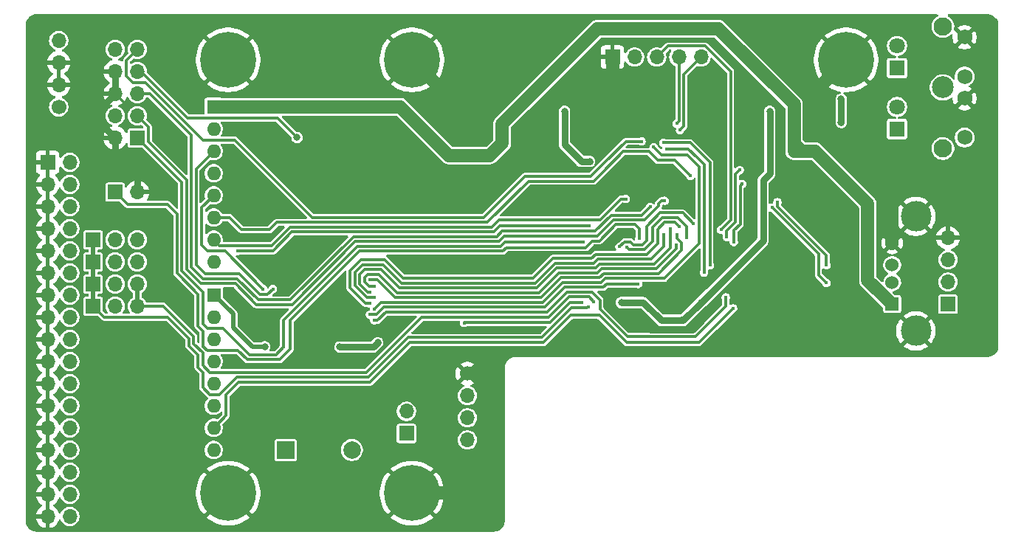
<source format=gbr>
G04 #@! TF.GenerationSoftware,KiCad,Pcbnew,9.0.2*
G04 #@! TF.CreationDate,2025-05-24T11:24:19-04:00*
G04 #@! TF.ProjectId,OpenFlops,4f70656e-466c-46f7-9073-2e6b69636164,1*
G04 #@! TF.SameCoordinates,Original*
G04 #@! TF.FileFunction,Copper,L2,Bot*
G04 #@! TF.FilePolarity,Positive*
%FSLAX46Y46*%
G04 Gerber Fmt 4.6, Leading zero omitted, Abs format (unit mm)*
G04 Created by KiCad (PCBNEW 9.0.2) date 2025-05-24 11:24:19*
%MOMM*%
%LPD*%
G01*
G04 APERTURE LIST*
G04 #@! TA.AperFunction,ComponentPad*
%ADD10C,1.800000*%
G04 #@! TD*
G04 #@! TA.AperFunction,ComponentPad*
%ADD11R,1.800000X1.800000*%
G04 #@! TD*
G04 #@! TA.AperFunction,ComponentPad*
%ADD12R,1.700000X1.700000*%
G04 #@! TD*
G04 #@! TA.AperFunction,ComponentPad*
%ADD13O,1.700000X1.700000*%
G04 #@! TD*
G04 #@! TA.AperFunction,ComponentPad*
%ADD14C,2.100000*%
G04 #@! TD*
G04 #@! TA.AperFunction,ComponentPad*
%ADD15C,2.500000*%
G04 #@! TD*
G04 #@! TA.AperFunction,ComponentPad*
%ADD16C,1.750000*%
G04 #@! TD*
G04 #@! TA.AperFunction,ComponentPad*
%ADD17C,0.800000*%
G04 #@! TD*
G04 #@! TA.AperFunction,ComponentPad*
%ADD18C,6.400000*%
G04 #@! TD*
G04 #@! TA.AperFunction,ComponentPad*
%ADD19C,1.700000*%
G04 #@! TD*
G04 #@! TA.AperFunction,ComponentPad*
%ADD20R,1.600000X1.600000*%
G04 #@! TD*
G04 #@! TA.AperFunction,ComponentPad*
%ADD21O,1.600000X1.600000*%
G04 #@! TD*
G04 #@! TA.AperFunction,ComponentPad*
%ADD22R,1.524000X1.524000*%
G04 #@! TD*
G04 #@! TA.AperFunction,ComponentPad*
%ADD23C,1.524000*%
G04 #@! TD*
G04 #@! TA.AperFunction,ComponentPad*
%ADD24C,3.500000*%
G04 #@! TD*
G04 #@! TA.AperFunction,ComponentPad*
%ADD25R,2.000000X2.000000*%
G04 #@! TD*
G04 #@! TA.AperFunction,ComponentPad*
%ADD26C,2.000000*%
G04 #@! TD*
G04 #@! TA.AperFunction,ViaPad*
%ADD27C,0.800000*%
G04 #@! TD*
G04 #@! TA.AperFunction,ViaPad*
%ADD28C,0.450000*%
G04 #@! TD*
G04 #@! TA.AperFunction,Conductor*
%ADD29C,1.500000*%
G04 #@! TD*
G04 #@! TA.AperFunction,Conductor*
%ADD30C,0.800000*%
G04 #@! TD*
G04 #@! TA.AperFunction,Conductor*
%ADD31C,0.300000*%
G04 #@! TD*
G04 #@! TA.AperFunction,Conductor*
%ADD32C,0.500000*%
G04 #@! TD*
G04 APERTURE END LIST*
D10*
X195199000Y-59034600D03*
D11*
X195199000Y-61574600D03*
D12*
X97790000Y-72390000D03*
D13*
X100330000Y-72390000D03*
X97790000Y-74930000D03*
X100330000Y-74930000D03*
X97790000Y-77470000D03*
X100330000Y-77470000D03*
X97790000Y-80010000D03*
X100330000Y-80010000D03*
X97790000Y-82550000D03*
X100330000Y-82550000D03*
X97790000Y-85090000D03*
X100330000Y-85090000D03*
X97790000Y-87630000D03*
X100330000Y-87630000D03*
X97790000Y-90170000D03*
X100330000Y-90170000D03*
X97790000Y-92710000D03*
X100330000Y-92710000D03*
X97790000Y-95250000D03*
X100330000Y-95250000D03*
X97790000Y-97790000D03*
X100330000Y-97790000D03*
X97790000Y-100330000D03*
X100330000Y-100330000D03*
X97790000Y-102870000D03*
X100330000Y-102870000D03*
X97790000Y-105410000D03*
X100330000Y-105410000D03*
X97790000Y-107950000D03*
X100330000Y-107950000D03*
X97790000Y-110490000D03*
X100330000Y-110490000D03*
X97790000Y-113030000D03*
X100330000Y-113030000D03*
D14*
X200456800Y-56794400D03*
D15*
X200456799Y-63804400D03*
D16*
X202946799Y-58044400D03*
X202946799Y-62544401D03*
D15*
X200456800Y-63804800D03*
D14*
X200456799Y-70814800D03*
D16*
X202946799Y-65054800D03*
X202946799Y-69554801D03*
D17*
X116091000Y-60642500D03*
X116793944Y-58945444D03*
X116793944Y-62339556D03*
X118491000Y-58242500D03*
D18*
X118491000Y-60642500D03*
D17*
X118491000Y-63042500D03*
X120188056Y-58945444D03*
X120188056Y-62339556D03*
X120891000Y-60642500D03*
X137173000Y-60642500D03*
X137875944Y-58945444D03*
X137875944Y-62339556D03*
X139573000Y-58242500D03*
D18*
X139573000Y-60642500D03*
D17*
X139573000Y-63042500D03*
X141270056Y-58945444D03*
X141270056Y-62339556D03*
X141973000Y-60642500D03*
X116091000Y-110363000D03*
X116793944Y-108665944D03*
X116793944Y-112060056D03*
X118491000Y-107963000D03*
D18*
X118491000Y-110363000D03*
D17*
X118491000Y-112763000D03*
X120188056Y-108665944D03*
X120188056Y-112060056D03*
X120891000Y-110363000D03*
X137173000Y-110363000D03*
X137875944Y-108665944D03*
X137875944Y-112060056D03*
X139573000Y-107963000D03*
D18*
X139573000Y-110363000D03*
D17*
X139573000Y-112763000D03*
X141270056Y-108665944D03*
X141270056Y-112060056D03*
X141973000Y-110363000D03*
X186957000Y-60642500D03*
X187659944Y-58945444D03*
X187659944Y-62339556D03*
X189357000Y-58242500D03*
D18*
X189357000Y-60642500D03*
D17*
X189357000Y-63042500D03*
X191054056Y-58945444D03*
X191054056Y-62339556D03*
X191757000Y-60642500D03*
D11*
X195199000Y-68585000D03*
D10*
X195199000Y-66045000D03*
D12*
X162560000Y-60325000D03*
D13*
X165100000Y-60325000D03*
X167640000Y-60325000D03*
X170180000Y-60325000D03*
X172720000Y-60325000D03*
D19*
X145923000Y-96647000D03*
D13*
X145923000Y-99187000D03*
X145923000Y-101727000D03*
X145923000Y-104267000D03*
D12*
X201041000Y-88683000D03*
D13*
X201041000Y-86143000D03*
X201041000Y-83603000D03*
X201041000Y-81063000D03*
D12*
X102997000Y-81280000D03*
D13*
X105537000Y-81280000D03*
X108077000Y-81280000D03*
D12*
X102997000Y-83820000D03*
D13*
X105537000Y-83820000D03*
X108077000Y-83820000D03*
D12*
X102997000Y-86360000D03*
D13*
X105537000Y-86360000D03*
X108077000Y-86360000D03*
D12*
X102997000Y-88900000D03*
D13*
X105537000Y-88900000D03*
X108077000Y-88900000D03*
D19*
X99060000Y-66040000D03*
D13*
X99060000Y-63500000D03*
X99060000Y-60960000D03*
X99060000Y-58420000D03*
D12*
X108087000Y-69596000D03*
D13*
X105547000Y-69596000D03*
X108087000Y-67056000D03*
X105547000Y-67056000D03*
X108087000Y-64516000D03*
X105547000Y-64516000D03*
X108087000Y-61976000D03*
X105547000Y-61976000D03*
X108087000Y-59436000D03*
X105547000Y-59436000D03*
D12*
X105537000Y-75819000D03*
D13*
X108077000Y-75819000D03*
D20*
X116840000Y-87629999D03*
D21*
X116840000Y-90169999D03*
X116840000Y-92709998D03*
X116840000Y-95249999D03*
X116840000Y-97789999D03*
X116840000Y-100329999D03*
X116840000Y-102869999D03*
X116840000Y-105410000D03*
D22*
X194648000Y-88674800D03*
D23*
X194648000Y-86174800D03*
X194648000Y-84174799D03*
X194648000Y-81674801D03*
D24*
X197358000Y-91744800D03*
X197358000Y-78604800D03*
D20*
X116840000Y-66040000D03*
D21*
X116840000Y-68580000D03*
X116840000Y-71119999D03*
X116840000Y-73660000D03*
X116840000Y-76200000D03*
X116840000Y-78740000D03*
X116840000Y-81280000D03*
X116840000Y-83820001D03*
D25*
X125095000Y-105410000D03*
D26*
X132695000Y-105410000D03*
D12*
X138938000Y-103510000D03*
D13*
X138938000Y-100970000D03*
D27*
X146964400Y-76758800D03*
X158877000Y-70209500D03*
D28*
X123063000Y-85979000D03*
X113157000Y-71755000D03*
D27*
X165862000Y-90535000D03*
X158648400Y-75488800D03*
X135668238Y-91573838D03*
D28*
X119176800Y-80721200D03*
D27*
X131318000Y-95652500D03*
X129540000Y-73660000D03*
D28*
X171602400Y-86664800D03*
X119253000Y-74041000D03*
X176932500Y-71120000D03*
D27*
X163719000Y-68707000D03*
D28*
X148259801Y-91719401D03*
D27*
X163576000Y-90572500D03*
X146964400Y-69799200D03*
D28*
X123317000Y-78359000D03*
X162102800Y-87376000D03*
D27*
X150368000Y-84378800D03*
D28*
X178308000Y-63881000D03*
X120523000Y-89281000D03*
D27*
X172720000Y-90572500D03*
D28*
X169062400Y-69342000D03*
X128270000Y-82804000D03*
X159191000Y-81534000D03*
X124841000Y-93573600D03*
D27*
X126390000Y-69545200D03*
X159943800Y-72288400D03*
X131307250Y-93588250D03*
X180594000Y-66548000D03*
X157073600Y-66548000D03*
X188801500Y-67818000D03*
X163576000Y-88497500D03*
X188801500Y-65151000D03*
X170434000Y-90535000D03*
X172720000Y-88497500D03*
X168148000Y-90535000D03*
X135636000Y-93091000D03*
X122682000Y-93577500D03*
X183388000Y-71120000D03*
D28*
X163372800Y-82092800D03*
X175666400Y-80975200D03*
X159766000Y-89027000D03*
X171805600Y-79400400D03*
X177165000Y-73279000D03*
X123634500Y-86931500D03*
X122491500Y-86931500D03*
X171500800Y-73964800D03*
X164084000Y-76606400D03*
X176403000Y-89154000D03*
X173736000Y-84201000D03*
X168402000Y-70154800D03*
X168554400Y-76809600D03*
X166878000Y-77495400D03*
X165912800Y-70002400D03*
X175006000Y-80137000D03*
X165658800Y-81127600D03*
X168452800Y-80721200D03*
X135255000Y-87925000D03*
X170230800Y-79806800D03*
X134747000Y-88595200D03*
X167284400Y-70662800D03*
X135255000Y-89225000D03*
X173075600Y-85039200D03*
X135255000Y-90525000D03*
X168757600Y-70866000D03*
X175564800Y-87884000D03*
X165506400Y-86360000D03*
X134747000Y-89875000D03*
X169164000Y-80060800D03*
X134747000Y-87275000D03*
X160426400Y-88392000D03*
X177444400Y-74879200D03*
X171043600Y-81026000D03*
X176479200Y-81534000D03*
X164236400Y-82143600D03*
X169926000Y-67945000D03*
X170307000Y-68707000D03*
X119583200Y-82575400D03*
X159918400Y-79654400D03*
X169849800Y-81864200D03*
X135255000Y-86614000D03*
X169976800Y-80721200D03*
X134747000Y-85852000D03*
X187096400Y-84201000D03*
X181483000Y-76962000D03*
X187096400Y-86233000D03*
X180848000Y-77597000D03*
X159004000Y-88493600D03*
X145554700Y-90817700D03*
D29*
X146964400Y-69799200D02*
X146964400Y-68033900D01*
D30*
X177927000Y-71120000D02*
X178274000Y-71120000D01*
X178782000Y-71501000D02*
X178782000Y-70612000D01*
X104047000Y-68096000D02*
X104047000Y-66016000D01*
D31*
X108604767Y-65806000D02*
X113157000Y-70358233D01*
X123317000Y-78359000D02*
X122555000Y-78359000D01*
D30*
X171602400Y-86664800D02*
X173063876Y-86664800D01*
D29*
X194648000Y-81674801D02*
X194648000Y-76893600D01*
D30*
X178782000Y-80946676D02*
X178782000Y-71501000D01*
X108077000Y-73787000D02*
X108077000Y-75819000D01*
X171707500Y-91585000D02*
X172720000Y-90572500D01*
X162102800Y-87884000D02*
X162102800Y-89099300D01*
D31*
X119253000Y-75057000D02*
X119253000Y-74041000D01*
D29*
X162560000Y-67548000D02*
X163719000Y-68707000D01*
X162560000Y-60325000D02*
X162560000Y-67548000D01*
D31*
X105547000Y-64516000D02*
X106837000Y-65806000D01*
X122555000Y-78359000D02*
X119253000Y-75057000D01*
D32*
X166878000Y-68707000D02*
X163719000Y-68707000D01*
D30*
X162814000Y-87376000D02*
X170891200Y-87376000D01*
X162102800Y-87376000D02*
X162814000Y-87376000D01*
X163576000Y-90572500D02*
X165824500Y-90572500D01*
X178401000Y-71120000D02*
X178782000Y-71501000D01*
X170891200Y-87376000D02*
X171602400Y-86664800D01*
X176932500Y-71120000D02*
X177927000Y-71120000D01*
X105547000Y-64516000D02*
X105547000Y-61976000D01*
X165862000Y-90535000D02*
X166912000Y-91585000D01*
X105547000Y-69596000D02*
X105547000Y-71257000D01*
D29*
X194648000Y-76893600D02*
X186182000Y-68427600D01*
D30*
X178782000Y-70612000D02*
X178782000Y-64355000D01*
D29*
X145465800Y-110363000D02*
X148539200Y-107289600D01*
D31*
X106837000Y-65806000D02*
X108604767Y-65806000D01*
D30*
X104047000Y-66016000D02*
X105547000Y-64516000D01*
D32*
X167513000Y-69342000D02*
X166878000Y-68707000D01*
D29*
X147125081Y-96647000D02*
X145923000Y-96647000D01*
X146964400Y-68033900D02*
X139573000Y-60642500D01*
D30*
X177927000Y-71120000D02*
X178401000Y-71120000D01*
X166912000Y-91585000D02*
X171707500Y-91585000D01*
D31*
X113157000Y-70358233D02*
X113157000Y-71755000D01*
D30*
X105547000Y-69596000D02*
X104047000Y-68096000D01*
X178274000Y-71120000D02*
X178782000Y-70612000D01*
D29*
X148539200Y-107289600D02*
X148539200Y-98061119D01*
D30*
X162102800Y-87376000D02*
X162102800Y-87884000D01*
X173063876Y-86664800D02*
X178782000Y-80946676D01*
X162814000Y-87376000D02*
X162610800Y-87376000D01*
D29*
X139573000Y-110363000D02*
X145465800Y-110363000D01*
D30*
X162102800Y-89099300D02*
X163576000Y-90572500D01*
X178782000Y-64355000D02*
X178308000Y-63881000D01*
D29*
X186182000Y-68427600D02*
X186182000Y-63817500D01*
D32*
X169062400Y-69342000D02*
X167513000Y-69342000D01*
D30*
X105547000Y-71257000D02*
X108077000Y-73787000D01*
D29*
X186182000Y-63817500D02*
X189357000Y-60642500D01*
X148539200Y-98061119D02*
X147125081Y-96647000D01*
D30*
X165824500Y-90572500D02*
X165862000Y-90535000D01*
X162610800Y-87376000D02*
X162102800Y-87884000D01*
D31*
X124841000Y-90509782D02*
X133308782Y-82042000D01*
X123952000Y-94488000D02*
X124841000Y-93599000D01*
X133308782Y-82042000D02*
X149755052Y-82042000D01*
X116078000Y-91440000D02*
X117856000Y-91440000D01*
X113158000Y-84884453D02*
X115570000Y-87296453D01*
X149755052Y-82042000D02*
X150263052Y-81534000D01*
X115570000Y-87296453D02*
X115570000Y-90932000D01*
X124841000Y-93599000D02*
X124841000Y-93573600D01*
X115570000Y-90932000D02*
X116078000Y-91440000D01*
X113158000Y-74667000D02*
X113158000Y-84884453D01*
X150263052Y-81534000D02*
X159191000Y-81534000D01*
X117856000Y-91440000D02*
X120904000Y-94488000D01*
X108087000Y-69596000D02*
X113158000Y-74667000D01*
X124841000Y-93573600D02*
X124841000Y-90509782D01*
X120904000Y-94488000D02*
X123952000Y-94488000D01*
D30*
X135128000Y-93599000D02*
X135636000Y-93091000D01*
X179832000Y-74472800D02*
X179832000Y-81381600D01*
X179832000Y-81381600D02*
X172720000Y-88493600D01*
X172720000Y-88493600D02*
X172720000Y-88497500D01*
D31*
X124154800Y-67310000D02*
X126390000Y-69545200D01*
D30*
X159943800Y-72288400D02*
X159004000Y-72288400D01*
X131318000Y-93599000D02*
X135128000Y-93599000D01*
X166110500Y-88497500D02*
X168148000Y-90535000D01*
D31*
X108087000Y-61976000D02*
X108505454Y-61976000D01*
X108505454Y-61976000D02*
X113839454Y-67310000D01*
D30*
X170682500Y-90535000D02*
X172720000Y-88497500D01*
X163576000Y-88497500D02*
X166110500Y-88497500D01*
X131307250Y-93588250D02*
X131318000Y-93599000D01*
X180594000Y-66548000D02*
X180594000Y-73710800D01*
X170434000Y-90535000D02*
X170682500Y-90535000D01*
X188801500Y-65151000D02*
X188801500Y-67818000D01*
X168148000Y-90535000D02*
X170434000Y-90535000D01*
X157378400Y-70662800D02*
X157073600Y-70358000D01*
X159004000Y-72288400D02*
X157378400Y-70662800D01*
X180594000Y-73710800D02*
X179832000Y-74472800D01*
D31*
X113839454Y-67310000D02*
X124154800Y-67310000D01*
D30*
X157073600Y-70358000D02*
X157073600Y-66548000D01*
D32*
X121314300Y-93577500D02*
X122682000Y-93577500D01*
D29*
X185801000Y-71120000D02*
X184251600Y-71120000D01*
X191846200Y-81686400D02*
X191846200Y-77165200D01*
X184251600Y-71120000D02*
X183388000Y-71120000D01*
X183388000Y-65735200D02*
X183388000Y-69494400D01*
X138226800Y-66040000D02*
X143814800Y-71628000D01*
X174701200Y-57048400D02*
X183388000Y-65735200D01*
D32*
X119075200Y-89788903D02*
X119075200Y-91338400D01*
D29*
X191846200Y-77165200D02*
X189128400Y-74447400D01*
X183388000Y-69494400D02*
X183388000Y-70256400D01*
D30*
X194648000Y-88674800D02*
X194567400Y-88674800D01*
D29*
X149910800Y-70205600D02*
X149910800Y-67970400D01*
X189128400Y-74447400D02*
X185801000Y-71120000D01*
X191846200Y-85953600D02*
X191846200Y-81686400D01*
X183388000Y-70256400D02*
X184251600Y-71120000D01*
D32*
X116916296Y-87629999D02*
X119075200Y-89788903D01*
D29*
X148488400Y-71628000D02*
X149910800Y-70205600D01*
D32*
X119075200Y-91338400D02*
X121314300Y-93577500D01*
D29*
X143814800Y-71628000D02*
X148488400Y-71628000D01*
X116840000Y-66040000D02*
X138226800Y-66040000D01*
X193319400Y-87426800D02*
X191846200Y-85953600D01*
X183388000Y-69494400D02*
X183388000Y-71120000D01*
D32*
X116840000Y-87629999D02*
X116916296Y-87629999D01*
D29*
X194567400Y-88674800D02*
X193319400Y-87426800D01*
X149910800Y-67970400D02*
X160832800Y-57048400D01*
X160832800Y-57048400D02*
X174701200Y-57048400D01*
D31*
X113990000Y-92599854D02*
X113990000Y-93447635D01*
X164616600Y-81518600D02*
X164947600Y-81849600D01*
X116412944Y-99060000D02*
X117475000Y-99060000D01*
X119465000Y-97070000D02*
X134558836Y-97070000D01*
X176673600Y-73770400D02*
X176673600Y-79247218D01*
X115602563Y-98249619D02*
X116412944Y-99060000D01*
X159674400Y-89118600D02*
X159766000Y-89027000D01*
X163372800Y-82092800D02*
X163947000Y-81518600D01*
X168055091Y-78197909D02*
X170603109Y-78197909D01*
X102997000Y-88900000D02*
X103022400Y-88900000D01*
X115020000Y-94477635D02*
X115020000Y-95904874D01*
X139122036Y-92506800D02*
X154482800Y-92506800D01*
X134558836Y-97070000D02*
X139122036Y-92506800D01*
X117475000Y-99060000D02*
X119465000Y-97070000D01*
X115602563Y-96487437D02*
X115602563Y-98249619D01*
X166490764Y-79762236D02*
X168055091Y-78197909D01*
X115020000Y-95904874D02*
X115602563Y-96487437D01*
X154482800Y-92506800D02*
X157871000Y-89118600D01*
X113990000Y-93447635D02*
X115020000Y-94477635D01*
X170603109Y-78197909D02*
X171805600Y-79400400D01*
X163947000Y-81518600D02*
X164616600Y-81518600D01*
X177165000Y-73279000D02*
X176673600Y-73770400D01*
X104292400Y-90170000D02*
X111560146Y-90170000D01*
X157871000Y-89118600D02*
X159674400Y-89118600D01*
X166022764Y-81849600D02*
X166490764Y-81381600D01*
X164947600Y-81849600D02*
X166022764Y-81849600D01*
X166490764Y-81381600D02*
X166490764Y-79762236D01*
D32*
X102997000Y-81280000D02*
X102997000Y-88900000D01*
D31*
X111560146Y-90170000D02*
X113990000Y-92599854D01*
X103022400Y-88900000D02*
X104292400Y-90170000D01*
X176673600Y-79247218D02*
X175666400Y-80254418D01*
X175666400Y-80254418D02*
X175666400Y-80975200D01*
X115824000Y-85217000D02*
X119761000Y-85217000D01*
X114808000Y-84201000D02*
X115824000Y-85217000D01*
X122100500Y-87556500D02*
X123009500Y-87556500D01*
X116840000Y-71119999D02*
X114808000Y-73151999D01*
X114808000Y-73151999D02*
X114808000Y-84201000D01*
X123009500Y-87556500D02*
X123634500Y-86931500D01*
X119761000Y-85217000D02*
X122100500Y-87556500D01*
X115443000Y-81915000D02*
X116078000Y-82550000D01*
X115443000Y-77597000D02*
X115443000Y-81915000D01*
X118110000Y-82550000D02*
X122491500Y-86931500D01*
X116840000Y-76200000D02*
X115443000Y-77597000D01*
X116078000Y-82550000D02*
X118110000Y-82550000D01*
X163779200Y-71170800D02*
X164287200Y-71170800D01*
X164287200Y-71170800D02*
X166776400Y-71170800D01*
X160384400Y-74565600D02*
X161391600Y-73558400D01*
X152932400Y-74565600D02*
X156726800Y-74565600D01*
X169672000Y-72186800D02*
X169722800Y-72186800D01*
X161391600Y-73558400D02*
X163779200Y-71170800D01*
X116840000Y-78740000D02*
X118643400Y-78740000D01*
X123212053Y-80137000D02*
X124059053Y-79290000D01*
X167081200Y-71475600D02*
X167792400Y-72186800D01*
X156726800Y-74565600D02*
X160384400Y-74565600D01*
X120040400Y-80137000D02*
X123212053Y-80137000D01*
X169722800Y-72186800D02*
X171500800Y-73964800D01*
X148208000Y-79290000D02*
X152932400Y-74565600D01*
X118643400Y-78740000D02*
X120040400Y-80137000D01*
X166776400Y-71170800D02*
X167081200Y-71475600D01*
X124059053Y-79290000D02*
X148208000Y-79290000D01*
X167792400Y-72186800D02*
X169672000Y-72186800D01*
X123469818Y-81950400D02*
X125580218Y-79840000D01*
X117510400Y-81950400D02*
X123469818Y-81950400D01*
X161137600Y-78994000D02*
X163525200Y-76606400D01*
X148709200Y-79840000D02*
X149555200Y-78994000D01*
X163525200Y-76606400D02*
X164084000Y-76606400D01*
X149555200Y-78994000D02*
X161137600Y-78994000D01*
X125580218Y-79840000D02*
X148709200Y-79840000D01*
X116840000Y-81280000D02*
X117510400Y-81950400D01*
X168402000Y-70154800D02*
X171500800Y-70154800D01*
X173736000Y-72390000D02*
X172085000Y-70739000D01*
X157800618Y-89966800D02*
X161061112Y-89966800D01*
X171500800Y-70154800D02*
X172085000Y-70739000D01*
X119692818Y-97620000D02*
X134786654Y-97620000D01*
X154676418Y-93091000D02*
X157800618Y-89966800D01*
X116840000Y-102869999D02*
X118237000Y-101472999D01*
X173736000Y-84201000D02*
X173736000Y-72390000D01*
X164185312Y-93091000D02*
X172466000Y-93091000D01*
X118237000Y-101472999D02*
X118237000Y-99075818D01*
X161061112Y-89966800D02*
X164185312Y-93091000D01*
X118237000Y-99075818D02*
X119692818Y-97620000D01*
X172466000Y-93091000D02*
X176403000Y-89154000D01*
X134786654Y-97620000D02*
X139315654Y-93091000D01*
X139315654Y-93091000D02*
X154676418Y-93091000D01*
X150145634Y-80873600D02*
X160813636Y-80873600D01*
X115368364Y-86317000D02*
X119305364Y-86317000D01*
X168198800Y-76809600D02*
X168554400Y-76809600D01*
X109337000Y-70068182D02*
X113708000Y-74439182D01*
X113708000Y-74439182D02*
X113708000Y-84656636D01*
X167843200Y-77414084D02*
X167843200Y-77165200D01*
X149529234Y-81490000D02*
X150145634Y-80873600D01*
X133082964Y-81490000D02*
X149529234Y-81490000D01*
X125842964Y-88730000D02*
X133082964Y-81490000D01*
X121718364Y-88730000D02*
X125842964Y-88730000D01*
X113708000Y-84656636D02*
X115368364Y-86317000D01*
X108087000Y-67056000D02*
X109337000Y-68306000D01*
X119305364Y-86317000D02*
X121718364Y-88730000D01*
X166254484Y-79002800D02*
X167843200Y-77414084D01*
X167843200Y-77165200D02*
X168198800Y-76809600D01*
X160813636Y-80873600D02*
X162684436Y-79002800D01*
X162684436Y-79002800D02*
X166254484Y-79002800D01*
X109337000Y-68306000D02*
X109337000Y-70068182D01*
X109489818Y-64516000D02*
X114258000Y-69284182D01*
X162456618Y-78452800D02*
X165920600Y-78452800D01*
X165920600Y-78452800D02*
X166878000Y-77495400D01*
X121946182Y-88180000D02*
X125615146Y-88180000D01*
X114258000Y-84428818D02*
X115596182Y-85767000D01*
X108087000Y-64516000D02*
X109489818Y-64516000D01*
X149926617Y-80314800D02*
X160594618Y-80314800D01*
X132855146Y-80940000D02*
X149301417Y-80940000D01*
X119533182Y-85767000D02*
X121946182Y-88180000D01*
X115596182Y-85767000D02*
X119533182Y-85767000D01*
X149301417Y-80940000D02*
X149926617Y-80314800D01*
X125615146Y-88180000D02*
X132855146Y-80940000D01*
X114258000Y-69284182D02*
X114258000Y-84428818D01*
X160594618Y-80314800D02*
X162456618Y-78452800D01*
X147701000Y-78740000D02*
X147777200Y-78740000D01*
X147777200Y-78740000D02*
X149910800Y-76606400D01*
X160070800Y-74015600D02*
X161645600Y-72440800D01*
X107589233Y-63246000D02*
X108997636Y-63246000D01*
X152501600Y-74015600D02*
X157429200Y-74015600D01*
X157429200Y-74015600D02*
X160070800Y-74015600D01*
X164084000Y-70002400D02*
X165912800Y-70002400D01*
X149910800Y-76606400D02*
X152501600Y-74015600D01*
X106837000Y-60686000D02*
X106837000Y-62493767D01*
X108087000Y-59436000D02*
X106837000Y-60686000D01*
X108997636Y-63246000D02*
X115601636Y-69850000D01*
X128147743Y-78740000D02*
X147701000Y-78740000D01*
X119257743Y-69850000D02*
X128147743Y-78740000D01*
X161645600Y-72440800D02*
X164084000Y-70002400D01*
X106837000Y-62493767D02*
X107589233Y-63246000D01*
X115601636Y-69850000D02*
X119257743Y-69850000D01*
X173217767Y-59055000D02*
X176123600Y-61960833D01*
X176123600Y-79019400D02*
X175006000Y-80137000D01*
X176123600Y-61960833D02*
X176123600Y-79019400D01*
X168910000Y-59055000D02*
X173217767Y-59055000D01*
X167640000Y-60325000D02*
X168910000Y-59055000D01*
X105537000Y-75819000D02*
X106934000Y-77216000D01*
X149974070Y-82600800D02*
X150380470Y-82194400D01*
X111506000Y-77216000D02*
X112608000Y-78318000D01*
X112608000Y-85112272D02*
X112871364Y-85375636D01*
X115020000Y-91159818D02*
X115633500Y-91773318D01*
X112608000Y-78318000D02*
X112608000Y-85112272D01*
X120676182Y-95038000D02*
X124418000Y-95038000D01*
X159461200Y-82194400D02*
X160232000Y-81423600D01*
X112871364Y-85375636D02*
X115020000Y-87524271D01*
X150380470Y-82194400D02*
X159461200Y-82194400D01*
X124418000Y-95038000D02*
X125603000Y-93853000D01*
X133527800Y-82600800D02*
X149974070Y-82600800D01*
X106934000Y-77216000D02*
X111506000Y-77216000D01*
X115633500Y-91773318D02*
X115633500Y-93535500D01*
X119618182Y-93980000D02*
X120676182Y-95038000D01*
X165150800Y-79552800D02*
X165658800Y-80060800D01*
X165658800Y-80060800D02*
X165658800Y-81127600D01*
X125603000Y-93853000D02*
X125603000Y-90525600D01*
X115633500Y-93535500D02*
X116078000Y-93980000D01*
X161041454Y-81423600D02*
X162912254Y-79552800D01*
X162912254Y-79552800D02*
X165150800Y-79552800D01*
X125603000Y-90525600D02*
X133527800Y-82600800D01*
X116078000Y-93980000D02*
X119618182Y-93980000D01*
X160232000Y-81423600D02*
X161041454Y-81423600D01*
X115020000Y-87524271D02*
X115020000Y-91159818D01*
X153670000Y-86258400D02*
X155956000Y-83972400D01*
X138360034Y-86258400D02*
X153670000Y-86258400D01*
X167046000Y-83499600D02*
X168452800Y-82092800D01*
X133022000Y-86566520D02*
X133022000Y-85046582D01*
X160398110Y-83972400D02*
X160870910Y-83499600D01*
X133022000Y-85046582D02*
X133941582Y-84127000D01*
X133941582Y-84127000D02*
X136228634Y-84127000D01*
X135255000Y-87925000D02*
X134380480Y-87925000D01*
X134380480Y-87925000D02*
X133022000Y-86566520D01*
X155956000Y-83972400D02*
X160398110Y-83972400D01*
X168452800Y-82092800D02*
X168452800Y-80721200D01*
X136228634Y-84127000D02*
X138360034Y-86258400D01*
X160870910Y-83499600D02*
X167046000Y-83499600D01*
X168510727Y-79297909D02*
X169721909Y-79297909D01*
X167732800Y-80075836D02*
X168510727Y-79297909D01*
X167732800Y-81695200D02*
X167732800Y-80075836D01*
X160179092Y-83413600D02*
X160643092Y-82949600D01*
X133713765Y-83577000D02*
X136456452Y-83577000D01*
X134747000Y-88595200D02*
X134272862Y-88595200D01*
X132472000Y-84818764D02*
X132794183Y-84496582D01*
X169721909Y-79297909D02*
X170230800Y-79806800D01*
X166478400Y-82949600D02*
X167732800Y-81695200D01*
X160643092Y-82949600D02*
X166478400Y-82949600D01*
X153416000Y-85699600D02*
X155702000Y-83413600D01*
X155702000Y-83413600D02*
X160179092Y-83413600D01*
X138579052Y-85699600D02*
X153416000Y-85699600D01*
X132472000Y-86794338D02*
X132472000Y-84818764D01*
X136456452Y-83577000D02*
X138579052Y-85699600D01*
X132794183Y-84496582D02*
X133713765Y-83577000D01*
X134272862Y-88595200D02*
X132472000Y-86794338D01*
X168503600Y-85699600D02*
X172525600Y-81677600D01*
X172525600Y-81677600D02*
X172525600Y-72922618D01*
X136018000Y-88467200D02*
X154593309Y-88467200D01*
X156861709Y-86198800D02*
X161282982Y-86198800D01*
X161282982Y-86198800D02*
X161782182Y-85699600D01*
X172525600Y-72922618D02*
X171180182Y-71577200D01*
X135260200Y-89225000D02*
X136018000Y-88467200D01*
X168198800Y-71577200D02*
X167284400Y-70662800D01*
X161782182Y-85699600D02*
X168503600Y-85699600D01*
X171180182Y-71577200D02*
X168198800Y-71577200D01*
X135255000Y-89225000D02*
X135260200Y-89225000D01*
X154593309Y-88467200D02*
X156861709Y-86198800D01*
X168859200Y-70866000D02*
X168757600Y-70866000D01*
X136574502Y-89567200D02*
X155048945Y-89567200D01*
X172313600Y-71932800D02*
X171246800Y-70866000D01*
X164257130Y-92385000D02*
X172079800Y-92385000D01*
X155048945Y-89567200D02*
X157317345Y-87298800D01*
X135255000Y-90525000D02*
X135616702Y-90525000D01*
X173075600Y-85039200D02*
X173075600Y-72694800D01*
X175564800Y-88900000D02*
X175564800Y-87884000D01*
X171246800Y-70866000D02*
X168859200Y-70866000D01*
X135616702Y-90525000D02*
X136574502Y-89567200D01*
X173075600Y-72694800D02*
X172313600Y-71932800D01*
X157317345Y-87298800D02*
X160217084Y-87298800D01*
X160217084Y-87298800D02*
X161137600Y-88219316D01*
X161137600Y-89265470D02*
X164257130Y-92385000D01*
X161137600Y-88219316D02*
X161137600Y-89265470D01*
X172079800Y-92385000D02*
X175564800Y-88900000D01*
X136346684Y-89017200D02*
X154821127Y-89017200D01*
X154821127Y-89017200D02*
X157089527Y-86748800D01*
X135488884Y-89875000D02*
X136346684Y-89017200D01*
X134747000Y-89875000D02*
X135488884Y-89875000D01*
X157089527Y-86748800D02*
X161510800Y-86748800D01*
X161899600Y-86360000D02*
X165506400Y-86360000D01*
X161510800Y-86748800D02*
X161899600Y-86360000D01*
X136000818Y-84677000D02*
X136323000Y-84999183D01*
X153909855Y-86817200D02*
X156195855Y-84531200D01*
X133572000Y-86338702D02*
X133572000Y-85274400D01*
X167359600Y-84049600D02*
X169164000Y-82245200D01*
X136323000Y-84999183D02*
X138141017Y-86817200D01*
X138141017Y-86817200D02*
X153909855Y-86817200D01*
X134508298Y-87275000D02*
X133572000Y-86338702D01*
X169164000Y-82245200D02*
X169164000Y-80060800D01*
X133572000Y-85274400D02*
X134169400Y-84677000D01*
X156195855Y-84531200D02*
X160617128Y-84531200D01*
X134169400Y-84677000D02*
X136000818Y-84677000D01*
X134747000Y-87275000D02*
X134508298Y-87275000D01*
X161098728Y-84049600D02*
X167359600Y-84049600D01*
X160617128Y-84531200D02*
X161098728Y-84049600D01*
X115570000Y-95677056D02*
X116412944Y-96520000D01*
X168282909Y-78747909D02*
X170055793Y-78747909D01*
D32*
X108077000Y-86360000D02*
X108077000Y-88900000D01*
D31*
X171043600Y-79735716D02*
X171043600Y-81026000D01*
X164492400Y-82399600D02*
X166250582Y-82399600D01*
X155244800Y-90170000D02*
X157566000Y-87848800D01*
X157566000Y-87848800D02*
X159883200Y-87848800D01*
X166250582Y-82399600D02*
X167182800Y-81467382D01*
X176479200Y-80219436D02*
X177223600Y-79475036D01*
X167182800Y-81467382D02*
X167182800Y-79848018D01*
X134331018Y-96520000D02*
X140681018Y-90170000D01*
X108077000Y-88900000D02*
X111067964Y-88900000D01*
X177223600Y-75100000D02*
X177444400Y-74879200D01*
X116412944Y-96520000D02*
X134331018Y-96520000D01*
X115570000Y-94249817D02*
X115570000Y-95677056D01*
X176479200Y-81534000D02*
X176479200Y-80219436D01*
X111067964Y-88900000D02*
X114540000Y-92372036D01*
X140681018Y-90170000D02*
X155244800Y-90170000D01*
X114540000Y-93219817D02*
X115570000Y-94249817D01*
X159883200Y-87848800D02*
X160426400Y-88392000D01*
X177223600Y-79475036D02*
X177223600Y-75100000D01*
X164236400Y-82143600D02*
X164492400Y-82399600D01*
X167182800Y-79848018D02*
X168282909Y-78747909D01*
X170055793Y-78747909D02*
X171043600Y-79735716D01*
X114540000Y-92372036D02*
X114540000Y-93219817D01*
X170180000Y-60325000D02*
X170180000Y-67691000D01*
X170180000Y-67691000D02*
X169926000Y-67945000D01*
X170730000Y-62315000D02*
X170730000Y-68284000D01*
X172720000Y-60325000D02*
X170730000Y-62315000D01*
X170730000Y-68284000D02*
X170307000Y-68707000D01*
X148937018Y-80390000D02*
X149672618Y-79654400D01*
X119583200Y-82575400D02*
X123622636Y-82575400D01*
X123622636Y-82575400D02*
X125808036Y-80390000D01*
X149672618Y-79654400D02*
X159918400Y-79654400D01*
X125808036Y-80390000D02*
X148937018Y-80390000D01*
X156423673Y-85081200D02*
X160844946Y-85081200D01*
X169849800Y-82337218D02*
X169849800Y-81864200D01*
X161326546Y-84599600D02*
X167587418Y-84599600D01*
X160844946Y-85081200D02*
X161326546Y-84599600D01*
X134122000Y-86110884D02*
X134122000Y-85593116D01*
X167587418Y-84599600D02*
X169849800Y-82337218D01*
X154137673Y-87367200D02*
X156423673Y-85081200D01*
X134122000Y-85593116D02*
X134488116Y-85227000D01*
X135255000Y-86614000D02*
X134625116Y-86614000D01*
X135773000Y-85227001D02*
X137913199Y-87367200D01*
X134488116Y-85227000D02*
X135773000Y-85227001D01*
X134625116Y-86614000D02*
X134122000Y-86110884D01*
X137913199Y-87367200D02*
X154137673Y-87367200D01*
X137650400Y-87917200D02*
X154365491Y-87917200D01*
X161554364Y-85149600D02*
X167815236Y-85149600D01*
X134747000Y-85852000D02*
X135585200Y-85852000D01*
X170475218Y-82489618D02*
X170475218Y-81605734D01*
X135585200Y-85852000D02*
X137650400Y-87917200D01*
X161055164Y-85648800D02*
X161554364Y-85149600D01*
X167815236Y-85149600D02*
X170475218Y-82489618D01*
X169976800Y-81107316D02*
X169976800Y-80721200D01*
X154365491Y-87917200D02*
X156633891Y-85648800D01*
X156633891Y-85648800D02*
X161055164Y-85648800D01*
X170475218Y-81605734D02*
X169976800Y-81107316D01*
X187096400Y-83067582D02*
X181483000Y-77454182D01*
X187096400Y-84201000D02*
X187096400Y-83067582D01*
X181483000Y-77454182D02*
X181483000Y-76962000D01*
X186182000Y-82931000D02*
X186182000Y-85318600D01*
X180848000Y-77597000D02*
X186182000Y-82931000D01*
X186182000Y-85318600D02*
X187096400Y-86233000D01*
X157699018Y-88493600D02*
X157038618Y-89154000D01*
X155413018Y-90779600D02*
X157038618Y-89154000D01*
X145592800Y-90779600D02*
X155413018Y-90779600D01*
X145554700Y-90817700D02*
X145592800Y-90779600D01*
X159004000Y-88493600D02*
X157699018Y-88493600D01*
G04 #@! TA.AperFunction,Conductor*
G36*
X151207643Y-94748397D02*
G01*
X151207631Y-94748400D01*
X151013705Y-94811411D01*
X150832003Y-94903992D01*
X150667047Y-95023840D01*
X150667031Y-95023854D01*
X150522854Y-95168031D01*
X150522840Y-95168047D01*
X150402992Y-95333003D01*
X150310411Y-95514705D01*
X150247400Y-95708631D01*
X150247397Y-95708643D01*
X150241000Y-95749033D01*
X150241000Y-94742000D01*
X151248034Y-94742000D01*
X151207643Y-94748397D01*
G37*
G04 #@! TD.AperFunction*
G04 #@! TA.AperFunction,Conductor*
G36*
X98040000Y-112596988D02*
G01*
X97982993Y-112564075D01*
X97855826Y-112530000D01*
X97724174Y-112530000D01*
X97597007Y-112564075D01*
X97540000Y-112596988D01*
X97540000Y-110923012D01*
X97597007Y-110955925D01*
X97724174Y-110990000D01*
X97855826Y-110990000D01*
X97982993Y-110955925D01*
X98040000Y-110923012D01*
X98040000Y-112596988D01*
G37*
G04 #@! TD.AperFunction*
G04 #@! TA.AperFunction,Conductor*
G36*
X98040000Y-110056988D02*
G01*
X97982993Y-110024075D01*
X97855826Y-109990000D01*
X97724174Y-109990000D01*
X97597007Y-110024075D01*
X97540000Y-110056988D01*
X97540000Y-108383012D01*
X97597007Y-108415925D01*
X97724174Y-108450000D01*
X97855826Y-108450000D01*
X97982993Y-108415925D01*
X98040000Y-108383012D01*
X98040000Y-110056988D01*
G37*
G04 #@! TD.AperFunction*
G04 #@! TA.AperFunction,Conductor*
G36*
X98040000Y-107516988D02*
G01*
X97982993Y-107484075D01*
X97855826Y-107450000D01*
X97724174Y-107450000D01*
X97597007Y-107484075D01*
X97540000Y-107516988D01*
X97540000Y-105843012D01*
X97597007Y-105875925D01*
X97724174Y-105910000D01*
X97855826Y-105910000D01*
X97982993Y-105875925D01*
X98040000Y-105843012D01*
X98040000Y-107516988D01*
G37*
G04 #@! TD.AperFunction*
G04 #@! TA.AperFunction,Conductor*
G36*
X98040000Y-104976988D02*
G01*
X97982993Y-104944075D01*
X97855826Y-104910000D01*
X97724174Y-104910000D01*
X97597007Y-104944075D01*
X97540000Y-104976988D01*
X97540000Y-103303012D01*
X97597007Y-103335925D01*
X97724174Y-103370000D01*
X97855826Y-103370000D01*
X97982993Y-103335925D01*
X98040000Y-103303012D01*
X98040000Y-104976988D01*
G37*
G04 #@! TD.AperFunction*
G04 #@! TA.AperFunction,Conductor*
G36*
X98040000Y-102436988D02*
G01*
X97982993Y-102404075D01*
X97855826Y-102370000D01*
X97724174Y-102370000D01*
X97597007Y-102404075D01*
X97540000Y-102436988D01*
X97540000Y-100763012D01*
X97597007Y-100795925D01*
X97724174Y-100830000D01*
X97855826Y-100830000D01*
X97982993Y-100795925D01*
X98040000Y-100763012D01*
X98040000Y-102436988D01*
G37*
G04 #@! TD.AperFunction*
G04 #@! TA.AperFunction,Conductor*
G36*
X98040000Y-99896988D02*
G01*
X97982993Y-99864075D01*
X97855826Y-99830000D01*
X97724174Y-99830000D01*
X97597007Y-99864075D01*
X97540000Y-99896988D01*
X97540000Y-98223012D01*
X97597007Y-98255925D01*
X97724174Y-98290000D01*
X97855826Y-98290000D01*
X97982993Y-98255925D01*
X98040000Y-98223012D01*
X98040000Y-99896988D01*
G37*
G04 #@! TD.AperFunction*
G04 #@! TA.AperFunction,Conductor*
G36*
X98040000Y-97356988D02*
G01*
X97982993Y-97324075D01*
X97855826Y-97290000D01*
X97724174Y-97290000D01*
X97597007Y-97324075D01*
X97540000Y-97356988D01*
X97540000Y-95683012D01*
X97597007Y-95715925D01*
X97724174Y-95750000D01*
X97855826Y-95750000D01*
X97982993Y-95715925D01*
X98040000Y-95683012D01*
X98040000Y-97356988D01*
G37*
G04 #@! TD.AperFunction*
G04 #@! TA.AperFunction,Conductor*
G36*
X98040000Y-94816988D02*
G01*
X97982993Y-94784075D01*
X97855826Y-94750000D01*
X97724174Y-94750000D01*
X97597007Y-94784075D01*
X97540000Y-94816988D01*
X97540000Y-93143012D01*
X97597007Y-93175925D01*
X97724174Y-93210000D01*
X97855826Y-93210000D01*
X97982993Y-93175925D01*
X98040000Y-93143012D01*
X98040000Y-94816988D01*
G37*
G04 #@! TD.AperFunction*
G04 #@! TA.AperFunction,Conductor*
G36*
X98040000Y-92276988D02*
G01*
X97982993Y-92244075D01*
X97855826Y-92210000D01*
X97724174Y-92210000D01*
X97597007Y-92244075D01*
X97540000Y-92276988D01*
X97540000Y-90603012D01*
X97597007Y-90635925D01*
X97724174Y-90670000D01*
X97855826Y-90670000D01*
X97982993Y-90635925D01*
X98040000Y-90603012D01*
X98040000Y-92276988D01*
G37*
G04 #@! TD.AperFunction*
G04 #@! TA.AperFunction,Conductor*
G36*
X98040000Y-89736988D02*
G01*
X97982993Y-89704075D01*
X97855826Y-89670000D01*
X97724174Y-89670000D01*
X97597007Y-89704075D01*
X97540000Y-89736988D01*
X97540000Y-88063012D01*
X97597007Y-88095925D01*
X97724174Y-88130000D01*
X97855826Y-88130000D01*
X97982993Y-88095925D01*
X98040000Y-88063012D01*
X98040000Y-89736988D01*
G37*
G04 #@! TD.AperFunction*
G04 #@! TA.AperFunction,Conductor*
G36*
X98040000Y-87196988D02*
G01*
X97982993Y-87164075D01*
X97855826Y-87130000D01*
X97724174Y-87130000D01*
X97597007Y-87164075D01*
X97540000Y-87196988D01*
X97540000Y-85523012D01*
X97597007Y-85555925D01*
X97724174Y-85590000D01*
X97855826Y-85590000D01*
X97982993Y-85555925D01*
X98040000Y-85523012D01*
X98040000Y-87196988D01*
G37*
G04 #@! TD.AperFunction*
G04 #@! TA.AperFunction,Conductor*
G36*
X98040000Y-84656988D02*
G01*
X97982993Y-84624075D01*
X97855826Y-84590000D01*
X97724174Y-84590000D01*
X97597007Y-84624075D01*
X97540000Y-84656988D01*
X97540000Y-82983012D01*
X97597007Y-83015925D01*
X97724174Y-83050000D01*
X97855826Y-83050000D01*
X97982993Y-83015925D01*
X98040000Y-82983012D01*
X98040000Y-84656988D01*
G37*
G04 #@! TD.AperFunction*
G04 #@! TA.AperFunction,Conductor*
G36*
X98040000Y-82116988D02*
G01*
X97982993Y-82084075D01*
X97855826Y-82050000D01*
X97724174Y-82050000D01*
X97597007Y-82084075D01*
X97540000Y-82116988D01*
X97540000Y-80443012D01*
X97597007Y-80475925D01*
X97724174Y-80510000D01*
X97855826Y-80510000D01*
X97982993Y-80475925D01*
X98040000Y-80443012D01*
X98040000Y-82116988D01*
G37*
G04 #@! TD.AperFunction*
G04 #@! TA.AperFunction,Conductor*
G36*
X98040000Y-79576988D02*
G01*
X97982993Y-79544075D01*
X97855826Y-79510000D01*
X97724174Y-79510000D01*
X97597007Y-79544075D01*
X97540000Y-79576988D01*
X97540000Y-77903012D01*
X97597007Y-77935925D01*
X97724174Y-77970000D01*
X97855826Y-77970000D01*
X97982993Y-77935925D01*
X98040000Y-77903012D01*
X98040000Y-79576988D01*
G37*
G04 #@! TD.AperFunction*
G04 #@! TA.AperFunction,Conductor*
G36*
X98040000Y-77036988D02*
G01*
X97982993Y-77004075D01*
X97855826Y-76970000D01*
X97724174Y-76970000D01*
X97597007Y-77004075D01*
X97540000Y-77036988D01*
X97540000Y-75363012D01*
X97597007Y-75395925D01*
X97724174Y-75430000D01*
X97855826Y-75430000D01*
X97982993Y-75395925D01*
X98040000Y-75363012D01*
X98040000Y-77036988D01*
G37*
G04 #@! TD.AperFunction*
G04 #@! TA.AperFunction,Conductor*
G36*
X98040000Y-74496988D02*
G01*
X97982993Y-74464075D01*
X97855826Y-74430000D01*
X97724174Y-74430000D01*
X97597007Y-74464075D01*
X97540000Y-74496988D01*
X97540000Y-72823012D01*
X97597007Y-72855925D01*
X97724174Y-72890000D01*
X97855826Y-72890000D01*
X97982993Y-72855925D01*
X98040000Y-72823012D01*
X98040000Y-74496988D01*
G37*
G04 #@! TD.AperFunction*
G04 #@! TA.AperFunction,Conductor*
G36*
X131986834Y-84816329D02*
G01*
X132042767Y-84858201D01*
X132067184Y-84923665D01*
X132067500Y-84932511D01*
X132067500Y-86741085D01*
X132067500Y-86847591D01*
X132095066Y-86950469D01*
X132148320Y-87042707D01*
X134024493Y-88918880D01*
X134070611Y-88945507D01*
X134116724Y-88972131D01*
X134116725Y-88972131D01*
X134116730Y-88972134D01*
X134124853Y-88974310D01*
X134124858Y-88974313D01*
X134124859Y-88974312D01*
X134219609Y-88999700D01*
X134455389Y-88999700D01*
X134497442Y-89007049D01*
X134507828Y-89010793D01*
X134561920Y-89042023D01*
X134683873Y-89074700D01*
X134685098Y-89074700D01*
X134693553Y-89077748D01*
X134717705Y-89095416D01*
X134743253Y-89110989D01*
X134745602Y-89115824D01*
X134749944Y-89119001D01*
X134760709Y-89146923D01*
X134773783Y-89173835D01*
X134774528Y-89182765D01*
X134775079Y-89184193D01*
X134774772Y-89185682D01*
X134775500Y-89194399D01*
X134775500Y-89275800D01*
X134755815Y-89342839D01*
X134703011Y-89388594D01*
X134683596Y-89395574D01*
X134645671Y-89405736D01*
X134561918Y-89428177D01*
X134561913Y-89428180D01*
X134452586Y-89491299D01*
X134452578Y-89491305D01*
X134363305Y-89580578D01*
X134363299Y-89580586D01*
X134300180Y-89689913D01*
X134300177Y-89689920D01*
X134267500Y-89811873D01*
X134267500Y-89938127D01*
X134286228Y-90008019D01*
X134300177Y-90060079D01*
X134300180Y-90060086D01*
X134363299Y-90169413D01*
X134363303Y-90169418D01*
X134363304Y-90169420D01*
X134452580Y-90258696D01*
X134452582Y-90258697D01*
X134452586Y-90258700D01*
X134478848Y-90273862D01*
X134561920Y-90321823D01*
X134683595Y-90354425D01*
X134743253Y-90390789D01*
X134773783Y-90453635D01*
X134775500Y-90474199D01*
X134775500Y-90588127D01*
X134803641Y-90693149D01*
X134808177Y-90710079D01*
X134808180Y-90710086D01*
X134871299Y-90819413D01*
X134871303Y-90819418D01*
X134871304Y-90819420D01*
X134960580Y-90908696D01*
X134960582Y-90908697D01*
X134960586Y-90908700D01*
X135054657Y-90963011D01*
X135069920Y-90971823D01*
X135191873Y-91004500D01*
X135191875Y-91004500D01*
X135318125Y-91004500D01*
X135318127Y-91004500D01*
X135440080Y-90971823D01*
X135484611Y-90946112D01*
X135546611Y-90929500D01*
X135669953Y-90929500D01*
X135669955Y-90929500D01*
X135772833Y-90901934D01*
X135865071Y-90848680D01*
X136705732Y-90008019D01*
X136767055Y-89974534D01*
X136793413Y-89971700D01*
X140007907Y-89971700D01*
X140074946Y-89991385D01*
X140120701Y-90044189D01*
X140130645Y-90113347D01*
X140101620Y-90176903D01*
X140095588Y-90183381D01*
X134199788Y-96079181D01*
X134138465Y-96112666D01*
X134112107Y-96115500D01*
X117761914Y-96115500D01*
X117694875Y-96095815D01*
X117649120Y-96043011D01*
X117639176Y-95973853D01*
X117658812Y-95922609D01*
X117683753Y-95885282D01*
X117774486Y-95749492D01*
X117853976Y-95557585D01*
X117894500Y-95353858D01*
X117894500Y-95146140D01*
X117894500Y-95146137D01*
X117894499Y-95146135D01*
X117876770Y-95057007D01*
X117853976Y-94942413D01*
X117806755Y-94828410D01*
X117774488Y-94750510D01*
X117774487Y-94750509D01*
X117774486Y-94750506D01*
X117659083Y-94577795D01*
X117659082Y-94577794D01*
X117658813Y-94577391D01*
X117637935Y-94510714D01*
X117656419Y-94443334D01*
X117708398Y-94396643D01*
X117761915Y-94384500D01*
X119399271Y-94384500D01*
X119466310Y-94404185D01*
X119486952Y-94420819D01*
X120427813Y-95361680D01*
X120520051Y-95414934D01*
X120622929Y-95442500D01*
X120622931Y-95442500D01*
X124471251Y-95442500D01*
X124471253Y-95442500D01*
X124574131Y-95414934D01*
X124666369Y-95361680D01*
X125926680Y-94101369D01*
X125979934Y-94009131D01*
X126007500Y-93906253D01*
X126007500Y-93799747D01*
X126007500Y-93523782D01*
X130652750Y-93523782D01*
X130652750Y-93652715D01*
X130654447Y-93661248D01*
X130677900Y-93779155D01*
X130677903Y-93779165D01*
X130727235Y-93898265D01*
X130727242Y-93898278D01*
X130798865Y-94005468D01*
X130798868Y-94005472D01*
X130900777Y-94107381D01*
X130900785Y-94107387D01*
X130998528Y-94172697D01*
X131007978Y-94179011D01*
X131127089Y-94228349D01*
X131232558Y-94249327D01*
X131253537Y-94253500D01*
X131253538Y-94253500D01*
X131253539Y-94253500D01*
X135192464Y-94253500D01*
X135192465Y-94253499D01*
X135234612Y-94245116D01*
X135318903Y-94228350D01*
X135318906Y-94228348D01*
X135318911Y-94228348D01*
X135394019Y-94197237D01*
X135438018Y-94179013D01*
X135438019Y-94179012D01*
X135438022Y-94179011D01*
X135441511Y-94176680D01*
X135545219Y-94107384D01*
X136144383Y-93508220D01*
X136163239Y-93480000D01*
X136216011Y-93401022D01*
X136265348Y-93281911D01*
X136266082Y-93278225D01*
X136286430Y-93175925D01*
X136290500Y-93155463D01*
X136290500Y-93026537D01*
X136284722Y-92997487D01*
X136265350Y-92900096D01*
X136265347Y-92900087D01*
X136216013Y-92780982D01*
X136216012Y-92780980D01*
X136212568Y-92775826D01*
X136144383Y-92673780D01*
X136144380Y-92673776D01*
X136053223Y-92582619D01*
X136053219Y-92582616D01*
X135946019Y-92510987D01*
X135946017Y-92510986D01*
X135826912Y-92461652D01*
X135826903Y-92461649D01*
X135700467Y-92436500D01*
X135700463Y-92436500D01*
X135571537Y-92436500D01*
X135571532Y-92436500D01*
X135445096Y-92461649D01*
X135445087Y-92461652D01*
X135325983Y-92510985D01*
X135325977Y-92510989D01*
X135316971Y-92517007D01*
X135231245Y-92574287D01*
X135218778Y-92582618D01*
X135218773Y-92582622D01*
X134893216Y-92908181D01*
X134831893Y-92941666D01*
X134805535Y-92944500D01*
X131437968Y-92944500D01*
X131413777Y-92942117D01*
X131394727Y-92938327D01*
X131371714Y-92933750D01*
X131371713Y-92933750D01*
X131242787Y-92933750D01*
X131242786Y-92933750D01*
X131206585Y-92940951D01*
X131170383Y-92948152D01*
X131127088Y-92956763D01*
X131116338Y-92958902D01*
X131116337Y-92958902D01*
X130997233Y-93008235D01*
X130997221Y-93008242D01*
X130890031Y-93079865D01*
X130890027Y-93079868D01*
X130798868Y-93171027D01*
X130798862Y-93171035D01*
X130746154Y-93249919D01*
X130727240Y-93278225D01*
X130727236Y-93278232D01*
X130677902Y-93397337D01*
X130677899Y-93397346D01*
X130652750Y-93523782D01*
X126007500Y-93523782D01*
X126007500Y-90744511D01*
X126027185Y-90677472D01*
X126043819Y-90656830D01*
X129845743Y-86854906D01*
X131855820Y-84844829D01*
X131917142Y-84811345D01*
X131986834Y-84816329D01*
G37*
G04 #@! TD.AperFunction*
G04 #@! TA.AperFunction,Conductor*
G36*
X119153492Y-86741185D02*
G01*
X119174134Y-86757819D01*
X121469995Y-89053680D01*
X121496444Y-89068951D01*
X121562230Y-89106934D01*
X121574778Y-89110295D01*
X121583967Y-89112757D01*
X121583971Y-89112760D01*
X121583972Y-89112759D01*
X121665111Y-89134500D01*
X125344871Y-89134500D01*
X125411910Y-89154185D01*
X125457665Y-89206989D01*
X125467609Y-89276147D01*
X125438584Y-89339703D01*
X125432552Y-89346181D01*
X124517322Y-90261410D01*
X124517320Y-90261413D01*
X124464066Y-90353650D01*
X124436500Y-90456529D01*
X124436500Y-93281987D01*
X124428326Y-93326262D01*
X124424808Y-93335463D01*
X124394177Y-93388520D01*
X124369914Y-93479069D01*
X124367622Y-93485066D01*
X124354858Y-93501830D01*
X124339477Y-93528472D01*
X123820770Y-94047181D01*
X123759447Y-94080666D01*
X123733089Y-94083500D01*
X123363050Y-94083500D01*
X123296011Y-94063815D01*
X123250256Y-94011011D01*
X123240312Y-93941853D01*
X123259948Y-93890609D01*
X123262011Y-93887522D01*
X123311348Y-93768411D01*
X123317055Y-93739723D01*
X123336499Y-93641967D01*
X123336500Y-93641964D01*
X123336500Y-93513036D01*
X123336499Y-93513032D01*
X123311350Y-93386596D01*
X123311347Y-93386587D01*
X123262013Y-93267482D01*
X123262012Y-93267480D01*
X123190383Y-93160280D01*
X123190380Y-93160276D01*
X123099223Y-93069119D01*
X123099219Y-93069116D01*
X122992019Y-92997487D01*
X122992017Y-92997486D01*
X122872912Y-92948152D01*
X122872903Y-92948149D01*
X122746467Y-92923000D01*
X122746463Y-92923000D01*
X122617537Y-92923000D01*
X122617532Y-92923000D01*
X122491096Y-92948149D01*
X122491087Y-92948152D01*
X122371982Y-92997486D01*
X122371980Y-92997487D01*
X122290244Y-93052102D01*
X122223566Y-93072980D01*
X122221353Y-93073000D01*
X121574633Y-93073000D01*
X121507594Y-93053315D01*
X121486952Y-93036681D01*
X119616019Y-91165748D01*
X119582534Y-91104425D01*
X119579700Y-91078067D01*
X119579700Y-89722486D01*
X119579700Y-89722484D01*
X119545319Y-89594173D01*
X119478900Y-89479133D01*
X119384970Y-89385203D01*
X118658094Y-88658327D01*
X117930818Y-87931050D01*
X117897333Y-87869727D01*
X117894499Y-87843369D01*
X117894499Y-86845500D01*
X117914184Y-86778461D01*
X117966988Y-86732706D01*
X118018499Y-86721500D01*
X119086453Y-86721500D01*
X119153492Y-86741185D01*
G37*
G04 #@! TD.AperFunction*
G04 #@! TA.AperFunction,Conductor*
G36*
X144985839Y-90581543D02*
G01*
X145010664Y-90584512D01*
X145018785Y-90591218D01*
X145028890Y-90594185D01*
X145045260Y-90613077D01*
X145064542Y-90628998D01*
X145067749Y-90639030D01*
X145074645Y-90646989D01*
X145078203Y-90671734D01*
X145085816Y-90695550D01*
X145083914Y-90711454D01*
X145084589Y-90716147D01*
X145081628Y-90730579D01*
X145075200Y-90754573D01*
X145075200Y-90880827D01*
X145082668Y-90908696D01*
X145107877Y-91002779D01*
X145107880Y-91002786D01*
X145170999Y-91112113D01*
X145171003Y-91112118D01*
X145171004Y-91112120D01*
X145260280Y-91201396D01*
X145260282Y-91201397D01*
X145260286Y-91201400D01*
X145339792Y-91247302D01*
X145369620Y-91264523D01*
X145491573Y-91297200D01*
X145491575Y-91297200D01*
X145617825Y-91297200D01*
X145617827Y-91297200D01*
X145739780Y-91264523D01*
X145849120Y-91201396D01*
X145849119Y-91201396D01*
X145850305Y-91200712D01*
X145912304Y-91184100D01*
X154934089Y-91184100D01*
X155001128Y-91203785D01*
X155046883Y-91256589D01*
X155056827Y-91325747D01*
X155027802Y-91389303D01*
X155021770Y-91395781D01*
X154351570Y-92065981D01*
X154290247Y-92099466D01*
X154263889Y-92102300D01*
X139620129Y-92102300D01*
X139553090Y-92082615D01*
X139507335Y-92029811D01*
X139497391Y-91960653D01*
X139526416Y-91897097D01*
X139532448Y-91890619D01*
X140812248Y-90610819D01*
X140873571Y-90577334D01*
X140899929Y-90574500D01*
X144961851Y-90574500D01*
X144985839Y-90581543D01*
G37*
G04 #@! TD.AperFunction*
G04 #@! TA.AperFunction,Conductor*
G36*
X132196274Y-80814185D02*
G01*
X132242029Y-80866989D01*
X132251973Y-80936147D01*
X132222948Y-80999703D01*
X132216916Y-81006181D01*
X125483916Y-87739181D01*
X125422593Y-87772666D01*
X125396235Y-87775500D01*
X123661910Y-87775500D01*
X123640664Y-87769261D01*
X123618576Y-87767682D01*
X123607792Y-87759609D01*
X123594871Y-87755815D01*
X123580371Y-87739081D01*
X123562643Y-87725810D01*
X123557935Y-87713189D01*
X123549116Y-87703011D01*
X123545964Y-87681093D01*
X123538226Y-87660346D01*
X123541088Y-87647185D01*
X123539172Y-87633853D01*
X123548371Y-87613709D01*
X123553078Y-87592073D01*
X123566346Y-87574347D01*
X123568197Y-87570297D01*
X123574229Y-87563819D01*
X123714323Y-87423725D01*
X123769913Y-87391631D01*
X123819576Y-87378324D01*
X123819574Y-87378324D01*
X123819580Y-87378323D01*
X123831641Y-87371360D01*
X123928913Y-87315200D01*
X123928912Y-87315200D01*
X123928920Y-87315196D01*
X124018196Y-87225920D01*
X124081323Y-87116580D01*
X124114000Y-86994627D01*
X124114000Y-86868373D01*
X124081323Y-86746420D01*
X124066936Y-86721500D01*
X124018200Y-86637086D01*
X124018194Y-86637078D01*
X123928921Y-86547805D01*
X123928913Y-86547799D01*
X123819586Y-86484680D01*
X123819582Y-86484678D01*
X123819580Y-86484677D01*
X123697627Y-86452000D01*
X123571373Y-86452000D01*
X123449420Y-86484677D01*
X123449413Y-86484680D01*
X123340086Y-86547799D01*
X123340078Y-86547805D01*
X123250805Y-86637078D01*
X123250799Y-86637086D01*
X123187680Y-86746413D01*
X123187675Y-86746425D01*
X123182772Y-86764721D01*
X123146405Y-86824380D01*
X123083557Y-86854906D01*
X123014181Y-86846608D01*
X122960306Y-86802121D01*
X122943226Y-86764718D01*
X122938323Y-86746420D01*
X122923936Y-86721500D01*
X122875200Y-86637086D01*
X122875194Y-86637078D01*
X122785921Y-86547805D01*
X122785913Y-86547799D01*
X122676586Y-86484680D01*
X122676582Y-86484678D01*
X122676581Y-86484677D01*
X122676580Y-86484677D01*
X122626908Y-86471367D01*
X122571323Y-86439274D01*
X119392247Y-83260198D01*
X119358762Y-83198875D01*
X119363746Y-83129183D01*
X119405618Y-83073250D01*
X119471082Y-83048833D01*
X119512017Y-83052741D01*
X119520073Y-83054900D01*
X119520076Y-83054900D01*
X119646325Y-83054900D01*
X119646327Y-83054900D01*
X119768280Y-83022223D01*
X119812811Y-82996512D01*
X119874811Y-82979900D01*
X123675887Y-82979900D01*
X123675889Y-82979900D01*
X123778767Y-82952334D01*
X123871005Y-82899080D01*
X125939266Y-80830819D01*
X126000589Y-80797334D01*
X126026947Y-80794500D01*
X132129235Y-80794500D01*
X132196274Y-80814185D01*
G37*
G04 #@! TD.AperFunction*
G04 #@! TA.AperFunction,Conductor*
G36*
X164998928Y-79976985D02*
G01*
X165019570Y-79993619D01*
X165217981Y-80192030D01*
X165251466Y-80253353D01*
X165254300Y-80279711D01*
X165254300Y-80835987D01*
X165237688Y-80897985D01*
X165211979Y-80942515D01*
X165211977Y-80942520D01*
X165179300Y-81064473D01*
X165179300Y-81190728D01*
X165179912Y-81195377D01*
X165169146Y-81264412D01*
X165122766Y-81316668D01*
X165055497Y-81335553D01*
X164988697Y-81315072D01*
X164969292Y-81299243D01*
X164864971Y-81194922D01*
X164864969Y-81194920D01*
X164772731Y-81141666D01*
X164669853Y-81114100D01*
X163893747Y-81114100D01*
X163822348Y-81133231D01*
X163822347Y-81133231D01*
X163790867Y-81141665D01*
X163790866Y-81141665D01*
X163698637Y-81194916D01*
X163698628Y-81194922D01*
X163292975Y-81600574D01*
X163237390Y-81632667D01*
X163187722Y-81645976D01*
X163187713Y-81645980D01*
X163078386Y-81709099D01*
X163078378Y-81709105D01*
X162989105Y-81798378D01*
X162989099Y-81798386D01*
X162925980Y-81907713D01*
X162925977Y-81907720D01*
X162893300Y-82029673D01*
X162893300Y-82155927D01*
X162920262Y-82256549D01*
X162925977Y-82277879D01*
X162925978Y-82277882D01*
X162972869Y-82359100D01*
X162989342Y-82427001D01*
X162966489Y-82493027D01*
X162911568Y-82536218D01*
X162865482Y-82545100D01*
X160589839Y-82545100D01*
X160486960Y-82572666D01*
X160394723Y-82625920D01*
X160394720Y-82625922D01*
X160047862Y-82972781D01*
X159986539Y-83006266D01*
X159960181Y-83009100D01*
X155648747Y-83009100D01*
X155545868Y-83036666D01*
X155453631Y-83089920D01*
X155453628Y-83089922D01*
X153284770Y-85258781D01*
X153223447Y-85292266D01*
X153197089Y-85295100D01*
X138797963Y-85295100D01*
X138730924Y-85275415D01*
X138710282Y-85258781D01*
X136704823Y-83253322D01*
X136704821Y-83253320D01*
X136676012Y-83236687D01*
X136627796Y-83186120D01*
X136614574Y-83117513D01*
X136640542Y-83052648D01*
X136697456Y-83012120D01*
X136738012Y-83005300D01*
X150027321Y-83005300D01*
X150027323Y-83005300D01*
X150130201Y-82977734D01*
X150222439Y-82924480D01*
X150511700Y-82635219D01*
X150573023Y-82601734D01*
X150599381Y-82598900D01*
X159514451Y-82598900D01*
X159514453Y-82598900D01*
X159617331Y-82571334D01*
X159709569Y-82518080D01*
X160363230Y-81864419D01*
X160424553Y-81830934D01*
X160450911Y-81828100D01*
X161094705Y-81828100D01*
X161094707Y-81828100D01*
X161197585Y-81800534D01*
X161289823Y-81747280D01*
X163043484Y-79993619D01*
X163104807Y-79960134D01*
X163131165Y-79957300D01*
X164931889Y-79957300D01*
X164998928Y-79976985D01*
G37*
G04 #@! TD.AperFunction*
G04 #@! TA.AperFunction,Conductor*
G36*
X118491528Y-79164185D02*
G01*
X118512170Y-79180819D01*
X119792031Y-80460680D01*
X119807126Y-80469395D01*
X119884266Y-80513934D01*
X119896814Y-80517295D01*
X119906003Y-80519757D01*
X119906007Y-80519760D01*
X119906008Y-80519759D01*
X119987147Y-80541500D01*
X119987149Y-80541500D01*
X123265304Y-80541500D01*
X123265306Y-80541500D01*
X123368184Y-80513934D01*
X123460422Y-80460680D01*
X124190283Y-79730819D01*
X124251606Y-79697334D01*
X124277964Y-79694500D01*
X124854307Y-79694500D01*
X124921346Y-79714185D01*
X124967101Y-79766989D01*
X124977045Y-79836147D01*
X124948020Y-79899703D01*
X124941988Y-79906181D01*
X123338588Y-81509581D01*
X123277265Y-81543066D01*
X123250907Y-81545900D01*
X118013363Y-81545900D01*
X117946324Y-81526215D01*
X117900569Y-81473411D01*
X117890625Y-81404253D01*
X117891745Y-81397710D01*
X117894500Y-81383858D01*
X117894500Y-81176138D01*
X117894499Y-81176136D01*
X117892208Y-81164620D01*
X117853976Y-80972414D01*
X117799508Y-80840915D01*
X117774488Y-80780511D01*
X117774487Y-80780509D01*
X117747395Y-80739964D01*
X117659083Y-80607796D01*
X117659080Y-80607792D01*
X117512207Y-80460919D01*
X117512203Y-80460916D01*
X117339490Y-80345512D01*
X117339488Y-80345511D01*
X117147590Y-80266025D01*
X117147578Y-80266022D01*
X116943862Y-80225500D01*
X116943859Y-80225500D01*
X116736141Y-80225500D01*
X116736138Y-80225500D01*
X116532421Y-80266022D01*
X116532409Y-80266025D01*
X116340511Y-80345511D01*
X116340509Y-80345512D01*
X116167796Y-80460916D01*
X116167792Y-80460919D01*
X116059181Y-80569531D01*
X115997858Y-80603016D01*
X115928166Y-80598032D01*
X115872233Y-80556160D01*
X115847816Y-80490696D01*
X115847500Y-80481850D01*
X115847500Y-79538150D01*
X115867185Y-79471111D01*
X115919989Y-79425356D01*
X115989147Y-79415412D01*
X116052703Y-79444437D01*
X116059181Y-79450469D01*
X116167792Y-79559080D01*
X116167796Y-79559083D01*
X116340507Y-79674486D01*
X116340508Y-79674486D01*
X116340509Y-79674487D01*
X116340511Y-79674488D01*
X116530794Y-79753305D01*
X116532414Y-79753976D01*
X116683837Y-79784096D01*
X116736136Y-79794499D01*
X116736139Y-79794500D01*
X116736141Y-79794500D01*
X116943861Y-79794500D01*
X116943862Y-79794499D01*
X117147586Y-79753976D01*
X117339493Y-79674486D01*
X117512204Y-79559083D01*
X117659083Y-79412204D01*
X117774486Y-79239493D01*
X117782127Y-79221046D01*
X117825969Y-79166643D01*
X117892263Y-79144579D01*
X117896688Y-79144500D01*
X118424489Y-79144500D01*
X118491528Y-79164185D01*
G37*
G04 #@! TD.AperFunction*
G04 #@! TA.AperFunction,Conductor*
G36*
X119105871Y-70274185D02*
G01*
X119126513Y-70290819D01*
X127509512Y-78673819D01*
X127542997Y-78735142D01*
X127538013Y-78804834D01*
X127496141Y-78860767D01*
X127430677Y-78885184D01*
X127421831Y-78885500D01*
X124005800Y-78885500D01*
X123902921Y-78913066D01*
X123810684Y-78966320D01*
X123810681Y-78966322D01*
X123080823Y-79696181D01*
X123019500Y-79729666D01*
X122993142Y-79732500D01*
X120259311Y-79732500D01*
X120192272Y-79712815D01*
X120171630Y-79696181D01*
X118891771Y-78416322D01*
X118891769Y-78416320D01*
X118799531Y-78363066D01*
X118696653Y-78335500D01*
X118696652Y-78335500D01*
X117896688Y-78335500D01*
X117829649Y-78315815D01*
X117783894Y-78263011D01*
X117782127Y-78258954D01*
X117774486Y-78240507D01*
X117659083Y-78067796D01*
X117659080Y-78067792D01*
X117512207Y-77920919D01*
X117512203Y-77920916D01*
X117339490Y-77805512D01*
X117339488Y-77805511D01*
X117147590Y-77726025D01*
X117147578Y-77726022D01*
X116943862Y-77685500D01*
X116943859Y-77685500D01*
X116736141Y-77685500D01*
X116736138Y-77685500D01*
X116532421Y-77726022D01*
X116532409Y-77726025D01*
X116340511Y-77805511D01*
X116340509Y-77805512D01*
X116167796Y-77920916D01*
X116167792Y-77920919D01*
X116059181Y-78029531D01*
X116039744Y-78040143D01*
X116023011Y-78054644D01*
X116009679Y-78056560D01*
X115997858Y-78063016D01*
X115975771Y-78061436D01*
X115953853Y-78064588D01*
X115941601Y-78058992D01*
X115928166Y-78058032D01*
X115910439Y-78044761D01*
X115890297Y-78035563D01*
X115883014Y-78024231D01*
X115872233Y-78016160D01*
X115864495Y-77995414D01*
X115852523Y-77976785D01*
X115849371Y-77954866D01*
X115847816Y-77950696D01*
X115847500Y-77941850D01*
X115847500Y-77815910D01*
X115867185Y-77748871D01*
X115883815Y-77728233D01*
X116378835Y-77233212D01*
X116440156Y-77199729D01*
X116509847Y-77204713D01*
X116513912Y-77206312D01*
X116532414Y-77213976D01*
X116736136Y-77254499D01*
X116736139Y-77254500D01*
X116736141Y-77254500D01*
X116943861Y-77254500D01*
X116943862Y-77254499D01*
X117147586Y-77213976D01*
X117339493Y-77134486D01*
X117512204Y-77019083D01*
X117659083Y-76872204D01*
X117774486Y-76699493D01*
X117853976Y-76507586D01*
X117894500Y-76303859D01*
X117894500Y-76096141D01*
X117894500Y-76096138D01*
X117894499Y-76096136D01*
X117867365Y-75959727D01*
X117853976Y-75892414D01*
X117819615Y-75809459D01*
X117774488Y-75700511D01*
X117774487Y-75700509D01*
X117740426Y-75649534D01*
X117659083Y-75527796D01*
X117659080Y-75527792D01*
X117512207Y-75380919D01*
X117512203Y-75380916D01*
X117339490Y-75265512D01*
X117339488Y-75265511D01*
X117147590Y-75186025D01*
X117147578Y-75186022D01*
X116943862Y-75145500D01*
X116943859Y-75145500D01*
X116736141Y-75145500D01*
X116736138Y-75145500D01*
X116532421Y-75186022D01*
X116532409Y-75186025D01*
X116340511Y-75265511D01*
X116340509Y-75265512D01*
X116167796Y-75380916D01*
X116167792Y-75380919D01*
X116020919Y-75527792D01*
X116020916Y-75527796D01*
X115905512Y-75700509D01*
X115905511Y-75700511D01*
X115826025Y-75892409D01*
X115826022Y-75892421D01*
X115785500Y-76096136D01*
X115785500Y-76303863D01*
X115826021Y-76507578D01*
X115826024Y-76507587D01*
X115833665Y-76526034D01*
X115841132Y-76595504D01*
X115809856Y-76657982D01*
X115806784Y-76661165D01*
X115424181Y-77043769D01*
X115362858Y-77077254D01*
X115293167Y-77072270D01*
X115237233Y-77030399D01*
X115212816Y-76964934D01*
X115212500Y-76956088D01*
X115212500Y-73556136D01*
X115785500Y-73556136D01*
X115785500Y-73763863D01*
X115826022Y-73967578D01*
X115826025Y-73967590D01*
X115905511Y-74159488D01*
X115905512Y-74159490D01*
X116020916Y-74332203D01*
X116020919Y-74332207D01*
X116167792Y-74479080D01*
X116167796Y-74479083D01*
X116340507Y-74594486D01*
X116340508Y-74594486D01*
X116340509Y-74594487D01*
X116340511Y-74594488D01*
X116526091Y-74671357D01*
X116532414Y-74673976D01*
X116701372Y-74707584D01*
X116736136Y-74714499D01*
X116736139Y-74714500D01*
X116736141Y-74714500D01*
X116943861Y-74714500D01*
X116943862Y-74714499D01*
X117147586Y-74673976D01*
X117339493Y-74594486D01*
X117512204Y-74479083D01*
X117659083Y-74332204D01*
X117774486Y-74159493D01*
X117853976Y-73967586D01*
X117894500Y-73763859D01*
X117894500Y-73556141D01*
X117894500Y-73556138D01*
X117894499Y-73556136D01*
X117876188Y-73464080D01*
X117853976Y-73352414D01*
X117853974Y-73352409D01*
X117774488Y-73160511D01*
X117774487Y-73160509D01*
X117740426Y-73109534D01*
X117659083Y-72987796D01*
X117659080Y-72987792D01*
X117512207Y-72840919D01*
X117512203Y-72840916D01*
X117339490Y-72725512D01*
X117339488Y-72725511D01*
X117147590Y-72646025D01*
X117147578Y-72646022D01*
X116943862Y-72605500D01*
X116943859Y-72605500D01*
X116736141Y-72605500D01*
X116736138Y-72605500D01*
X116532421Y-72646022D01*
X116532409Y-72646025D01*
X116340511Y-72725511D01*
X116340509Y-72725512D01*
X116167796Y-72840916D01*
X116167792Y-72840919D01*
X116020919Y-72987792D01*
X116020916Y-72987796D01*
X115905512Y-73160509D01*
X115905511Y-73160511D01*
X115826025Y-73352409D01*
X115826022Y-73352421D01*
X115785500Y-73556136D01*
X115212500Y-73556136D01*
X115212500Y-73370909D01*
X115232185Y-73303870D01*
X115248814Y-73283232D01*
X116378835Y-72153211D01*
X116440156Y-72119728D01*
X116509848Y-72124712D01*
X116513911Y-72126311D01*
X116532414Y-72133975D01*
X116736136Y-72174498D01*
X116736139Y-72174499D01*
X116736141Y-72174499D01*
X116943861Y-72174499D01*
X116943862Y-72174498D01*
X117147586Y-72133975D01*
X117339493Y-72054485D01*
X117512204Y-71939082D01*
X117659083Y-71792203D01*
X117774486Y-71619492D01*
X117853976Y-71427585D01*
X117894500Y-71223858D01*
X117894500Y-71016140D01*
X117894500Y-71016137D01*
X117894499Y-71016135D01*
X117865508Y-70870390D01*
X117853976Y-70812413D01*
X117853974Y-70812408D01*
X117774488Y-70620510D01*
X117774487Y-70620509D01*
X117774486Y-70620506D01*
X117659083Y-70447795D01*
X117659082Y-70447794D01*
X117658813Y-70447391D01*
X117637935Y-70380714D01*
X117656419Y-70313334D01*
X117708398Y-70266643D01*
X117761915Y-70254500D01*
X119038832Y-70254500D01*
X119105871Y-70274185D01*
G37*
G04 #@! TD.AperFunction*
G04 #@! TA.AperFunction,Conductor*
G36*
X166624528Y-71594985D02*
G01*
X166645170Y-71611619D01*
X166757520Y-71723969D01*
X167468720Y-72435169D01*
X167544031Y-72510480D01*
X167636269Y-72563734D01*
X167739147Y-72591300D01*
X169503889Y-72591300D01*
X169570928Y-72610985D01*
X169591570Y-72627619D01*
X171008574Y-74044623D01*
X171040667Y-74100208D01*
X171048120Y-74128022D01*
X171053978Y-74149882D01*
X171053980Y-74149886D01*
X171117099Y-74259213D01*
X171117103Y-74259218D01*
X171117104Y-74259220D01*
X171206380Y-74348496D01*
X171206382Y-74348497D01*
X171206386Y-74348500D01*
X171310020Y-74408332D01*
X171315720Y-74411623D01*
X171437673Y-74444300D01*
X171437675Y-74444300D01*
X171563925Y-74444300D01*
X171563927Y-74444300D01*
X171685880Y-74411623D01*
X171795220Y-74348496D01*
X171884496Y-74259220D01*
X171889712Y-74250186D01*
X171940278Y-74201969D01*
X172008885Y-74188745D01*
X172073750Y-74214712D01*
X172114279Y-74271626D01*
X172121100Y-74312184D01*
X172121100Y-78826923D01*
X172114056Y-78850910D01*
X172111088Y-78875737D01*
X172104381Y-78883859D01*
X172101415Y-78893962D01*
X172082523Y-78910331D01*
X172066602Y-78929614D01*
X172056569Y-78932821D01*
X172048611Y-78939717D01*
X172023865Y-78943275D01*
X172000050Y-78950888D01*
X171984146Y-78948986D01*
X171979453Y-78949661D01*
X171965005Y-78946697D01*
X171941009Y-78940267D01*
X171885423Y-78908174D01*
X170851480Y-77874231D01*
X170851478Y-77874229D01*
X170759240Y-77820975D01*
X170656362Y-77793409D01*
X170656361Y-77793409D01*
X168306047Y-77793409D01*
X168239008Y-77773724D01*
X168193253Y-77720920D01*
X168183309Y-77651762D01*
X168198661Y-77607408D01*
X168220131Y-77570220D01*
X168220130Y-77570220D01*
X168220134Y-77570215D01*
X168247700Y-77467337D01*
X168247700Y-77385434D01*
X168267385Y-77318395D01*
X168320189Y-77272640D01*
X168389347Y-77262696D01*
X168403774Y-77265655D01*
X168491273Y-77289100D01*
X168491276Y-77289100D01*
X168617525Y-77289100D01*
X168617527Y-77289100D01*
X168739480Y-77256423D01*
X168848820Y-77193296D01*
X168938096Y-77104020D01*
X169001223Y-76994680D01*
X169033900Y-76872727D01*
X169033900Y-76746473D01*
X169001223Y-76624520D01*
X168994551Y-76612963D01*
X168938100Y-76515186D01*
X168938094Y-76515178D01*
X168848820Y-76425904D01*
X168848813Y-76425899D01*
X168739486Y-76362780D01*
X168739482Y-76362778D01*
X168739480Y-76362777D01*
X168617527Y-76330100D01*
X168491273Y-76330100D01*
X168369320Y-76362777D01*
X168369317Y-76362778D01*
X168324789Y-76388487D01*
X168262789Y-76405100D01*
X168145547Y-76405100D01*
X168067905Y-76425904D01*
X168067904Y-76425903D01*
X168042669Y-76432665D01*
X168042660Y-76432669D01*
X167950437Y-76485916D01*
X167950428Y-76485922D01*
X167519522Y-76916828D01*
X167519520Y-76916831D01*
X167466266Y-77009067D01*
X167438067Y-77114308D01*
X167401701Y-77173969D01*
X167338854Y-77204497D01*
X167269479Y-77196202D01*
X167230611Y-77169895D01*
X167172421Y-77111705D01*
X167172413Y-77111699D01*
X167063086Y-77048580D01*
X167063082Y-77048578D01*
X167063080Y-77048577D01*
X166941127Y-77015900D01*
X166814873Y-77015900D01*
X166692920Y-77048577D01*
X166692913Y-77048580D01*
X166583586Y-77111699D01*
X166583578Y-77111705D01*
X166494305Y-77200978D01*
X166494299Y-77200986D01*
X166431180Y-77310313D01*
X166431176Y-77310322D01*
X166417867Y-77359990D01*
X166385774Y-77415575D01*
X165789370Y-78011981D01*
X165728047Y-78045466D01*
X165701689Y-78048300D01*
X162954711Y-78048300D01*
X162887672Y-78028615D01*
X162841917Y-77975811D01*
X162831973Y-77906653D01*
X162860998Y-77843097D01*
X162867030Y-77836619D01*
X163656430Y-77047219D01*
X163683357Y-77032515D01*
X163709176Y-77015923D01*
X163715376Y-77015031D01*
X163717753Y-77013734D01*
X163744111Y-77010900D01*
X163792389Y-77010900D01*
X163854388Y-77027512D01*
X163898920Y-77053223D01*
X164020873Y-77085900D01*
X164020875Y-77085900D01*
X164147125Y-77085900D01*
X164147127Y-77085900D01*
X164269080Y-77053223D01*
X164378420Y-76990096D01*
X164467696Y-76900820D01*
X164530823Y-76791480D01*
X164563500Y-76669527D01*
X164563500Y-76543273D01*
X164530823Y-76421320D01*
X164530819Y-76421313D01*
X164467700Y-76311986D01*
X164467694Y-76311978D01*
X164378421Y-76222705D01*
X164378413Y-76222699D01*
X164269086Y-76159580D01*
X164269082Y-76159578D01*
X164269080Y-76159577D01*
X164147127Y-76126900D01*
X164020873Y-76126900D01*
X163898920Y-76159577D01*
X163898917Y-76159578D01*
X163854389Y-76185287D01*
X163792389Y-76201900D01*
X163578453Y-76201900D01*
X163471947Y-76201900D01*
X163369068Y-76229466D01*
X163369067Y-76229466D01*
X163369065Y-76229467D01*
X163369062Y-76229468D01*
X163276837Y-76282716D01*
X163276828Y-76282722D01*
X161006370Y-78553181D01*
X160945047Y-78586666D01*
X160918689Y-78589500D01*
X149779911Y-78589500D01*
X149712872Y-78569815D01*
X149667117Y-78517011D01*
X149657173Y-78447853D01*
X149686198Y-78384297D01*
X149692230Y-78377819D01*
X151293130Y-76776920D01*
X153063631Y-75006419D01*
X153124954Y-74972934D01*
X153151312Y-74970100D01*
X160437651Y-74970100D01*
X160437653Y-74970100D01*
X160540531Y-74942534D01*
X160632769Y-74889280D01*
X161715280Y-73806769D01*
X163910430Y-71611619D01*
X163971753Y-71578134D01*
X163998111Y-71575300D01*
X164233947Y-71575300D01*
X166557489Y-71575300D01*
X166624528Y-71594985D01*
G37*
G04 #@! TD.AperFunction*
G04 #@! TA.AperFunction,Conductor*
G36*
X107000776Y-64868801D02*
G01*
X107052252Y-64916044D01*
X107061197Y-64935625D01*
X107061554Y-64935478D01*
X107063417Y-64939975D01*
X107063419Y-64939980D01*
X107063420Y-64939981D01*
X107142347Y-65094884D01*
X107244535Y-65235533D01*
X107367467Y-65358465D01*
X107508116Y-65460653D01*
X107616870Y-65516066D01*
X107663021Y-65539581D01*
X107828358Y-65593302D01*
X107828359Y-65593302D01*
X107828362Y-65593303D01*
X108000074Y-65620500D01*
X108000075Y-65620500D01*
X108173925Y-65620500D01*
X108173926Y-65620500D01*
X108345638Y-65593303D01*
X108345641Y-65593302D01*
X108345642Y-65593302D01*
X108510978Y-65539581D01*
X108510978Y-65539580D01*
X108510981Y-65539580D01*
X108665884Y-65460653D01*
X108806533Y-65358465D01*
X108929465Y-65235533D01*
X109031653Y-65094884D01*
X109086008Y-64988205D01*
X109096457Y-64977141D01*
X109102780Y-64963297D01*
X109119959Y-64952256D01*
X109133982Y-64937409D01*
X109149663Y-64933167D01*
X109161558Y-64925523D01*
X109196493Y-64920500D01*
X109270907Y-64920500D01*
X109337946Y-64940185D01*
X109358588Y-64956819D01*
X113817181Y-69415412D01*
X113850666Y-69476735D01*
X113853500Y-69503093D01*
X113853500Y-73713271D01*
X113833815Y-73780310D01*
X113781011Y-73826065D01*
X113711853Y-73836009D01*
X113648297Y-73806984D01*
X113641819Y-73800952D01*
X109777819Y-69936952D01*
X109744334Y-69875629D01*
X109741500Y-69849271D01*
X109741500Y-68252749D01*
X109741500Y-68252747D01*
X109713934Y-68149869D01*
X109660680Y-68057631D01*
X109585369Y-67982320D01*
X109157555Y-67554506D01*
X109124070Y-67493183D01*
X109127305Y-67428507D01*
X109164302Y-67314642D01*
X109164302Y-67314641D01*
X109164303Y-67314638D01*
X109191500Y-67142926D01*
X109191500Y-66969074D01*
X109164303Y-66797362D01*
X109164302Y-66797358D01*
X109164302Y-66797357D01*
X109110581Y-66632021D01*
X109037287Y-66488174D01*
X109031653Y-66477116D01*
X108929465Y-66336467D01*
X108806533Y-66213535D01*
X108665884Y-66111347D01*
X108510978Y-66032418D01*
X108345641Y-65978697D01*
X108216854Y-65958299D01*
X108173926Y-65951500D01*
X108000074Y-65951500D01*
X107942836Y-65960565D01*
X107828360Y-65978697D01*
X107828357Y-65978697D01*
X107663021Y-66032418D01*
X107508115Y-66111347D01*
X107453157Y-66151277D01*
X107367467Y-66213535D01*
X107367465Y-66213537D01*
X107367464Y-66213537D01*
X107244537Y-66336464D01*
X107244537Y-66336465D01*
X107244535Y-66336467D01*
X107229547Y-66357096D01*
X107142347Y-66477115D01*
X107063418Y-66632021D01*
X107009697Y-66797357D01*
X107009697Y-66797360D01*
X106998322Y-66869181D01*
X106982500Y-66969074D01*
X106982500Y-67142926D01*
X106990725Y-67194858D01*
X107009697Y-67314639D01*
X107009697Y-67314642D01*
X107063418Y-67479978D01*
X107117285Y-67585698D01*
X107142347Y-67634884D01*
X107244535Y-67775533D01*
X107367467Y-67898465D01*
X107508116Y-68000653D01*
X107619936Y-68057628D01*
X107663021Y-68079581D01*
X107828358Y-68133302D01*
X107828359Y-68133302D01*
X107828362Y-68133303D01*
X108000074Y-68160500D01*
X108000075Y-68160500D01*
X108173925Y-68160500D01*
X108173926Y-68160500D01*
X108345638Y-68133303D01*
X108345641Y-68133302D01*
X108345642Y-68133302D01*
X108459507Y-68096305D01*
X108529348Y-68094310D01*
X108585506Y-68126555D01*
X108738770Y-68279819D01*
X108772255Y-68341142D01*
X108767271Y-68410834D01*
X108725399Y-68466767D01*
X108659935Y-68491184D01*
X108651089Y-68491500D01*
X107211936Y-68491500D01*
X107137698Y-68506266D01*
X107053515Y-68562515D01*
X106997266Y-68646699D01*
X106997264Y-68646703D01*
X106982500Y-68720928D01*
X106982500Y-68923200D01*
X106962815Y-68990239D01*
X106910011Y-69035994D01*
X106840853Y-69045938D01*
X106777297Y-69016913D01*
X106748015Y-68979495D01*
X106701620Y-68888442D01*
X106576727Y-68716540D01*
X106576723Y-68716535D01*
X106426464Y-68566276D01*
X106426459Y-68566272D01*
X106254557Y-68441379D01*
X106065217Y-68344904D01*
X105972761Y-68314864D01*
X105915086Y-68275427D01*
X105887887Y-68211068D01*
X105899801Y-68142222D01*
X105947045Y-68090746D01*
X105966626Y-68081804D01*
X105966478Y-68081446D01*
X105970975Y-68079582D01*
X105970975Y-68079581D01*
X105970981Y-68079580D01*
X106125884Y-68000653D01*
X106266533Y-67898465D01*
X106389465Y-67775533D01*
X106491653Y-67634884D01*
X106570580Y-67479981D01*
X106596125Y-67401362D01*
X106624302Y-67314642D01*
X106624302Y-67314641D01*
X106624303Y-67314638D01*
X106651500Y-67142926D01*
X106651500Y-66969074D01*
X106624303Y-66797362D01*
X106624302Y-66797358D01*
X106624302Y-66797357D01*
X106570581Y-66632021D01*
X106497287Y-66488174D01*
X106491653Y-66477116D01*
X106389465Y-66336467D01*
X106266533Y-66213535D01*
X106125884Y-66111347D01*
X105970981Y-66032420D01*
X105970980Y-66032419D01*
X105970975Y-66032417D01*
X105966478Y-66030554D01*
X105967073Y-66029115D01*
X105915069Y-65993539D01*
X105887884Y-65929174D01*
X105899813Y-65860331D01*
X105947069Y-65808865D01*
X105972762Y-65797134D01*
X106065221Y-65767093D01*
X106254557Y-65670620D01*
X106426459Y-65545727D01*
X106426464Y-65545723D01*
X106576723Y-65395464D01*
X106576727Y-65395459D01*
X106701620Y-65223557D01*
X106798093Y-65034221D01*
X106828134Y-64941762D01*
X106867571Y-64884086D01*
X106931929Y-64856887D01*
X107000776Y-64868801D01*
G37*
G04 #@! TD.AperFunction*
G04 #@! TA.AperFunction,Conductor*
G36*
X105797000Y-64082988D02*
G01*
X105739993Y-64050075D01*
X105612826Y-64016000D01*
X105481174Y-64016000D01*
X105354007Y-64050075D01*
X105297000Y-64082988D01*
X105297000Y-62409012D01*
X105354007Y-62441925D01*
X105481174Y-62476000D01*
X105612826Y-62476000D01*
X105739993Y-62441925D01*
X105797000Y-62409012D01*
X105797000Y-64082988D01*
G37*
G04 #@! TD.AperFunction*
G04 #@! TA.AperFunction,Conductor*
G36*
X99310000Y-63066988D02*
G01*
X99252993Y-63034075D01*
X99125826Y-63000000D01*
X98994174Y-63000000D01*
X98867007Y-63034075D01*
X98810000Y-63066988D01*
X98810000Y-61393012D01*
X98867007Y-61425925D01*
X98994174Y-61460000D01*
X99125826Y-61460000D01*
X99252993Y-61425925D01*
X99310000Y-61393012D01*
X99310000Y-63066988D01*
G37*
G04 #@! TD.AperFunction*
G04 #@! TA.AperFunction,Conductor*
G36*
X199793605Y-55405075D02*
G01*
X199860643Y-55424764D01*
X199906394Y-55477572D01*
X199916333Y-55546731D01*
X199887303Y-55610285D01*
X199849891Y-55639559D01*
X199773097Y-55678687D01*
X199667143Y-55755668D01*
X199606975Y-55799383D01*
X199606973Y-55799385D01*
X199606972Y-55799385D01*
X199461785Y-55944572D01*
X199461785Y-55944573D01*
X199461783Y-55944575D01*
X199442577Y-55971010D01*
X199341091Y-56110692D01*
X199247871Y-56293645D01*
X199247870Y-56293648D01*
X199184421Y-56488927D01*
X199152300Y-56691728D01*
X199152300Y-56897071D01*
X199184421Y-57099872D01*
X199247870Y-57295151D01*
X199247871Y-57295154D01*
X199272096Y-57342697D01*
X199341091Y-57478107D01*
X199461783Y-57644225D01*
X199606975Y-57789417D01*
X199773093Y-57910109D01*
X199862826Y-57955830D01*
X199956045Y-58003328D01*
X199956048Y-58003329D01*
X200053687Y-58035053D01*
X200151329Y-58066779D01*
X200245257Y-58081655D01*
X200354129Y-58098900D01*
X200354134Y-58098900D01*
X200559471Y-58098900D01*
X200657786Y-58083327D01*
X200762271Y-58066779D01*
X200957554Y-58003328D01*
X201140507Y-57910109D01*
X201306625Y-57789417D01*
X201379470Y-57716571D01*
X201440789Y-57683089D01*
X201510481Y-57688073D01*
X201566415Y-57729944D01*
X201590832Y-57795408D01*
X201589621Y-57823652D01*
X201571799Y-57936178D01*
X201571799Y-58152620D01*
X201605656Y-58366381D01*
X201672534Y-58572214D01*
X201672535Y-58572217D01*
X201770795Y-58765060D01*
X201813628Y-58824015D01*
X201813629Y-58824016D01*
X202467918Y-58169727D01*
X202485533Y-58235463D01*
X202550701Y-58348337D01*
X202642862Y-58440498D01*
X202755736Y-58505666D01*
X202821471Y-58523280D01*
X202167181Y-59177568D01*
X202226141Y-59220405D01*
X202418981Y-59318663D01*
X202418984Y-59318664D01*
X202624817Y-59385542D01*
X202838579Y-59419400D01*
X203055019Y-59419400D01*
X203268780Y-59385542D01*
X203474613Y-59318664D01*
X203474616Y-59318663D01*
X203667455Y-59220406D01*
X203726414Y-59177568D01*
X203726415Y-59177568D01*
X203072126Y-58523280D01*
X203137862Y-58505666D01*
X203250736Y-58440498D01*
X203342897Y-58348337D01*
X203408065Y-58235463D01*
X203425678Y-58169727D01*
X204079967Y-58824016D01*
X204079967Y-58824015D01*
X204122805Y-58765056D01*
X204221062Y-58572217D01*
X204221063Y-58572214D01*
X204287941Y-58366381D01*
X204321799Y-58152620D01*
X204321799Y-57936179D01*
X204287941Y-57722418D01*
X204221063Y-57516585D01*
X204221062Y-57516582D01*
X204122804Y-57323742D01*
X204079967Y-57264783D01*
X204079967Y-57264782D01*
X203425678Y-57919071D01*
X203408065Y-57853337D01*
X203342897Y-57740463D01*
X203250736Y-57648302D01*
X203137862Y-57583134D01*
X203072125Y-57565519D01*
X203726415Y-56911230D01*
X203726414Y-56911229D01*
X203667459Y-56868396D01*
X203474616Y-56770136D01*
X203474613Y-56770135D01*
X203268780Y-56703257D01*
X203055019Y-56669400D01*
X202838579Y-56669400D01*
X202624817Y-56703257D01*
X202418984Y-56770135D01*
X202418981Y-56770136D01*
X202226145Y-56868392D01*
X202167182Y-56911230D01*
X202821472Y-57565519D01*
X202755736Y-57583134D01*
X202642862Y-57648302D01*
X202550701Y-57740463D01*
X202485533Y-57853337D01*
X202467918Y-57919072D01*
X201797780Y-57248934D01*
X201788601Y-57247006D01*
X201738845Y-57197953D01*
X201723507Y-57129788D01*
X201724937Y-57117374D01*
X201726457Y-57108246D01*
X201729179Y-57099871D01*
X201759057Y-56911230D01*
X201761300Y-56897072D01*
X201761300Y-56691728D01*
X201742613Y-56573749D01*
X201729179Y-56488929D01*
X201697453Y-56391287D01*
X201665729Y-56293648D01*
X201665728Y-56293645D01*
X201618230Y-56200426D01*
X201572509Y-56110693D01*
X201451817Y-55944575D01*
X201306625Y-55799383D01*
X201140507Y-55678691D01*
X201070809Y-55643178D01*
X201063899Y-55639657D01*
X201013103Y-55591682D01*
X200996308Y-55523861D01*
X201018846Y-55457726D01*
X201073561Y-55414275D01*
X201120200Y-55405172D01*
X205552770Y-55405497D01*
X205571714Y-55405499D01*
X205571715Y-55405500D01*
X205575142Y-55405500D01*
X205584855Y-55405881D01*
X205764959Y-55420056D01*
X205784168Y-55423099D01*
X205955089Y-55464133D01*
X205973581Y-55470141D01*
X206098829Y-55522021D01*
X206135976Y-55537408D01*
X206153313Y-55546242D01*
X206303176Y-55638078D01*
X206318918Y-55649515D01*
X206452573Y-55763668D01*
X206466331Y-55777426D01*
X206580484Y-55911081D01*
X206591921Y-55926823D01*
X206683757Y-56076686D01*
X206692591Y-56094023D01*
X206759855Y-56256411D01*
X206765868Y-56274917D01*
X206806899Y-56445826D01*
X206809943Y-56465044D01*
X206824118Y-56645146D01*
X206824500Y-56654875D01*
X206824500Y-93475124D01*
X206824118Y-93484853D01*
X206809943Y-93664955D01*
X206806899Y-93684173D01*
X206765868Y-93855082D01*
X206759855Y-93873588D01*
X206692591Y-94035976D01*
X206683757Y-94053313D01*
X206591921Y-94203176D01*
X206580484Y-94218918D01*
X206466331Y-94352573D01*
X206452573Y-94366331D01*
X206318918Y-94480484D01*
X206303176Y-94491921D01*
X206153313Y-94583757D01*
X206135976Y-94592591D01*
X205973588Y-94659855D01*
X205955082Y-94665868D01*
X205784173Y-94706899D01*
X205764955Y-94709943D01*
X205584857Y-94724117D01*
X205575110Y-94724499D01*
X151620081Y-94716514D01*
X151519286Y-94716500D01*
X151519285Y-94716500D01*
X151519277Y-94716500D01*
X151513958Y-94716500D01*
X151500442Y-94716498D01*
X151500440Y-94716500D01*
X151409042Y-94716500D01*
X151409037Y-94716500D01*
X151248035Y-94742000D01*
X150241000Y-94742000D01*
X150241000Y-95749034D01*
X150215500Y-95910036D01*
X150215500Y-113533124D01*
X150215118Y-113542853D01*
X150200943Y-113722955D01*
X150197899Y-113742173D01*
X150156868Y-113913082D01*
X150150855Y-113931588D01*
X150083591Y-114093976D01*
X150074757Y-114111313D01*
X149982921Y-114261176D01*
X149971484Y-114276918D01*
X149857331Y-114410573D01*
X149843573Y-114424331D01*
X149709918Y-114538484D01*
X149694176Y-114549921D01*
X149544313Y-114641757D01*
X149526976Y-114650591D01*
X149364588Y-114717855D01*
X149346082Y-114723868D01*
X149175173Y-114764899D01*
X149155955Y-114767943D01*
X148975854Y-114782118D01*
X148966125Y-114782500D01*
X96524875Y-114782500D01*
X96515146Y-114782118D01*
X96335044Y-114767943D01*
X96315826Y-114764899D01*
X96144917Y-114723868D01*
X96126411Y-114717855D01*
X95964023Y-114650591D01*
X95946686Y-114641757D01*
X95796823Y-114549921D01*
X95781081Y-114538484D01*
X95647426Y-114424331D01*
X95633668Y-114410573D01*
X95519515Y-114276918D01*
X95508078Y-114261176D01*
X95416242Y-114111313D01*
X95407408Y-114093976D01*
X95383103Y-114035299D01*
X95340141Y-113931581D01*
X95334133Y-113913089D01*
X95293099Y-113742168D01*
X95290056Y-113722955D01*
X95289177Y-113711792D01*
X95275882Y-113542853D01*
X95275500Y-113533124D01*
X95275500Y-71492155D01*
X96440000Y-71492155D01*
X96440000Y-72140000D01*
X97356988Y-72140000D01*
X97324075Y-72197007D01*
X97290000Y-72324174D01*
X97290000Y-72455826D01*
X97324075Y-72582993D01*
X97356988Y-72640000D01*
X96440000Y-72640000D01*
X96440000Y-73287844D01*
X96446401Y-73347372D01*
X96446403Y-73347379D01*
X96496645Y-73482086D01*
X96496649Y-73482093D01*
X96582809Y-73597187D01*
X96582812Y-73597190D01*
X96697906Y-73683350D01*
X96697913Y-73683354D01*
X96829986Y-73732614D01*
X96885920Y-73774485D01*
X96910337Y-73839949D01*
X96895486Y-73908222D01*
X96874335Y-73936477D01*
X96760271Y-74050541D01*
X96635379Y-74222442D01*
X96538904Y-74411782D01*
X96473242Y-74613870D01*
X96473242Y-74613873D01*
X96462769Y-74680000D01*
X97356988Y-74680000D01*
X97324075Y-74737007D01*
X97290000Y-74864174D01*
X97290000Y-74995826D01*
X97324075Y-75122993D01*
X97356988Y-75180000D01*
X96462769Y-75180000D01*
X96473242Y-75246126D01*
X96473242Y-75246129D01*
X96538904Y-75448217D01*
X96635379Y-75637557D01*
X96760272Y-75809459D01*
X96760276Y-75809464D01*
X96910535Y-75959723D01*
X96910540Y-75959727D01*
X97082444Y-76084622D01*
X97092048Y-76089516D01*
X97142844Y-76137491D01*
X97159638Y-76205312D01*
X97137100Y-76271447D01*
X97092048Y-76310484D01*
X97082444Y-76315377D01*
X96910540Y-76440272D01*
X96910535Y-76440276D01*
X96760276Y-76590535D01*
X96760272Y-76590540D01*
X96635379Y-76762442D01*
X96538904Y-76951782D01*
X96473242Y-77153870D01*
X96473242Y-77153873D01*
X96462769Y-77220000D01*
X97356988Y-77220000D01*
X97324075Y-77277007D01*
X97290000Y-77404174D01*
X97290000Y-77535826D01*
X97324075Y-77662993D01*
X97356988Y-77720000D01*
X96462769Y-77720000D01*
X96473242Y-77786126D01*
X96473242Y-77786129D01*
X96538904Y-77988217D01*
X96635379Y-78177557D01*
X96760272Y-78349459D01*
X96760276Y-78349464D01*
X96910535Y-78499723D01*
X96910540Y-78499727D01*
X97082444Y-78624622D01*
X97092048Y-78629516D01*
X97142844Y-78677491D01*
X97159638Y-78745312D01*
X97137100Y-78811447D01*
X97092048Y-78850484D01*
X97082444Y-78855377D01*
X96910540Y-78980272D01*
X96910535Y-78980276D01*
X96760276Y-79130535D01*
X96760272Y-79130540D01*
X96635379Y-79302442D01*
X96538904Y-79491782D01*
X96473242Y-79693870D01*
X96473242Y-79693873D01*
X96462769Y-79760000D01*
X97356988Y-79760000D01*
X97324075Y-79817007D01*
X97290000Y-79944174D01*
X97290000Y-80075826D01*
X97324075Y-80202993D01*
X97356988Y-80260000D01*
X96462769Y-80260000D01*
X96473242Y-80326126D01*
X96473242Y-80326129D01*
X96538904Y-80528217D01*
X96635379Y-80717557D01*
X96760272Y-80889459D01*
X96760276Y-80889464D01*
X96910535Y-81039723D01*
X96910540Y-81039727D01*
X97082444Y-81164622D01*
X97092048Y-81169516D01*
X97142844Y-81217491D01*
X97159638Y-81285312D01*
X97137100Y-81351447D01*
X97092048Y-81390484D01*
X97082444Y-81395377D01*
X96910540Y-81520272D01*
X96910535Y-81520276D01*
X96760276Y-81670535D01*
X96760272Y-81670540D01*
X96635379Y-81842442D01*
X96538904Y-82031782D01*
X96473242Y-82233870D01*
X96473242Y-82233873D01*
X96462769Y-82300000D01*
X97356988Y-82300000D01*
X97324075Y-82357007D01*
X97290000Y-82484174D01*
X97290000Y-82615826D01*
X97324075Y-82742993D01*
X97356988Y-82800000D01*
X96462769Y-82800000D01*
X96473242Y-82866126D01*
X96473242Y-82866129D01*
X96538904Y-83068217D01*
X96635379Y-83257557D01*
X96760272Y-83429459D01*
X96760276Y-83429464D01*
X96910535Y-83579723D01*
X96910540Y-83579727D01*
X97082444Y-83704622D01*
X97092048Y-83709516D01*
X97142844Y-83757491D01*
X97159638Y-83825312D01*
X97137100Y-83891447D01*
X97092048Y-83930484D01*
X97082444Y-83935377D01*
X96910540Y-84060272D01*
X96910535Y-84060276D01*
X96760276Y-84210535D01*
X96760272Y-84210540D01*
X96635379Y-84382442D01*
X96538904Y-84571782D01*
X96473242Y-84773870D01*
X96473242Y-84773873D01*
X96462769Y-84840000D01*
X97356988Y-84840000D01*
X97324075Y-84897007D01*
X97290000Y-85024174D01*
X97290000Y-85155826D01*
X97324075Y-85282993D01*
X97356988Y-85340000D01*
X96462769Y-85340000D01*
X96473242Y-85406126D01*
X96473242Y-85406129D01*
X96538904Y-85608217D01*
X96635379Y-85797557D01*
X96760272Y-85969459D01*
X96760276Y-85969464D01*
X96910535Y-86119723D01*
X96910540Y-86119727D01*
X97082444Y-86244622D01*
X97092048Y-86249516D01*
X97142844Y-86297491D01*
X97159638Y-86365312D01*
X97137100Y-86431447D01*
X97092048Y-86470484D01*
X97082444Y-86475377D01*
X96910540Y-86600272D01*
X96910535Y-86600276D01*
X96760276Y-86750535D01*
X96760272Y-86750540D01*
X96635379Y-86922442D01*
X96538904Y-87111782D01*
X96473242Y-87313870D01*
X96473242Y-87313873D01*
X96462769Y-87380000D01*
X97356988Y-87380000D01*
X97324075Y-87437007D01*
X97290000Y-87564174D01*
X97290000Y-87695826D01*
X97324075Y-87822993D01*
X97356988Y-87880000D01*
X96462769Y-87880000D01*
X96473242Y-87946126D01*
X96473242Y-87946129D01*
X96538904Y-88148217D01*
X96635379Y-88337557D01*
X96760272Y-88509459D01*
X96760276Y-88509464D01*
X96910535Y-88659723D01*
X96910540Y-88659727D01*
X97082444Y-88784622D01*
X97092048Y-88789516D01*
X97142844Y-88837491D01*
X97159638Y-88905312D01*
X97137100Y-88971447D01*
X97092048Y-89010484D01*
X97082444Y-89015377D01*
X96910540Y-89140272D01*
X96910535Y-89140276D01*
X96760276Y-89290535D01*
X96760272Y-89290540D01*
X96635379Y-89462442D01*
X96538904Y-89651782D01*
X96473242Y-89853870D01*
X96473242Y-89853873D01*
X96462769Y-89920000D01*
X97356988Y-89920000D01*
X97324075Y-89977007D01*
X97290000Y-90104174D01*
X97290000Y-90235826D01*
X97324075Y-90362993D01*
X97356988Y-90420000D01*
X96462769Y-90420000D01*
X96473242Y-90486126D01*
X96473242Y-90486129D01*
X96538904Y-90688217D01*
X96635379Y-90877557D01*
X96760272Y-91049459D01*
X96760276Y-91049464D01*
X96910535Y-91199723D01*
X96910540Y-91199727D01*
X97082444Y-91324622D01*
X97092048Y-91329516D01*
X97142844Y-91377491D01*
X97159638Y-91445312D01*
X97137100Y-91511447D01*
X97092048Y-91550484D01*
X97082444Y-91555377D01*
X96910540Y-91680272D01*
X96910535Y-91680276D01*
X96760276Y-91830535D01*
X96760272Y-91830540D01*
X96635379Y-92002442D01*
X96538904Y-92191782D01*
X96473242Y-92393870D01*
X96473242Y-92393873D01*
X96462769Y-92460000D01*
X97356988Y-92460000D01*
X97324075Y-92517007D01*
X97290000Y-92644174D01*
X97290000Y-92775826D01*
X97324075Y-92902993D01*
X97356988Y-92960000D01*
X96462769Y-92960000D01*
X96473242Y-93026126D01*
X96473242Y-93026129D01*
X96538904Y-93228217D01*
X96635379Y-93417557D01*
X96760272Y-93589459D01*
X96760276Y-93589464D01*
X96910535Y-93739723D01*
X96910540Y-93739727D01*
X97082444Y-93864622D01*
X97092048Y-93869516D01*
X97142844Y-93917491D01*
X97159638Y-93985312D01*
X97137100Y-94051447D01*
X97092048Y-94090484D01*
X97082444Y-94095377D01*
X96910540Y-94220272D01*
X96910535Y-94220276D01*
X96760276Y-94370535D01*
X96760272Y-94370540D01*
X96635379Y-94542442D01*
X96538904Y-94731782D01*
X96473242Y-94933870D01*
X96473242Y-94933873D01*
X96462769Y-95000000D01*
X97356988Y-95000000D01*
X97324075Y-95057007D01*
X97290000Y-95184174D01*
X97290000Y-95315826D01*
X97324075Y-95442993D01*
X97356988Y-95500000D01*
X96462769Y-95500000D01*
X96473242Y-95566126D01*
X96473242Y-95566129D01*
X96538904Y-95768217D01*
X96635379Y-95957557D01*
X96760272Y-96129459D01*
X96760276Y-96129464D01*
X96910535Y-96279723D01*
X96910540Y-96279727D01*
X97082444Y-96404622D01*
X97092048Y-96409516D01*
X97142844Y-96457491D01*
X97159638Y-96525312D01*
X97137100Y-96591447D01*
X97092048Y-96630484D01*
X97082444Y-96635377D01*
X96910540Y-96760272D01*
X96910535Y-96760276D01*
X96760276Y-96910535D01*
X96760272Y-96910540D01*
X96635379Y-97082442D01*
X96538904Y-97271782D01*
X96473242Y-97473870D01*
X96473242Y-97473873D01*
X96462769Y-97540000D01*
X97356988Y-97540000D01*
X97324075Y-97597007D01*
X97290000Y-97724174D01*
X97290000Y-97855826D01*
X97324075Y-97982993D01*
X97356988Y-98040000D01*
X96462769Y-98040000D01*
X96473242Y-98106126D01*
X96473242Y-98106129D01*
X96538904Y-98308217D01*
X96635379Y-98497557D01*
X96760272Y-98669459D01*
X96760276Y-98669464D01*
X96910535Y-98819723D01*
X96910540Y-98819727D01*
X97082444Y-98944622D01*
X97092048Y-98949516D01*
X97142844Y-98997491D01*
X97159638Y-99065312D01*
X97137100Y-99131447D01*
X97092048Y-99170484D01*
X97082444Y-99175377D01*
X96910540Y-99300272D01*
X96910535Y-99300276D01*
X96760276Y-99450535D01*
X96760272Y-99450540D01*
X96635379Y-99622442D01*
X96538904Y-99811782D01*
X96473242Y-100013870D01*
X96473242Y-100013873D01*
X96462769Y-100080000D01*
X97356988Y-100080000D01*
X97324075Y-100137007D01*
X97290000Y-100264174D01*
X97290000Y-100395826D01*
X97324075Y-100522993D01*
X97356988Y-100580000D01*
X96462769Y-100580000D01*
X96473242Y-100646126D01*
X96473242Y-100646129D01*
X96538904Y-100848217D01*
X96635379Y-101037557D01*
X96760272Y-101209459D01*
X96760276Y-101209464D01*
X96910535Y-101359723D01*
X96910540Y-101359727D01*
X97082444Y-101484622D01*
X97092048Y-101489516D01*
X97142844Y-101537491D01*
X97159638Y-101605312D01*
X97137100Y-101671447D01*
X97092048Y-101710484D01*
X97082444Y-101715377D01*
X96910540Y-101840272D01*
X96910535Y-101840276D01*
X96760276Y-101990535D01*
X96760272Y-101990540D01*
X96635379Y-102162442D01*
X96538904Y-102351782D01*
X96473242Y-102553870D01*
X96473242Y-102553873D01*
X96462769Y-102620000D01*
X97356988Y-102620000D01*
X97324075Y-102677007D01*
X97290000Y-102804174D01*
X97290000Y-102935826D01*
X97324075Y-103062993D01*
X97356988Y-103120000D01*
X96462769Y-103120000D01*
X96473242Y-103186126D01*
X96473242Y-103186129D01*
X96538904Y-103388217D01*
X96635379Y-103577557D01*
X96760272Y-103749459D01*
X96760276Y-103749464D01*
X96910535Y-103899723D01*
X96910540Y-103899727D01*
X97082444Y-104024622D01*
X97092048Y-104029516D01*
X97142844Y-104077491D01*
X97159638Y-104145312D01*
X97137100Y-104211447D01*
X97092048Y-104250484D01*
X97082444Y-104255377D01*
X96910540Y-104380272D01*
X96910535Y-104380276D01*
X96760276Y-104530535D01*
X96760272Y-104530540D01*
X96635379Y-104702442D01*
X96538904Y-104891782D01*
X96473242Y-105093870D01*
X96473242Y-105093873D01*
X96462769Y-105160000D01*
X97356988Y-105160000D01*
X97324075Y-105217007D01*
X97290000Y-105344174D01*
X97290000Y-105475826D01*
X97324075Y-105602993D01*
X97356988Y-105660000D01*
X96462769Y-105660000D01*
X96473242Y-105726126D01*
X96473242Y-105726129D01*
X96538904Y-105928217D01*
X96635379Y-106117557D01*
X96760272Y-106289459D01*
X96760276Y-106289464D01*
X96910535Y-106439723D01*
X96910540Y-106439727D01*
X97082444Y-106564622D01*
X97092048Y-106569516D01*
X97142844Y-106617491D01*
X97159638Y-106685312D01*
X97137100Y-106751447D01*
X97092048Y-106790484D01*
X97082444Y-106795377D01*
X96910540Y-106920272D01*
X96910535Y-106920276D01*
X96760276Y-107070535D01*
X96760272Y-107070540D01*
X96635379Y-107242442D01*
X96538904Y-107431782D01*
X96473242Y-107633870D01*
X96473242Y-107633873D01*
X96462769Y-107700000D01*
X97356988Y-107700000D01*
X97324075Y-107757007D01*
X97290000Y-107884174D01*
X97290000Y-108015826D01*
X97324075Y-108142993D01*
X97356988Y-108200000D01*
X96462769Y-108200000D01*
X96473242Y-108266126D01*
X96473242Y-108266129D01*
X96538904Y-108468217D01*
X96635379Y-108657557D01*
X96760272Y-108829459D01*
X96760276Y-108829464D01*
X96910535Y-108979723D01*
X96910540Y-108979727D01*
X97082444Y-109104622D01*
X97092048Y-109109516D01*
X97142844Y-109157491D01*
X97159638Y-109225312D01*
X97137100Y-109291447D01*
X97092048Y-109330484D01*
X97082444Y-109335377D01*
X96910540Y-109460272D01*
X96910535Y-109460276D01*
X96760276Y-109610535D01*
X96760272Y-109610540D01*
X96635379Y-109782442D01*
X96538904Y-109971782D01*
X96473242Y-110173870D01*
X96473242Y-110173873D01*
X96462769Y-110240000D01*
X97356988Y-110240000D01*
X97324075Y-110297007D01*
X97290000Y-110424174D01*
X97290000Y-110555826D01*
X97324075Y-110682993D01*
X97356988Y-110740000D01*
X96462769Y-110740000D01*
X96473242Y-110806126D01*
X96473242Y-110806129D01*
X96538904Y-111008217D01*
X96635379Y-111197557D01*
X96760272Y-111369459D01*
X96760276Y-111369464D01*
X96910535Y-111519723D01*
X96910540Y-111519727D01*
X97082444Y-111644622D01*
X97092048Y-111649516D01*
X97142844Y-111697491D01*
X97159638Y-111765312D01*
X97137100Y-111831447D01*
X97092048Y-111870484D01*
X97082444Y-111875377D01*
X96910540Y-112000272D01*
X96910535Y-112000276D01*
X96760276Y-112150535D01*
X96760272Y-112150540D01*
X96635379Y-112322442D01*
X96538904Y-112511782D01*
X96473242Y-112713870D01*
X96473242Y-112713873D01*
X96462769Y-112780000D01*
X97356988Y-112780000D01*
X97324075Y-112837007D01*
X97290000Y-112964174D01*
X97290000Y-113095826D01*
X97324075Y-113222993D01*
X97356988Y-113280000D01*
X96462769Y-113280000D01*
X96473242Y-113346126D01*
X96473242Y-113346129D01*
X96538904Y-113548217D01*
X96635379Y-113737557D01*
X96760272Y-113909459D01*
X96760276Y-113909464D01*
X96910535Y-114059723D01*
X96910540Y-114059727D01*
X97082442Y-114184620D01*
X97271782Y-114281095D01*
X97473871Y-114346757D01*
X97540000Y-114357231D01*
X97540000Y-113463012D01*
X97597007Y-113495925D01*
X97724174Y-113530000D01*
X97855826Y-113530000D01*
X97982993Y-113495925D01*
X98040000Y-113463012D01*
X98040000Y-114357230D01*
X98106126Y-114346757D01*
X98106129Y-114346757D01*
X98308217Y-114281095D01*
X98497557Y-114184620D01*
X98669459Y-114059727D01*
X98669464Y-114059723D01*
X98819723Y-113909464D01*
X98819727Y-113909459D01*
X98944620Y-113737557D01*
X99041093Y-113548221D01*
X99071134Y-113455762D01*
X99110571Y-113398086D01*
X99174929Y-113370887D01*
X99243776Y-113382801D01*
X99295252Y-113430044D01*
X99304197Y-113449625D01*
X99304554Y-113449478D01*
X99306417Y-113453975D01*
X99306419Y-113453978D01*
X99306420Y-113453981D01*
X99385347Y-113608884D01*
X99487535Y-113749533D01*
X99610467Y-113872465D01*
X99751116Y-113974653D01*
X99854573Y-114027367D01*
X99906021Y-114053581D01*
X100071358Y-114107302D01*
X100071359Y-114107302D01*
X100071362Y-114107303D01*
X100243074Y-114134500D01*
X100243075Y-114134500D01*
X100416925Y-114134500D01*
X100416926Y-114134500D01*
X100588638Y-114107303D01*
X100588641Y-114107302D01*
X100588642Y-114107302D01*
X100753978Y-114053581D01*
X100753978Y-114053580D01*
X100753981Y-114053580D01*
X100908884Y-113974653D01*
X101049533Y-113872465D01*
X101172465Y-113749533D01*
X101274653Y-113608884D01*
X101353580Y-113453981D01*
X101407303Y-113288638D01*
X101434500Y-113116926D01*
X101434500Y-112943074D01*
X101407303Y-112771362D01*
X101407302Y-112771358D01*
X101407302Y-112771357D01*
X101353581Y-112606021D01*
X101274652Y-112451115D01*
X101172465Y-112310467D01*
X101049533Y-112187535D01*
X100908884Y-112085347D01*
X100753978Y-112006418D01*
X100588641Y-111952697D01*
X100459854Y-111932299D01*
X100416926Y-111925500D01*
X100243074Y-111925500D01*
X100185836Y-111934565D01*
X100071360Y-111952697D01*
X100071357Y-111952697D01*
X99906021Y-112006418D01*
X99751115Y-112085347D01*
X99670869Y-112143649D01*
X99610467Y-112187535D01*
X99610465Y-112187537D01*
X99610464Y-112187537D01*
X99487537Y-112310464D01*
X99487537Y-112310465D01*
X99487535Y-112310467D01*
X99478835Y-112322442D01*
X99385347Y-112451115D01*
X99306417Y-112606024D01*
X99304554Y-112610522D01*
X99303118Y-112609927D01*
X99267529Y-112661939D01*
X99203162Y-112689116D01*
X99134319Y-112677180D01*
X99082858Y-112629919D01*
X99071135Y-112604237D01*
X99041096Y-112511784D01*
X98944620Y-112322442D01*
X98819727Y-112150540D01*
X98819723Y-112150535D01*
X98669464Y-112000276D01*
X98669459Y-112000272D01*
X98497558Y-111875379D01*
X98487954Y-111870486D01*
X98437157Y-111822512D01*
X98420361Y-111754692D01*
X98442897Y-111688556D01*
X98487954Y-111649514D01*
X98497558Y-111644620D01*
X98669459Y-111519727D01*
X98669464Y-111519723D01*
X98819723Y-111369464D01*
X98819727Y-111369459D01*
X98944620Y-111197557D01*
X99041093Y-111008221D01*
X99071134Y-110915762D01*
X99110571Y-110858086D01*
X99174929Y-110830887D01*
X99243776Y-110842801D01*
X99295252Y-110890044D01*
X99304197Y-110909625D01*
X99304554Y-110909478D01*
X99306417Y-110913975D01*
X99306419Y-110913978D01*
X99306420Y-110913981D01*
X99385347Y-111068884D01*
X99487535Y-111209533D01*
X99610467Y-111332465D01*
X99751116Y-111434653D01*
X99906019Y-111513580D01*
X99906021Y-111513581D01*
X100071358Y-111567302D01*
X100071359Y-111567302D01*
X100071362Y-111567303D01*
X100243074Y-111594500D01*
X100243075Y-111594500D01*
X100416925Y-111594500D01*
X100416926Y-111594500D01*
X100588638Y-111567303D01*
X100588641Y-111567302D01*
X100588642Y-111567302D01*
X100753978Y-111513581D01*
X100753978Y-111513580D01*
X100753981Y-111513580D01*
X100908884Y-111434653D01*
X101049533Y-111332465D01*
X101172465Y-111209533D01*
X101274653Y-111068884D01*
X101353580Y-110913981D01*
X101407303Y-110748638D01*
X101434500Y-110576926D01*
X101434500Y-110403074D01*
X101407303Y-110231362D01*
X101407301Y-110231357D01*
X101407301Y-110231354D01*
X101402477Y-110216507D01*
X101402476Y-110216505D01*
X101391016Y-110181234D01*
X114791000Y-110181234D01*
X114791000Y-110544765D01*
X114826632Y-110906556D01*
X114897550Y-111263090D01*
X114897553Y-111263101D01*
X115003086Y-111610997D01*
X115142207Y-111946864D01*
X115142209Y-111946869D01*
X115313570Y-112267462D01*
X115313581Y-112267480D01*
X115515551Y-112569750D01*
X115702678Y-112797765D01*
X115702679Y-112797766D01*
X117196747Y-111303697D01*
X117270588Y-111405330D01*
X117448670Y-111583412D01*
X117550301Y-111657251D01*
X116056232Y-113151319D01*
X116056233Y-113151320D01*
X116284249Y-113338448D01*
X116586519Y-113540418D01*
X116586537Y-113540429D01*
X116907130Y-113711790D01*
X116907135Y-113711792D01*
X117243002Y-113850913D01*
X117590898Y-113956446D01*
X117590909Y-113956449D01*
X117947443Y-114027367D01*
X118309234Y-114063000D01*
X118672766Y-114063000D01*
X119034556Y-114027367D01*
X119391090Y-113956449D01*
X119391101Y-113956446D01*
X119738997Y-113850913D01*
X120074864Y-113711792D01*
X120074869Y-113711790D01*
X120395462Y-113540429D01*
X120395480Y-113540418D01*
X120697736Y-113338457D01*
X120697750Y-113338447D01*
X120925765Y-113151320D01*
X120925766Y-113151319D01*
X119431698Y-111657251D01*
X119533330Y-111583412D01*
X119711412Y-111405330D01*
X119785251Y-111303698D01*
X121279319Y-112797766D01*
X121279320Y-112797765D01*
X121466447Y-112569750D01*
X121466457Y-112569736D01*
X121668418Y-112267480D01*
X121668429Y-112267462D01*
X121839790Y-111946869D01*
X121839792Y-111946864D01*
X121978913Y-111610997D01*
X122084446Y-111263101D01*
X122084449Y-111263090D01*
X122155367Y-110906556D01*
X122191000Y-110544765D01*
X122191000Y-110181234D01*
X135873000Y-110181234D01*
X135873000Y-110544765D01*
X135908632Y-110906556D01*
X135979550Y-111263090D01*
X135979553Y-111263101D01*
X136085086Y-111610997D01*
X136224207Y-111946864D01*
X136224209Y-111946869D01*
X136395570Y-112267462D01*
X136395581Y-112267480D01*
X136597551Y-112569750D01*
X136784678Y-112797765D01*
X136784679Y-112797766D01*
X138278747Y-111303697D01*
X138352588Y-111405330D01*
X138530670Y-111583412D01*
X138632301Y-111657251D01*
X137138232Y-113151319D01*
X137138233Y-113151320D01*
X137366249Y-113338448D01*
X137668519Y-113540418D01*
X137668537Y-113540429D01*
X137989130Y-113711790D01*
X137989135Y-113711792D01*
X138325002Y-113850913D01*
X138672898Y-113956446D01*
X138672909Y-113956449D01*
X139029443Y-114027367D01*
X139391234Y-114063000D01*
X139754766Y-114063000D01*
X140116556Y-114027367D01*
X140473090Y-113956449D01*
X140473101Y-113956446D01*
X140820997Y-113850913D01*
X141156864Y-113711792D01*
X141156869Y-113711790D01*
X141477462Y-113540429D01*
X141477480Y-113540418D01*
X141779736Y-113338457D01*
X141779750Y-113338447D01*
X142007765Y-113151320D01*
X142007766Y-113151319D01*
X140513698Y-111657251D01*
X140615330Y-111583412D01*
X140793412Y-111405330D01*
X140867251Y-111303698D01*
X142361319Y-112797766D01*
X142361320Y-112797765D01*
X142548447Y-112569750D01*
X142548457Y-112569736D01*
X142750418Y-112267480D01*
X142750429Y-112267462D01*
X142921790Y-111946869D01*
X142921792Y-111946864D01*
X143060913Y-111610997D01*
X143166446Y-111263101D01*
X143166449Y-111263090D01*
X143237367Y-110906556D01*
X143273000Y-110544765D01*
X143273000Y-110181234D01*
X143237367Y-109819443D01*
X143166449Y-109462909D01*
X143166446Y-109462898D01*
X143060913Y-109115002D01*
X142921792Y-108779135D01*
X142921790Y-108779130D01*
X142750429Y-108458537D01*
X142750418Y-108458519D01*
X142548448Y-108156249D01*
X142361320Y-107928233D01*
X142361319Y-107928232D01*
X140867251Y-109422300D01*
X140793412Y-109320670D01*
X140615330Y-109142588D01*
X140513698Y-109068748D01*
X142007766Y-107574679D01*
X142007765Y-107574678D01*
X141779750Y-107387551D01*
X141477480Y-107185581D01*
X141477462Y-107185570D01*
X141156869Y-107014209D01*
X141156864Y-107014207D01*
X140820997Y-106875086D01*
X140473101Y-106769553D01*
X140473090Y-106769550D01*
X140116556Y-106698632D01*
X139754766Y-106663000D01*
X139391234Y-106663000D01*
X139029443Y-106698632D01*
X138672909Y-106769550D01*
X138672898Y-106769553D01*
X138325002Y-106875086D01*
X137989135Y-107014207D01*
X137989130Y-107014209D01*
X137668537Y-107185570D01*
X137668519Y-107185581D01*
X137366258Y-107387545D01*
X137366254Y-107387548D01*
X137138233Y-107574679D01*
X137138233Y-107574680D01*
X138632301Y-109068748D01*
X138530670Y-109142588D01*
X138352588Y-109320670D01*
X138278748Y-109422301D01*
X136784680Y-107928233D01*
X136784679Y-107928233D01*
X136597548Y-108156254D01*
X136597545Y-108156258D01*
X136395581Y-108458519D01*
X136395570Y-108458537D01*
X136224209Y-108779130D01*
X136224207Y-108779135D01*
X136085086Y-109115002D01*
X135979553Y-109462898D01*
X135979550Y-109462909D01*
X135908632Y-109819443D01*
X135873000Y-110181234D01*
X122191000Y-110181234D01*
X122155367Y-109819443D01*
X122084449Y-109462909D01*
X122084446Y-109462898D01*
X121978913Y-109115002D01*
X121839792Y-108779135D01*
X121839790Y-108779130D01*
X121668429Y-108458537D01*
X121668418Y-108458519D01*
X121466448Y-108156249D01*
X121279320Y-107928233D01*
X121279319Y-107928232D01*
X119785251Y-109422300D01*
X119711412Y-109320670D01*
X119533330Y-109142588D01*
X119431698Y-109068748D01*
X120925766Y-107574679D01*
X120925765Y-107574678D01*
X120697750Y-107387551D01*
X120395480Y-107185581D01*
X120395462Y-107185570D01*
X120074869Y-107014209D01*
X120074864Y-107014207D01*
X119738997Y-106875086D01*
X119391101Y-106769553D01*
X119391090Y-106769550D01*
X119034556Y-106698632D01*
X118672766Y-106663000D01*
X118309234Y-106663000D01*
X117947443Y-106698632D01*
X117590909Y-106769550D01*
X117590898Y-106769553D01*
X117243002Y-106875086D01*
X116907135Y-107014207D01*
X116907130Y-107014209D01*
X116586537Y-107185570D01*
X116586519Y-107185581D01*
X116284258Y-107387545D01*
X116284254Y-107387548D01*
X116056233Y-107574679D01*
X116056233Y-107574680D01*
X117550301Y-109068748D01*
X117448670Y-109142588D01*
X117270588Y-109320670D01*
X117196748Y-109422301D01*
X115702680Y-107928233D01*
X115702679Y-107928233D01*
X115515548Y-108156254D01*
X115515545Y-108156258D01*
X115313581Y-108458519D01*
X115313570Y-108458537D01*
X115142209Y-108779130D01*
X115142207Y-108779135D01*
X115003086Y-109115002D01*
X114897553Y-109462898D01*
X114897550Y-109462909D01*
X114826632Y-109819443D01*
X114791000Y-110181234D01*
X101391016Y-110181234D01*
X101353581Y-110066021D01*
X101332208Y-110024075D01*
X101274653Y-109911116D01*
X101172465Y-109770467D01*
X101049533Y-109647535D01*
X100908884Y-109545347D01*
X100867807Y-109524417D01*
X100753978Y-109466418D01*
X100588641Y-109412697D01*
X100459854Y-109392299D01*
X100416926Y-109385500D01*
X100243074Y-109385500D01*
X100185836Y-109394565D01*
X100071360Y-109412697D01*
X100071357Y-109412697D01*
X99906021Y-109466418D01*
X99751115Y-109545347D01*
X99670869Y-109603649D01*
X99610467Y-109647535D01*
X99610465Y-109647537D01*
X99610464Y-109647537D01*
X99487537Y-109770464D01*
X99487537Y-109770465D01*
X99487535Y-109770467D01*
X99478835Y-109782442D01*
X99385347Y-109911115D01*
X99306417Y-110066024D01*
X99304554Y-110070522D01*
X99303118Y-110069927D01*
X99267529Y-110121939D01*
X99203162Y-110149116D01*
X99134319Y-110137180D01*
X99082858Y-110089919D01*
X99071135Y-110064237D01*
X99041096Y-109971784D01*
X98944620Y-109782442D01*
X98819727Y-109610540D01*
X98819723Y-109610535D01*
X98669464Y-109460276D01*
X98669459Y-109460272D01*
X98497558Y-109335379D01*
X98487954Y-109330486D01*
X98437157Y-109282512D01*
X98420361Y-109214692D01*
X98442897Y-109148556D01*
X98487954Y-109109514D01*
X98497558Y-109104620D01*
X98669459Y-108979727D01*
X98669464Y-108979723D01*
X98819723Y-108829464D01*
X98819727Y-108829459D01*
X98944620Y-108657557D01*
X99041093Y-108468221D01*
X99071134Y-108375762D01*
X99110571Y-108318086D01*
X99174929Y-108290887D01*
X99243776Y-108302801D01*
X99295252Y-108350044D01*
X99304197Y-108369625D01*
X99304554Y-108369478D01*
X99306417Y-108373975D01*
X99306419Y-108373978D01*
X99306420Y-108373981D01*
X99385347Y-108528884D01*
X99487535Y-108669533D01*
X99610467Y-108792465D01*
X99751116Y-108894653D01*
X99906019Y-108973580D01*
X99906021Y-108973581D01*
X100071358Y-109027302D01*
X100071359Y-109027302D01*
X100071362Y-109027303D01*
X100243074Y-109054500D01*
X100243075Y-109054500D01*
X100416925Y-109054500D01*
X100416926Y-109054500D01*
X100588638Y-109027303D01*
X100588641Y-109027302D01*
X100588642Y-109027302D01*
X100753978Y-108973581D01*
X100753978Y-108973580D01*
X100753981Y-108973580D01*
X100908884Y-108894653D01*
X101049533Y-108792465D01*
X101172465Y-108669533D01*
X101274653Y-108528884D01*
X101353580Y-108373981D01*
X101407303Y-108208638D01*
X101434500Y-108036926D01*
X101434500Y-107863074D01*
X101407303Y-107691362D01*
X101376184Y-107595588D01*
X101353581Y-107526021D01*
X101283027Y-107387551D01*
X101274653Y-107371116D01*
X101172465Y-107230467D01*
X101049533Y-107107535D01*
X100908884Y-107005347D01*
X100753978Y-106926418D01*
X100588641Y-106872697D01*
X100459854Y-106852299D01*
X100416926Y-106845500D01*
X100243074Y-106845500D01*
X100185836Y-106854565D01*
X100071360Y-106872697D01*
X100071357Y-106872697D01*
X99906021Y-106926418D01*
X99751115Y-107005347D01*
X99670869Y-107063649D01*
X99610467Y-107107535D01*
X99610465Y-107107537D01*
X99610464Y-107107537D01*
X99487537Y-107230464D01*
X99487537Y-107230465D01*
X99487535Y-107230467D01*
X99478835Y-107242442D01*
X99385347Y-107371115D01*
X99306417Y-107526024D01*
X99304554Y-107530522D01*
X99303118Y-107529927D01*
X99267529Y-107581939D01*
X99203162Y-107609116D01*
X99134319Y-107597180D01*
X99082858Y-107549919D01*
X99071135Y-107524237D01*
X99041096Y-107431784D01*
X98944620Y-107242442D01*
X98819727Y-107070540D01*
X98819723Y-107070535D01*
X98669464Y-106920276D01*
X98669459Y-106920272D01*
X98497558Y-106795379D01*
X98487954Y-106790486D01*
X98437157Y-106742512D01*
X98420361Y-106674692D01*
X98442897Y-106608556D01*
X98487954Y-106569514D01*
X98497558Y-106564620D01*
X98669459Y-106439727D01*
X98669464Y-106439723D01*
X98819723Y-106289464D01*
X98819727Y-106289459D01*
X98944620Y-106117557D01*
X99041093Y-105928221D01*
X99071134Y-105835762D01*
X99110571Y-105778086D01*
X99174929Y-105750887D01*
X99243776Y-105762801D01*
X99295252Y-105810044D01*
X99304197Y-105829625D01*
X99304554Y-105829478D01*
X99306417Y-105833975D01*
X99306419Y-105833978D01*
X99306420Y-105833981D01*
X99385347Y-105988884D01*
X99487535Y-106129533D01*
X99610467Y-106252465D01*
X99751116Y-106354653D01*
X99887166Y-106423974D01*
X99906021Y-106433581D01*
X100071358Y-106487302D01*
X100071359Y-106487302D01*
X100071362Y-106487303D01*
X100243074Y-106514500D01*
X100243075Y-106514500D01*
X100416925Y-106514500D01*
X100416926Y-106514500D01*
X100588638Y-106487303D01*
X100588641Y-106487302D01*
X100588642Y-106487302D01*
X100753978Y-106433581D01*
X100753978Y-106433580D01*
X100753981Y-106433580D01*
X100908884Y-106354653D01*
X101049533Y-106252465D01*
X101172465Y-106129533D01*
X101274653Y-105988884D01*
X101353580Y-105833981D01*
X101391399Y-105717586D01*
X101407302Y-105668642D01*
X101407302Y-105668641D01*
X101407303Y-105668638D01*
X101434500Y-105496926D01*
X101434500Y-105323074D01*
X101431817Y-105306136D01*
X115785500Y-105306136D01*
X115785500Y-105513863D01*
X115826022Y-105717578D01*
X115826025Y-105717590D01*
X115905511Y-105909488D01*
X115905512Y-105909490D01*
X116020916Y-106082203D01*
X116020919Y-106082207D01*
X116167792Y-106229080D01*
X116167796Y-106229083D01*
X116340507Y-106344486D01*
X116340508Y-106344486D01*
X116340509Y-106344487D01*
X116340511Y-106344488D01*
X116532409Y-106423974D01*
X116532414Y-106423976D01*
X116736136Y-106464499D01*
X116736139Y-106464500D01*
X116736141Y-106464500D01*
X116943861Y-106464500D01*
X116943862Y-106464499D01*
X117147586Y-106423976D01*
X117339493Y-106344486D01*
X117512204Y-106229083D01*
X117659083Y-106082204D01*
X117774486Y-105909493D01*
X117853976Y-105717586D01*
X117894500Y-105513859D01*
X117894500Y-105306141D01*
X117894500Y-105306138D01*
X117894499Y-105306136D01*
X117875705Y-105211652D01*
X117853976Y-105102414D01*
X117805026Y-104984237D01*
X117774488Y-104910511D01*
X117774487Y-104910509D01*
X117761975Y-104891784D01*
X117659083Y-104737796D01*
X117659080Y-104737792D01*
X117512207Y-104590919D01*
X117512203Y-104590916D01*
X117414514Y-104525642D01*
X117339493Y-104475514D01*
X117339490Y-104475512D01*
X117339489Y-104475512D01*
X117339488Y-104475511D01*
X117147590Y-104396025D01*
X117147578Y-104396022D01*
X117091805Y-104384928D01*
X123840500Y-104384928D01*
X123840500Y-106435063D01*
X123855266Y-106509301D01*
X123911515Y-106593484D01*
X123945234Y-106616014D01*
X123995699Y-106649734D01*
X123995702Y-106649734D01*
X123995703Y-106649735D01*
X124020666Y-106654700D01*
X124069933Y-106664500D01*
X126120066Y-106664499D01*
X126194301Y-106649734D01*
X126278484Y-106593484D01*
X126334734Y-106509301D01*
X126349500Y-106435067D01*
X126349499Y-105311263D01*
X131440500Y-105311263D01*
X131440500Y-105508736D01*
X131471389Y-105703763D01*
X131532408Y-105891558D01*
X131532409Y-105891561D01*
X131622056Y-106067501D01*
X131622058Y-106067504D01*
X131738115Y-106227246D01*
X131877753Y-106366884D01*
X131978015Y-106439727D01*
X132037499Y-106482944D01*
X132213439Y-106572591D01*
X132338637Y-106613270D01*
X132401236Y-106633610D01*
X132596264Y-106664500D01*
X132596269Y-106664500D01*
X132793736Y-106664500D01*
X132988763Y-106633610D01*
X133038372Y-106617491D01*
X133176561Y-106572591D01*
X133352501Y-106482944D01*
X133442192Y-106417779D01*
X133512246Y-106366884D01*
X133512248Y-106366881D01*
X133512252Y-106366879D01*
X133651879Y-106227252D01*
X133651881Y-106227248D01*
X133651884Y-106227246D01*
X133722874Y-106129535D01*
X133767944Y-106067501D01*
X133857591Y-105891561D01*
X133918610Y-105703763D01*
X133924173Y-105668638D01*
X133949500Y-105508736D01*
X133949500Y-105311263D01*
X133918610Y-105116236D01*
X133877763Y-104990522D01*
X133857591Y-104928439D01*
X133767944Y-104752499D01*
X133723247Y-104690978D01*
X133651884Y-104592753D01*
X133512246Y-104453115D01*
X133352504Y-104337058D01*
X133352503Y-104337057D01*
X133352501Y-104337056D01*
X133176561Y-104247409D01*
X133176558Y-104247408D01*
X132988763Y-104186389D01*
X132793736Y-104155500D01*
X132793731Y-104155500D01*
X132596269Y-104155500D01*
X132596264Y-104155500D01*
X132401236Y-104186389D01*
X132213441Y-104247408D01*
X132037495Y-104337058D01*
X131877753Y-104453115D01*
X131738115Y-104592753D01*
X131622058Y-104752495D01*
X131532408Y-104928441D01*
X131471389Y-105116236D01*
X131440500Y-105311263D01*
X126349499Y-105311263D01*
X126349499Y-104384934D01*
X126334734Y-104310699D01*
X126297769Y-104255377D01*
X126278484Y-104226515D01*
X126218430Y-104186389D01*
X126194301Y-104170266D01*
X126194299Y-104170265D01*
X126194296Y-104170264D01*
X126120069Y-104155500D01*
X124069936Y-104155500D01*
X123995698Y-104170266D01*
X123911515Y-104226515D01*
X123855266Y-104310699D01*
X123855264Y-104310703D01*
X123840500Y-104384928D01*
X117091805Y-104384928D01*
X116943862Y-104355500D01*
X116943859Y-104355500D01*
X116736141Y-104355500D01*
X116736138Y-104355500D01*
X116532421Y-104396022D01*
X116532409Y-104396025D01*
X116340511Y-104475511D01*
X116340509Y-104475512D01*
X116167796Y-104590916D01*
X116167792Y-104590919D01*
X116020919Y-104737792D01*
X116020916Y-104737796D01*
X115905512Y-104910509D01*
X115905511Y-104910511D01*
X115826025Y-105102409D01*
X115826022Y-105102421D01*
X115785500Y-105306136D01*
X101431817Y-105306136D01*
X101407303Y-105151362D01*
X101407302Y-105151358D01*
X101407302Y-105151357D01*
X101353581Y-104986021D01*
X101332208Y-104944075D01*
X101274653Y-104831116D01*
X101172465Y-104690467D01*
X101049533Y-104567535D01*
X100908884Y-104465347D01*
X100884877Y-104453115D01*
X100753978Y-104386418D01*
X100588641Y-104332697D01*
X100449776Y-104310703D01*
X100416926Y-104305500D01*
X100243074Y-104305500D01*
X100185836Y-104314565D01*
X100071360Y-104332697D01*
X100071357Y-104332697D01*
X99906021Y-104386418D01*
X99751115Y-104465347D01*
X99670869Y-104523649D01*
X99610467Y-104567535D01*
X99610465Y-104567537D01*
X99610464Y-104567537D01*
X99487537Y-104690464D01*
X99487537Y-104690465D01*
X99487535Y-104690467D01*
X99487164Y-104690978D01*
X99385347Y-104831115D01*
X99306417Y-104986024D01*
X99304554Y-104990522D01*
X99303118Y-104989927D01*
X99267529Y-105041939D01*
X99203162Y-105069116D01*
X99134319Y-105057180D01*
X99082858Y-105009919D01*
X99071135Y-104984237D01*
X99041096Y-104891784D01*
X98944620Y-104702442D01*
X98819727Y-104530540D01*
X98819723Y-104530535D01*
X98669464Y-104380276D01*
X98669459Y-104380272D01*
X98497558Y-104255379D01*
X98487954Y-104250486D01*
X98437157Y-104202512D01*
X98420361Y-104134692D01*
X98442897Y-104068556D01*
X98487954Y-104029514D01*
X98497558Y-104024620D01*
X98669459Y-103899727D01*
X98669464Y-103899723D01*
X98819723Y-103749464D01*
X98819727Y-103749459D01*
X98944620Y-103577557D01*
X99041093Y-103388221D01*
X99071134Y-103295762D01*
X99110571Y-103238086D01*
X99174929Y-103210887D01*
X99243776Y-103222801D01*
X99295252Y-103270044D01*
X99304197Y-103289625D01*
X99304554Y-103289478D01*
X99306417Y-103293975D01*
X99306419Y-103293978D01*
X99306420Y-103293981D01*
X99385347Y-103448884D01*
X99487535Y-103589533D01*
X99610467Y-103712465D01*
X99751116Y-103814653D01*
X99887164Y-103883973D01*
X99906021Y-103893581D01*
X100071358Y-103947302D01*
X100071359Y-103947302D01*
X100071362Y-103947303D01*
X100243074Y-103974500D01*
X100243075Y-103974500D01*
X100416925Y-103974500D01*
X100416926Y-103974500D01*
X100588638Y-103947303D01*
X100588641Y-103947302D01*
X100588642Y-103947302D01*
X100753978Y-103893581D01*
X100753978Y-103893580D01*
X100753981Y-103893580D01*
X100908884Y-103814653D01*
X101049533Y-103712465D01*
X101172465Y-103589533D01*
X101274653Y-103448884D01*
X101353580Y-103293981D01*
X101407303Y-103128638D01*
X101434500Y-102956926D01*
X101434500Y-102783074D01*
X101407303Y-102611362D01*
X101407302Y-102611358D01*
X101407302Y-102611357D01*
X101353581Y-102446021D01*
X101332935Y-102405501D01*
X101274653Y-102291116D01*
X101172465Y-102150467D01*
X101049533Y-102027535D01*
X100908884Y-101925347D01*
X100850051Y-101895370D01*
X100753978Y-101846418D01*
X100588641Y-101792697D01*
X100459854Y-101772299D01*
X100416926Y-101765500D01*
X100243074Y-101765500D01*
X100185836Y-101774565D01*
X100071360Y-101792697D01*
X100071357Y-101792697D01*
X99906021Y-101846418D01*
X99751115Y-101925347D01*
X99670869Y-101983649D01*
X99610467Y-102027535D01*
X99610465Y-102027537D01*
X99610464Y-102027537D01*
X99487537Y-102150464D01*
X99487537Y-102150465D01*
X99487535Y-102150467D01*
X99487164Y-102150978D01*
X99385347Y-102291115D01*
X99306417Y-102446024D01*
X99304554Y-102450522D01*
X99303118Y-102449927D01*
X99267529Y-102501939D01*
X99203162Y-102529116D01*
X99134319Y-102517180D01*
X99082858Y-102469919D01*
X99071135Y-102444237D01*
X99041096Y-102351784D01*
X98944620Y-102162442D01*
X98819727Y-101990540D01*
X98819723Y-101990535D01*
X98669464Y-101840276D01*
X98669459Y-101840272D01*
X98497558Y-101715379D01*
X98487954Y-101710486D01*
X98437157Y-101662512D01*
X98420361Y-101594692D01*
X98442897Y-101528556D01*
X98487954Y-101489514D01*
X98497558Y-101484620D01*
X98669459Y-101359727D01*
X98669464Y-101359723D01*
X98819723Y-101209464D01*
X98819727Y-101209459D01*
X98944620Y-101037557D01*
X99041093Y-100848221D01*
X99071134Y-100755762D01*
X99110571Y-100698086D01*
X99174929Y-100670887D01*
X99243776Y-100682801D01*
X99295252Y-100730044D01*
X99304197Y-100749625D01*
X99304554Y-100749478D01*
X99306417Y-100753975D01*
X99306419Y-100753978D01*
X99306420Y-100753981D01*
X99385347Y-100908884D01*
X99487535Y-101049533D01*
X99610467Y-101172465D01*
X99751116Y-101274653D01*
X99882837Y-101341768D01*
X99906021Y-101353581D01*
X100071358Y-101407302D01*
X100071359Y-101407302D01*
X100071362Y-101407303D01*
X100243074Y-101434500D01*
X100243075Y-101434500D01*
X100416925Y-101434500D01*
X100416926Y-101434500D01*
X100588638Y-101407303D01*
X100588641Y-101407302D01*
X100588642Y-101407302D01*
X100753978Y-101353581D01*
X100753978Y-101353580D01*
X100753981Y-101353580D01*
X100908884Y-101274653D01*
X101049533Y-101172465D01*
X101172465Y-101049533D01*
X101274653Y-100908884D01*
X101353580Y-100753981D01*
X101407303Y-100588638D01*
X101434500Y-100416926D01*
X101434500Y-100243074D01*
X101407303Y-100071362D01*
X101407302Y-100071358D01*
X101407302Y-100071357D01*
X101353581Y-99906021D01*
X101346792Y-99892697D01*
X101274653Y-99751116D01*
X101172465Y-99610467D01*
X101049533Y-99487535D01*
X100908884Y-99385347D01*
X100861546Y-99361227D01*
X100753978Y-99306418D01*
X100588641Y-99252697D01*
X100459854Y-99232299D01*
X100416926Y-99225500D01*
X100243074Y-99225500D01*
X100185836Y-99234565D01*
X100071360Y-99252697D01*
X100071357Y-99252697D01*
X99906021Y-99306418D01*
X99751115Y-99385347D01*
X99680113Y-99436934D01*
X99610467Y-99487535D01*
X99610465Y-99487537D01*
X99610464Y-99487537D01*
X99487537Y-99610464D01*
X99487537Y-99610465D01*
X99487535Y-99610467D01*
X99487164Y-99610978D01*
X99385347Y-99751115D01*
X99306417Y-99906024D01*
X99304554Y-99910522D01*
X99303118Y-99909927D01*
X99267529Y-99961939D01*
X99203162Y-99989116D01*
X99134319Y-99977180D01*
X99082858Y-99929919D01*
X99071135Y-99904237D01*
X99041096Y-99811784D01*
X98944620Y-99622442D01*
X98819727Y-99450540D01*
X98819723Y-99450535D01*
X98669464Y-99300276D01*
X98669459Y-99300272D01*
X98497558Y-99175379D01*
X98487954Y-99170486D01*
X98437157Y-99122512D01*
X98420361Y-99054692D01*
X98442897Y-98988556D01*
X98487954Y-98949514D01*
X98497558Y-98944620D01*
X98669459Y-98819727D01*
X98669464Y-98819723D01*
X98819723Y-98669464D01*
X98819727Y-98669459D01*
X98944620Y-98497557D01*
X99041093Y-98308221D01*
X99071134Y-98215762D01*
X99110571Y-98158086D01*
X99174929Y-98130887D01*
X99243776Y-98142801D01*
X99295252Y-98190044D01*
X99304197Y-98209625D01*
X99304554Y-98209478D01*
X99306417Y-98213975D01*
X99306419Y-98213978D01*
X99306420Y-98213981D01*
X99385347Y-98368884D01*
X99487535Y-98509533D01*
X99610467Y-98632465D01*
X99751116Y-98734653D01*
X99906019Y-98813580D01*
X99906021Y-98813581D01*
X100071358Y-98867302D01*
X100071359Y-98867302D01*
X100071362Y-98867303D01*
X100243074Y-98894500D01*
X100243075Y-98894500D01*
X100416925Y-98894500D01*
X100416926Y-98894500D01*
X100588638Y-98867303D01*
X100588641Y-98867302D01*
X100588642Y-98867302D01*
X100753978Y-98813581D01*
X100753978Y-98813580D01*
X100753981Y-98813580D01*
X100908884Y-98734653D01*
X101049533Y-98632465D01*
X101172465Y-98509533D01*
X101274653Y-98368884D01*
X101353580Y-98213981D01*
X101380579Y-98130887D01*
X101407302Y-98048642D01*
X101407302Y-98048641D01*
X101407303Y-98048638D01*
X101434500Y-97876926D01*
X101434500Y-97703074D01*
X101407303Y-97531362D01*
X101407302Y-97531358D01*
X101407302Y-97531357D01*
X101353581Y-97366021D01*
X101315106Y-97290510D01*
X101274653Y-97211116D01*
X101172465Y-97070467D01*
X101049533Y-96947535D01*
X100908884Y-96845347D01*
X100898376Y-96839993D01*
X100753978Y-96766418D01*
X100588641Y-96712697D01*
X100459854Y-96692299D01*
X100416926Y-96685500D01*
X100243074Y-96685500D01*
X100185836Y-96694565D01*
X100071360Y-96712697D01*
X100071357Y-96712697D01*
X99906021Y-96766418D01*
X99751115Y-96845347D01*
X99680113Y-96896934D01*
X99610467Y-96947535D01*
X99610465Y-96947537D01*
X99610464Y-96947537D01*
X99487537Y-97070464D01*
X99487537Y-97070465D01*
X99487535Y-97070467D01*
X99478835Y-97082442D01*
X99385347Y-97211115D01*
X99306417Y-97366024D01*
X99304554Y-97370522D01*
X99303118Y-97369927D01*
X99267529Y-97421939D01*
X99203162Y-97449116D01*
X99134319Y-97437180D01*
X99082858Y-97389919D01*
X99071135Y-97364237D01*
X99041096Y-97271784D01*
X98944620Y-97082442D01*
X98819727Y-96910540D01*
X98819723Y-96910535D01*
X98669464Y-96760276D01*
X98669459Y-96760272D01*
X98497558Y-96635379D01*
X98487954Y-96630486D01*
X98437157Y-96582512D01*
X98420361Y-96514692D01*
X98442897Y-96448556D01*
X98487954Y-96409514D01*
X98497558Y-96404620D01*
X98669459Y-96279727D01*
X98669464Y-96279723D01*
X98819723Y-96129464D01*
X98819727Y-96129459D01*
X98944620Y-95957557D01*
X99041093Y-95768221D01*
X99071134Y-95675762D01*
X99110571Y-95618086D01*
X99174929Y-95590887D01*
X99243776Y-95602801D01*
X99295252Y-95650044D01*
X99304197Y-95669625D01*
X99304554Y-95669478D01*
X99306417Y-95673975D01*
X99306419Y-95673978D01*
X99306420Y-95673981D01*
X99385347Y-95828884D01*
X99487535Y-95969533D01*
X99610467Y-96092465D01*
X99751116Y-96194653D01*
X99853659Y-96246901D01*
X99906021Y-96273581D01*
X100071358Y-96327302D01*
X100071359Y-96327302D01*
X100071362Y-96327303D01*
X100243074Y-96354500D01*
X100243075Y-96354500D01*
X100416925Y-96354500D01*
X100416926Y-96354500D01*
X100588638Y-96327303D01*
X100588641Y-96327302D01*
X100588642Y-96327302D01*
X100753978Y-96273581D01*
X100753978Y-96273580D01*
X100753981Y-96273580D01*
X100908884Y-96194653D01*
X101049533Y-96092465D01*
X101172465Y-95969533D01*
X101274653Y-95828884D01*
X101353580Y-95673981D01*
X101407303Y-95508638D01*
X101434500Y-95336926D01*
X101434500Y-95163074D01*
X101407303Y-94991362D01*
X101407302Y-94991358D01*
X101407302Y-94991357D01*
X101353581Y-94826021D01*
X101315106Y-94750510D01*
X101274653Y-94671116D01*
X101172465Y-94530467D01*
X101049533Y-94407535D01*
X100908884Y-94305347D01*
X100798939Y-94249327D01*
X100753978Y-94226418D01*
X100588641Y-94172697D01*
X100459854Y-94152299D01*
X100416926Y-94145500D01*
X100243074Y-94145500D01*
X100185836Y-94154565D01*
X100071360Y-94172697D01*
X100071357Y-94172697D01*
X99906021Y-94226418D01*
X99751115Y-94305347D01*
X99686115Y-94352573D01*
X99610467Y-94407535D01*
X99610465Y-94407537D01*
X99610464Y-94407537D01*
X99487537Y-94530464D01*
X99487537Y-94530465D01*
X99487535Y-94530467D01*
X99478835Y-94542442D01*
X99385347Y-94671115D01*
X99306417Y-94826024D01*
X99304554Y-94830522D01*
X99303118Y-94829927D01*
X99267529Y-94881939D01*
X99203162Y-94909116D01*
X99134319Y-94897180D01*
X99082858Y-94849919D01*
X99071135Y-94824237D01*
X99041096Y-94731784D01*
X98944620Y-94542442D01*
X98819727Y-94370540D01*
X98819723Y-94370535D01*
X98669464Y-94220276D01*
X98669459Y-94220272D01*
X98497558Y-94095379D01*
X98487954Y-94090486D01*
X98437157Y-94042512D01*
X98420361Y-93974692D01*
X98442897Y-93908556D01*
X98487954Y-93869514D01*
X98497558Y-93864620D01*
X98669459Y-93739727D01*
X98669464Y-93739723D01*
X98819723Y-93589464D01*
X98819727Y-93589459D01*
X98944620Y-93417557D01*
X99041093Y-93228221D01*
X99071134Y-93135762D01*
X99110571Y-93078086D01*
X99174929Y-93050887D01*
X99243776Y-93062801D01*
X99295252Y-93110044D01*
X99304197Y-93129625D01*
X99304554Y-93129478D01*
X99306417Y-93133975D01*
X99306419Y-93133978D01*
X99306420Y-93133981D01*
X99385347Y-93288884D01*
X99487535Y-93429533D01*
X99610467Y-93552465D01*
X99751116Y-93654653D01*
X99832270Y-93696003D01*
X99906021Y-93733581D01*
X100071358Y-93787302D01*
X100071359Y-93787302D01*
X100071362Y-93787303D01*
X100243074Y-93814500D01*
X100243075Y-93814500D01*
X100416925Y-93814500D01*
X100416926Y-93814500D01*
X100588638Y-93787303D01*
X100588641Y-93787302D01*
X100588642Y-93787302D01*
X100753978Y-93733581D01*
X100753978Y-93733580D01*
X100753981Y-93733580D01*
X100908884Y-93654653D01*
X101049533Y-93552465D01*
X101172465Y-93429533D01*
X101274653Y-93288884D01*
X101353580Y-93133981D01*
X101385195Y-93036681D01*
X101407302Y-92968642D01*
X101407302Y-92968641D01*
X101407303Y-92968638D01*
X101434500Y-92796926D01*
X101434500Y-92623074D01*
X101407303Y-92451362D01*
X101407302Y-92451358D01*
X101407302Y-92451357D01*
X101353581Y-92286021D01*
X101317855Y-92215905D01*
X101274653Y-92131116D01*
X101172465Y-91990467D01*
X101049533Y-91867535D01*
X100908884Y-91765347D01*
X100868558Y-91744800D01*
X100753978Y-91686418D01*
X100588641Y-91632697D01*
X100459854Y-91612299D01*
X100416926Y-91605500D01*
X100243074Y-91605500D01*
X100185836Y-91614565D01*
X100071360Y-91632697D01*
X100071357Y-91632697D01*
X99906021Y-91686418D01*
X99751115Y-91765347D01*
X99670869Y-91823649D01*
X99610467Y-91867535D01*
X99610465Y-91867537D01*
X99610464Y-91867537D01*
X99487537Y-91990464D01*
X99487537Y-91990465D01*
X99487535Y-91990467D01*
X99458950Y-92029811D01*
X99385347Y-92131115D01*
X99306417Y-92286024D01*
X99304554Y-92290522D01*
X99303118Y-92289927D01*
X99267529Y-92341939D01*
X99203162Y-92369116D01*
X99134319Y-92357180D01*
X99082858Y-92309919D01*
X99071135Y-92284237D01*
X99041096Y-92191784D01*
X98944620Y-92002442D01*
X98819727Y-91830540D01*
X98819723Y-91830535D01*
X98669464Y-91680276D01*
X98669459Y-91680272D01*
X98497558Y-91555379D01*
X98487954Y-91550486D01*
X98437157Y-91502512D01*
X98420361Y-91434692D01*
X98442897Y-91368556D01*
X98487954Y-91329514D01*
X98497558Y-91324620D01*
X98669459Y-91199727D01*
X98669464Y-91199723D01*
X98819723Y-91049464D01*
X98819727Y-91049459D01*
X98944620Y-90877557D01*
X99041093Y-90688221D01*
X99071134Y-90595762D01*
X99110571Y-90538086D01*
X99174929Y-90510887D01*
X99243776Y-90522801D01*
X99295252Y-90570044D01*
X99304197Y-90589625D01*
X99304554Y-90589478D01*
X99306417Y-90593975D01*
X99306419Y-90593978D01*
X99306420Y-90593981D01*
X99385347Y-90748884D01*
X99487535Y-90889533D01*
X99610467Y-91012465D01*
X99751116Y-91114653D01*
X99898010Y-91189499D01*
X99906021Y-91193581D01*
X100071358Y-91247302D01*
X100071359Y-91247302D01*
X100071362Y-91247303D01*
X100243074Y-91274500D01*
X100243075Y-91274500D01*
X100416925Y-91274500D01*
X100416926Y-91274500D01*
X100588638Y-91247303D01*
X100588641Y-91247302D01*
X100588642Y-91247302D01*
X100753978Y-91193581D01*
X100753978Y-91193580D01*
X100753981Y-91193580D01*
X100908884Y-91114653D01*
X101049533Y-91012465D01*
X101172465Y-90889533D01*
X101274653Y-90748884D01*
X101353580Y-90593981D01*
X101361358Y-90570044D01*
X101407302Y-90428642D01*
X101407302Y-90428641D01*
X101407303Y-90428638D01*
X101434500Y-90256926D01*
X101434500Y-90083074D01*
X101407303Y-89911362D01*
X101407302Y-89911358D01*
X101407302Y-89911357D01*
X101353581Y-89746021D01*
X101341601Y-89722509D01*
X101274653Y-89591116D01*
X101172465Y-89450467D01*
X101049533Y-89327535D01*
X100908884Y-89225347D01*
X100892749Y-89217126D01*
X100753978Y-89146418D01*
X100588641Y-89092697D01*
X100459854Y-89072299D01*
X100416926Y-89065500D01*
X100243074Y-89065500D01*
X100196252Y-89072916D01*
X100071360Y-89092697D01*
X100071357Y-89092697D01*
X99906021Y-89146418D01*
X99751115Y-89225347D01*
X99719821Y-89248084D01*
X99610467Y-89327535D01*
X99610465Y-89327537D01*
X99610464Y-89327537D01*
X99487537Y-89450464D01*
X99487537Y-89450465D01*
X99487535Y-89450467D01*
X99466889Y-89478884D01*
X99385347Y-89591115D01*
X99306417Y-89746024D01*
X99304554Y-89750522D01*
X99303118Y-89749927D01*
X99267529Y-89801939D01*
X99203162Y-89829116D01*
X99134319Y-89817180D01*
X99082858Y-89769919D01*
X99071135Y-89744237D01*
X99041096Y-89651784D01*
X98944620Y-89462442D01*
X98819727Y-89290540D01*
X98819723Y-89290535D01*
X98669464Y-89140276D01*
X98669459Y-89140272D01*
X98497558Y-89015379D01*
X98487954Y-89010486D01*
X98437157Y-88962512D01*
X98420361Y-88894692D01*
X98442897Y-88828556D01*
X98487954Y-88789514D01*
X98497558Y-88784620D01*
X98669459Y-88659727D01*
X98669464Y-88659723D01*
X98819723Y-88509464D01*
X98819727Y-88509459D01*
X98944620Y-88337557D01*
X99041093Y-88148221D01*
X99071134Y-88055762D01*
X99110571Y-87998086D01*
X99174929Y-87970887D01*
X99243776Y-87982801D01*
X99295252Y-88030044D01*
X99304197Y-88049625D01*
X99304554Y-88049478D01*
X99306417Y-88053975D01*
X99306419Y-88053978D01*
X99306420Y-88053981D01*
X99385347Y-88208884D01*
X99487535Y-88349533D01*
X99610467Y-88472465D01*
X99751116Y-88574653D01*
X99882030Y-88641357D01*
X99906021Y-88653581D01*
X100071358Y-88707302D01*
X100071359Y-88707302D01*
X100071362Y-88707303D01*
X100243074Y-88734500D01*
X100243075Y-88734500D01*
X100416925Y-88734500D01*
X100416926Y-88734500D01*
X100588638Y-88707303D01*
X100588641Y-88707302D01*
X100588642Y-88707302D01*
X100753978Y-88653581D01*
X100753978Y-88653580D01*
X100753981Y-88653580D01*
X100908884Y-88574653D01*
X101049533Y-88472465D01*
X101172465Y-88349533D01*
X101274653Y-88208884D01*
X101353580Y-88053981D01*
X101380579Y-87970887D01*
X101407302Y-87888642D01*
X101407302Y-87888641D01*
X101407303Y-87888638D01*
X101434500Y-87716926D01*
X101434500Y-87543074D01*
X101407303Y-87371362D01*
X101407302Y-87371358D01*
X101407302Y-87371357D01*
X101353581Y-87206021D01*
X101314846Y-87130000D01*
X101274653Y-87051116D01*
X101172465Y-86910467D01*
X101049533Y-86787535D01*
X100908884Y-86685347D01*
X100892751Y-86677127D01*
X100753978Y-86606418D01*
X100588641Y-86552697D01*
X100429054Y-86527421D01*
X100416926Y-86525500D01*
X100243074Y-86525500D01*
X100230946Y-86527421D01*
X100071360Y-86552697D01*
X100071357Y-86552697D01*
X99906021Y-86606418D01*
X99751115Y-86685347D01*
X99702264Y-86720840D01*
X99610467Y-86787535D01*
X99610465Y-86787537D01*
X99610464Y-86787537D01*
X99487537Y-86910464D01*
X99487537Y-86910465D01*
X99487535Y-86910467D01*
X99478835Y-86922442D01*
X99385347Y-87051115D01*
X99306417Y-87206024D01*
X99304554Y-87210522D01*
X99303118Y-87209927D01*
X99267529Y-87261939D01*
X99203162Y-87289116D01*
X99134319Y-87277180D01*
X99082858Y-87229919D01*
X99071135Y-87204237D01*
X99041096Y-87111784D01*
X98944620Y-86922442D01*
X98819727Y-86750540D01*
X98819723Y-86750535D01*
X98669464Y-86600276D01*
X98669459Y-86600272D01*
X98497558Y-86475379D01*
X98487954Y-86470486D01*
X98437157Y-86422512D01*
X98420361Y-86354692D01*
X98442897Y-86288556D01*
X98487954Y-86249514D01*
X98497558Y-86244620D01*
X98669459Y-86119727D01*
X98669464Y-86119723D01*
X98819723Y-85969464D01*
X98819727Y-85969459D01*
X98944620Y-85797557D01*
X99041093Y-85608221D01*
X99071134Y-85515762D01*
X99110571Y-85458086D01*
X99174929Y-85430887D01*
X99243776Y-85442801D01*
X99295252Y-85490044D01*
X99304197Y-85509625D01*
X99304554Y-85509478D01*
X99306417Y-85513975D01*
X99306419Y-85513978D01*
X99306420Y-85513981D01*
X99385347Y-85668884D01*
X99487535Y-85809533D01*
X99610467Y-85932465D01*
X99751116Y-86034653D01*
X99889135Y-86104977D01*
X99906021Y-86113581D01*
X100071358Y-86167302D01*
X100071359Y-86167302D01*
X100071362Y-86167303D01*
X100243074Y-86194500D01*
X100243075Y-86194500D01*
X100416925Y-86194500D01*
X100416926Y-86194500D01*
X100588638Y-86167303D01*
X100588641Y-86167302D01*
X100588642Y-86167302D01*
X100753978Y-86113581D01*
X100753978Y-86113580D01*
X100753981Y-86113580D01*
X100908884Y-86034653D01*
X101049533Y-85932465D01*
X101172465Y-85809533D01*
X101274653Y-85668884D01*
X101353580Y-85513981D01*
X101399760Y-85371853D01*
X101407302Y-85348642D01*
X101407302Y-85348641D01*
X101407303Y-85348638D01*
X101434500Y-85176926D01*
X101434500Y-85003074D01*
X101407303Y-84831362D01*
X101407302Y-84831358D01*
X101407302Y-84831357D01*
X101353581Y-84666021D01*
X101332208Y-84624075D01*
X101274653Y-84511116D01*
X101172465Y-84370467D01*
X101049533Y-84247535D01*
X100908884Y-84145347D01*
X100894219Y-84137875D01*
X100753978Y-84066418D01*
X100588641Y-84012697D01*
X100459854Y-83992299D01*
X100416926Y-83985500D01*
X100243074Y-83985500D01*
X100185836Y-83994565D01*
X100071360Y-84012697D01*
X100071357Y-84012697D01*
X99906021Y-84066418D01*
X99751115Y-84145347D01*
X99713194Y-84172899D01*
X99610467Y-84247535D01*
X99610465Y-84247537D01*
X99610464Y-84247537D01*
X99487537Y-84370464D01*
X99487537Y-84370465D01*
X99487535Y-84370467D01*
X99476187Y-84386086D01*
X99385347Y-84511115D01*
X99306417Y-84666024D01*
X99304554Y-84670522D01*
X99303118Y-84669927D01*
X99267529Y-84721939D01*
X99203162Y-84749116D01*
X99134319Y-84737180D01*
X99082858Y-84689919D01*
X99071135Y-84664237D01*
X99041096Y-84571784D01*
X98944620Y-84382442D01*
X98819727Y-84210540D01*
X98819723Y-84210535D01*
X98669464Y-84060276D01*
X98669459Y-84060272D01*
X98497558Y-83935379D01*
X98487954Y-83930486D01*
X98437157Y-83882512D01*
X98420361Y-83814692D01*
X98442897Y-83748556D01*
X98487954Y-83709514D01*
X98497558Y-83704620D01*
X98669459Y-83579727D01*
X98669464Y-83579723D01*
X98819723Y-83429464D01*
X98819727Y-83429459D01*
X98944620Y-83257557D01*
X99041093Y-83068221D01*
X99071134Y-82975762D01*
X99110571Y-82918086D01*
X99174929Y-82890887D01*
X99243776Y-82902801D01*
X99295252Y-82950044D01*
X99304197Y-82969625D01*
X99304554Y-82969478D01*
X99306417Y-82973975D01*
X99306419Y-82973978D01*
X99306420Y-82973981D01*
X99385347Y-83128884D01*
X99487535Y-83269533D01*
X99610467Y-83392465D01*
X99751116Y-83494653D01*
X99882030Y-83561357D01*
X99906021Y-83573581D01*
X100071358Y-83627302D01*
X100071359Y-83627302D01*
X100071362Y-83627303D01*
X100243074Y-83654500D01*
X100243075Y-83654500D01*
X100416925Y-83654500D01*
X100416926Y-83654500D01*
X100588638Y-83627303D01*
X100588641Y-83627302D01*
X100588642Y-83627302D01*
X100753978Y-83573581D01*
X100753978Y-83573580D01*
X100753981Y-83573580D01*
X100908884Y-83494653D01*
X101049533Y-83392465D01*
X101172465Y-83269533D01*
X101274653Y-83128884D01*
X101353580Y-82973981D01*
X101364962Y-82938950D01*
X101407302Y-82808642D01*
X101407302Y-82808641D01*
X101407303Y-82808638D01*
X101434500Y-82636926D01*
X101434500Y-82463074D01*
X101407303Y-82291362D01*
X101407302Y-82291358D01*
X101407302Y-82291357D01*
X101353581Y-82126021D01*
X101342437Y-82104149D01*
X101274653Y-81971116D01*
X101172465Y-81830467D01*
X101049533Y-81707535D01*
X100908884Y-81605347D01*
X100753978Y-81526418D01*
X100588641Y-81472697D01*
X100459854Y-81452299D01*
X100416926Y-81445500D01*
X100243074Y-81445500D01*
X100185836Y-81454565D01*
X100071360Y-81472697D01*
X100071357Y-81472697D01*
X99906021Y-81526418D01*
X99751115Y-81605347D01*
X99670869Y-81663649D01*
X99610467Y-81707535D01*
X99610465Y-81707537D01*
X99610464Y-81707537D01*
X99487537Y-81830464D01*
X99487537Y-81830465D01*
X99487535Y-81830467D01*
X99443649Y-81890869D01*
X99385347Y-81971115D01*
X99306417Y-82126024D01*
X99304554Y-82130522D01*
X99303118Y-82129927D01*
X99267529Y-82181939D01*
X99203162Y-82209116D01*
X99134319Y-82197180D01*
X99082858Y-82149919D01*
X99071135Y-82124237D01*
X99041096Y-82031784D01*
X98944620Y-81842442D01*
X98819727Y-81670540D01*
X98819723Y-81670535D01*
X98669464Y-81520276D01*
X98669459Y-81520272D01*
X98497558Y-81395379D01*
X98487954Y-81390486D01*
X98437157Y-81342512D01*
X98420361Y-81274692D01*
X98442897Y-81208556D01*
X98487954Y-81169514D01*
X98497558Y-81164620D01*
X98669459Y-81039727D01*
X98669464Y-81039723D01*
X98819723Y-80889464D01*
X98819727Y-80889459D01*
X98944620Y-80717557D01*
X99041093Y-80528221D01*
X99071134Y-80435762D01*
X99110571Y-80378086D01*
X99174929Y-80350887D01*
X99243776Y-80362801D01*
X99295252Y-80410044D01*
X99304197Y-80429625D01*
X99304554Y-80429478D01*
X99306417Y-80433975D01*
X99306419Y-80433979D01*
X99306420Y-80433981D01*
X99385347Y-80588884D01*
X99487535Y-80729533D01*
X99610467Y-80852465D01*
X99751116Y-80954653D01*
X99866345Y-81013365D01*
X99906021Y-81033581D01*
X100071358Y-81087302D01*
X100071359Y-81087302D01*
X100071362Y-81087303D01*
X100243074Y-81114500D01*
X100243075Y-81114500D01*
X100416925Y-81114500D01*
X100416926Y-81114500D01*
X100588638Y-81087303D01*
X100588641Y-81087302D01*
X100588642Y-81087302D01*
X100753978Y-81033581D01*
X100753978Y-81033580D01*
X100753981Y-81033580D01*
X100908884Y-80954653D01*
X101049533Y-80852465D01*
X101172465Y-80729533D01*
X101274653Y-80588884D01*
X101353580Y-80433981D01*
X101363020Y-80404928D01*
X101892500Y-80404928D01*
X101892500Y-82155063D01*
X101907266Y-82229301D01*
X101963515Y-82313484D01*
X101987038Y-82329201D01*
X102047699Y-82369734D01*
X102047702Y-82369734D01*
X102047703Y-82369735D01*
X102072666Y-82374700D01*
X102121933Y-82384500D01*
X102368501Y-82384499D01*
X102377186Y-82387049D01*
X102386147Y-82385761D01*
X102410183Y-82396738D01*
X102435539Y-82404183D01*
X102441467Y-82411025D01*
X102449703Y-82414786D01*
X102463989Y-82437017D01*
X102481294Y-82456987D01*
X102483581Y-82467502D01*
X102487477Y-82473564D01*
X102492500Y-82508499D01*
X102492500Y-82591500D01*
X102472815Y-82658539D01*
X102420011Y-82704294D01*
X102368500Y-82715500D01*
X102121936Y-82715500D01*
X102047698Y-82730266D01*
X101963515Y-82786515D01*
X101907266Y-82870699D01*
X101907264Y-82870703D01*
X101892500Y-82944928D01*
X101892500Y-84695063D01*
X101907266Y-84769301D01*
X101963515Y-84853484D01*
X101970575Y-84858201D01*
X102047699Y-84909734D01*
X102047702Y-84909734D01*
X102047703Y-84909735D01*
X102072666Y-84914700D01*
X102121933Y-84924500D01*
X102368501Y-84924499D01*
X102377186Y-84927049D01*
X102386147Y-84925761D01*
X102410183Y-84936738D01*
X102435539Y-84944183D01*
X102441467Y-84951025D01*
X102449703Y-84954786D01*
X102463989Y-84977017D01*
X102481294Y-84996987D01*
X102483581Y-85007502D01*
X102487477Y-85013564D01*
X102492500Y-85048499D01*
X102492500Y-85131500D01*
X102472815Y-85198539D01*
X102420011Y-85244294D01*
X102368500Y-85255500D01*
X102121936Y-85255500D01*
X102047698Y-85270266D01*
X101963515Y-85326515D01*
X101907266Y-85410699D01*
X101907264Y-85410703D01*
X101892500Y-85484928D01*
X101892500Y-87235063D01*
X101907266Y-87309301D01*
X101963515Y-87393484D01*
X101980002Y-87404500D01*
X102047699Y-87449734D01*
X102047702Y-87449734D01*
X102047703Y-87449735D01*
X102072666Y-87454700D01*
X102121933Y-87464500D01*
X102368501Y-87464499D01*
X102377186Y-87467049D01*
X102386147Y-87465761D01*
X102410183Y-87476738D01*
X102435539Y-87484183D01*
X102441467Y-87491025D01*
X102449703Y-87494786D01*
X102463989Y-87517017D01*
X102481294Y-87536987D01*
X102483581Y-87547502D01*
X102487477Y-87553564D01*
X102492500Y-87588499D01*
X102492500Y-87671500D01*
X102472815Y-87738539D01*
X102420011Y-87784294D01*
X102368500Y-87795500D01*
X102121936Y-87795500D01*
X102047698Y-87810266D01*
X101963515Y-87866515D01*
X101907266Y-87950699D01*
X101907264Y-87950703D01*
X101892500Y-88024928D01*
X101892500Y-89775063D01*
X101907266Y-89849301D01*
X101963515Y-89933484D01*
X101997234Y-89956014D01*
X102047699Y-89989734D01*
X102047702Y-89989734D01*
X102047703Y-89989735D01*
X102072666Y-89994700D01*
X102121933Y-90004500D01*
X103503488Y-90004499D01*
X103570527Y-90024184D01*
X103591169Y-90040818D01*
X104044031Y-90493680D01*
X104136269Y-90546934D01*
X104239147Y-90574500D01*
X104345653Y-90574500D01*
X111341235Y-90574500D01*
X111408274Y-90594185D01*
X111428916Y-90610819D01*
X113549181Y-92731084D01*
X113582666Y-92792407D01*
X113585500Y-92818765D01*
X113585500Y-93394382D01*
X113585500Y-93500888D01*
X113613066Y-93603766D01*
X113666320Y-93696004D01*
X113666322Y-93696006D01*
X114579181Y-94608865D01*
X114612666Y-94670188D01*
X114615500Y-94696546D01*
X114615500Y-95851621D01*
X114615500Y-95958127D01*
X114643066Y-96061005D01*
X114696320Y-96153243D01*
X114696322Y-96153245D01*
X115161744Y-96618667D01*
X115195229Y-96679990D01*
X115198063Y-96706348D01*
X115198063Y-98196366D01*
X115198063Y-98302872D01*
X115225629Y-98405750D01*
X115278883Y-98497988D01*
X115278885Y-98497990D01*
X116142122Y-99361227D01*
X116175607Y-99422550D01*
X116170623Y-99492242D01*
X116142122Y-99536589D01*
X116020919Y-99657791D01*
X116020916Y-99657795D01*
X115905512Y-99830508D01*
X115905511Y-99830510D01*
X115826025Y-100022408D01*
X115826022Y-100022420D01*
X115785500Y-100226135D01*
X115785500Y-100433862D01*
X115826022Y-100637577D01*
X115826025Y-100637589D01*
X115905511Y-100829487D01*
X115905512Y-100829489D01*
X116020916Y-101002202D01*
X116020919Y-101002206D01*
X116167792Y-101149079D01*
X116167796Y-101149082D01*
X116340507Y-101264485D01*
X116340508Y-101264485D01*
X116340509Y-101264486D01*
X116340511Y-101264487D01*
X116477251Y-101321126D01*
X116532414Y-101343975D01*
X116736136Y-101384498D01*
X116736139Y-101384499D01*
X116736141Y-101384499D01*
X116943861Y-101384499D01*
X116943862Y-101384498D01*
X117147586Y-101343975D01*
X117339493Y-101264485D01*
X117512204Y-101149082D01*
X117546154Y-101115132D01*
X117620819Y-101040468D01*
X117640255Y-101029855D01*
X117656989Y-101015355D01*
X117670320Y-101013438D01*
X117682142Y-101006983D01*
X117704228Y-101008562D01*
X117726147Y-101005411D01*
X117738398Y-101011006D01*
X117751834Y-101011967D01*
X117769560Y-101025237D01*
X117789703Y-101034436D01*
X117796985Y-101045767D01*
X117807767Y-101053839D01*
X117815504Y-101074584D01*
X117827477Y-101093214D01*
X117830628Y-101115132D01*
X117832184Y-101119303D01*
X117832500Y-101128149D01*
X117832500Y-101254087D01*
X117812815Y-101321126D01*
X117796181Y-101341768D01*
X117301165Y-101836783D01*
X117239842Y-101870268D01*
X117170150Y-101865284D01*
X117166034Y-101863664D01*
X117147587Y-101856023D01*
X117147578Y-101856020D01*
X116943862Y-101815499D01*
X116943859Y-101815499D01*
X116736141Y-101815499D01*
X116736138Y-101815499D01*
X116532421Y-101856021D01*
X116532409Y-101856024D01*
X116340511Y-101935510D01*
X116340509Y-101935511D01*
X116167796Y-102050915D01*
X116167792Y-102050918D01*
X116020919Y-102197791D01*
X116020916Y-102197795D01*
X115905512Y-102370508D01*
X115905511Y-102370510D01*
X115826025Y-102562408D01*
X115826022Y-102562420D01*
X115785500Y-102766135D01*
X115785500Y-102973862D01*
X115826022Y-103177577D01*
X115826025Y-103177589D01*
X115905511Y-103369487D01*
X115905512Y-103369489D01*
X116020916Y-103542202D01*
X116020919Y-103542206D01*
X116167792Y-103689079D01*
X116167796Y-103689082D01*
X116340507Y-103804485D01*
X116340508Y-103804485D01*
X116340509Y-103804486D01*
X116340511Y-103804487D01*
X116532409Y-103883973D01*
X116532414Y-103883975D01*
X116736136Y-103924498D01*
X116736139Y-103924499D01*
X116736141Y-103924499D01*
X116943861Y-103924499D01*
X116943862Y-103924498D01*
X117147586Y-103883975D01*
X117339493Y-103804485D01*
X117512204Y-103689082D01*
X117659083Y-103542203D01*
X117774486Y-103369492D01*
X117853976Y-103177585D01*
X117894500Y-102973858D01*
X117894500Y-102766140D01*
X117894500Y-102766137D01*
X117894499Y-102766135D01*
X117872561Y-102655846D01*
X117868400Y-102634928D01*
X137833500Y-102634928D01*
X137833500Y-104385063D01*
X137848266Y-104459301D01*
X137904515Y-104543484D01*
X137938234Y-104566014D01*
X137988699Y-104599734D01*
X137988702Y-104599734D01*
X137988703Y-104599735D01*
X138013666Y-104604700D01*
X138062933Y-104614500D01*
X139813066Y-104614499D01*
X139887301Y-104599734D01*
X139971484Y-104543484D01*
X140027734Y-104459301D01*
X140042500Y-104385067D01*
X140042500Y-104180074D01*
X144818500Y-104180074D01*
X144818500Y-104353926D01*
X144825168Y-104396024D01*
X144845697Y-104525639D01*
X144845697Y-104525642D01*
X144899418Y-104690978D01*
X144923271Y-104737792D01*
X144978347Y-104845884D01*
X145080535Y-104986533D01*
X145203467Y-105109465D01*
X145344116Y-105211653D01*
X145499019Y-105290580D01*
X145499021Y-105290581D01*
X145664358Y-105344302D01*
X145664359Y-105344302D01*
X145664362Y-105344303D01*
X145836074Y-105371500D01*
X145836075Y-105371500D01*
X146009925Y-105371500D01*
X146009926Y-105371500D01*
X146181638Y-105344303D01*
X146181641Y-105344302D01*
X146181642Y-105344302D01*
X146346978Y-105290581D01*
X146346978Y-105290580D01*
X146346981Y-105290580D01*
X146501884Y-105211653D01*
X146642533Y-105109465D01*
X146765465Y-104986533D01*
X146867653Y-104845884D01*
X146946580Y-104690981D01*
X146971430Y-104614500D01*
X147000302Y-104525642D01*
X147000302Y-104525641D01*
X147000303Y-104525638D01*
X147027500Y-104353926D01*
X147027500Y-104180074D01*
X147000303Y-104008362D01*
X147000302Y-104008358D01*
X147000302Y-104008357D01*
X146946581Y-103843021D01*
X146880059Y-103712465D01*
X146867653Y-103688116D01*
X146765465Y-103547467D01*
X146642533Y-103424535D01*
X146501884Y-103322347D01*
X146446201Y-103293975D01*
X146346978Y-103243418D01*
X146181641Y-103189697D01*
X146052854Y-103169299D01*
X146009926Y-103162500D01*
X145836074Y-103162500D01*
X145778836Y-103171565D01*
X145664360Y-103189697D01*
X145664357Y-103189697D01*
X145499021Y-103243418D01*
X145344115Y-103322347D01*
X145263869Y-103380649D01*
X145203467Y-103424535D01*
X145203465Y-103424537D01*
X145203464Y-103424537D01*
X145080537Y-103547464D01*
X145080537Y-103547465D01*
X145080535Y-103547467D01*
X145049971Y-103589535D01*
X144978347Y-103688115D01*
X144899418Y-103843021D01*
X144845697Y-104008357D01*
X144845697Y-104008360D01*
X144842347Y-104029514D01*
X144818500Y-104180074D01*
X140042500Y-104180074D01*
X140042499Y-103448884D01*
X140042499Y-102634936D01*
X140042499Y-102634934D01*
X140027734Y-102560699D01*
X139998655Y-102517180D01*
X139971484Y-102476515D01*
X139909718Y-102435245D01*
X139887301Y-102420266D01*
X139887299Y-102420265D01*
X139887296Y-102420264D01*
X139813069Y-102405500D01*
X138062936Y-102405500D01*
X137988698Y-102420266D01*
X137904515Y-102476515D01*
X137848266Y-102560699D01*
X137848264Y-102560703D01*
X137833500Y-102634928D01*
X117868400Y-102634928D01*
X117853976Y-102562413D01*
X117842760Y-102535335D01*
X117840521Y-102526281D01*
X117841642Y-102500325D01*
X117838865Y-102474500D01*
X117843125Y-102465988D01*
X117843536Y-102456476D01*
X117858513Y-102435245D01*
X117870138Y-102412020D01*
X117873184Y-102408862D01*
X118560680Y-101721368D01*
X118613934Y-101629131D01*
X118633513Y-101556059D01*
X118641500Y-101526252D01*
X118641500Y-100883074D01*
X137833500Y-100883074D01*
X137833500Y-101056925D01*
X137860697Y-101228639D01*
X137860697Y-101228642D01*
X137914418Y-101393978D01*
X137981815Y-101526251D01*
X137993347Y-101548884D01*
X138095535Y-101689533D01*
X138218467Y-101812465D01*
X138359116Y-101914653D01*
X138498432Y-101985638D01*
X138514021Y-101993581D01*
X138679358Y-102047302D01*
X138679359Y-102047302D01*
X138679362Y-102047303D01*
X138851074Y-102074500D01*
X138851075Y-102074500D01*
X139024925Y-102074500D01*
X139024926Y-102074500D01*
X139196638Y-102047303D01*
X139196641Y-102047302D01*
X139196642Y-102047302D01*
X139361978Y-101993581D01*
X139361978Y-101993580D01*
X139361981Y-101993580D01*
X139516884Y-101914653D01*
X139657533Y-101812465D01*
X139780465Y-101689533D01*
X139816399Y-101640074D01*
X144818500Y-101640074D01*
X144818500Y-101813926D01*
X144827424Y-101870268D01*
X144845697Y-101985639D01*
X144845697Y-101985642D01*
X144899418Y-102150978D01*
X144923271Y-102197791D01*
X144978347Y-102305884D01*
X145080535Y-102446533D01*
X145203467Y-102569465D01*
X145344116Y-102671653D01*
X145499019Y-102750580D01*
X145499021Y-102750581D01*
X145664358Y-102804302D01*
X145664359Y-102804302D01*
X145664362Y-102804303D01*
X145836074Y-102831500D01*
X145836075Y-102831500D01*
X146009925Y-102831500D01*
X146009926Y-102831500D01*
X146181638Y-102804303D01*
X146181641Y-102804302D01*
X146181642Y-102804302D01*
X146346978Y-102750581D01*
X146346978Y-102750580D01*
X146346981Y-102750580D01*
X146501884Y-102671653D01*
X146642533Y-102569465D01*
X146765465Y-102446533D01*
X146867653Y-102305884D01*
X146946580Y-102150981D01*
X146971430Y-102074500D01*
X147000302Y-101985642D01*
X147000302Y-101985641D01*
X147000303Y-101985638D01*
X147027500Y-101813926D01*
X147027500Y-101640074D01*
X147000303Y-101468362D01*
X147000302Y-101468358D01*
X147000302Y-101468357D01*
X146946581Y-101303021D01*
X146908683Y-101228642D01*
X146867653Y-101148116D01*
X146765465Y-101007467D01*
X146642533Y-100884535D01*
X146501884Y-100782347D01*
X146446201Y-100753975D01*
X146346978Y-100703418D01*
X146181641Y-100649697D01*
X146052854Y-100629299D01*
X146009926Y-100622500D01*
X145836074Y-100622500D01*
X145778836Y-100631565D01*
X145664360Y-100649697D01*
X145664357Y-100649697D01*
X145499021Y-100703418D01*
X145344115Y-100782347D01*
X145263869Y-100840649D01*
X145203467Y-100884535D01*
X145203465Y-100884537D01*
X145203464Y-100884537D01*
X145080537Y-101007464D01*
X145080537Y-101007465D01*
X145080535Y-101007467D01*
X145044601Y-101056926D01*
X144978347Y-101148115D01*
X144899418Y-101303021D01*
X144845697Y-101468357D01*
X144845697Y-101468360D01*
X144842347Y-101489514D01*
X144818500Y-101640074D01*
X139816399Y-101640074D01*
X139882653Y-101548884D01*
X139961580Y-101393981D01*
X139985252Y-101321126D01*
X140015302Y-101228642D01*
X140015302Y-101228641D01*
X140015303Y-101228638D01*
X140042500Y-101056926D01*
X140042500Y-100883074D01*
X140015303Y-100711362D01*
X140015302Y-100711358D01*
X140015302Y-100711357D01*
X139961581Y-100546021D01*
X139904431Y-100433858D01*
X139882653Y-100391116D01*
X139780465Y-100250467D01*
X139657533Y-100127535D01*
X139516884Y-100025347D01*
X139422351Y-99977180D01*
X139361978Y-99946418D01*
X139196641Y-99892697D01*
X139067854Y-99872299D01*
X139024926Y-99865500D01*
X138851074Y-99865500D01*
X138793836Y-99874565D01*
X138679360Y-99892697D01*
X138679357Y-99892697D01*
X138514021Y-99946418D01*
X138359115Y-100025347D01*
X138295789Y-100071357D01*
X138218467Y-100127535D01*
X138218465Y-100127537D01*
X138218464Y-100127537D01*
X138095537Y-100250464D01*
X138095537Y-100250465D01*
X138095535Y-100250467D01*
X138085483Y-100264303D01*
X137993347Y-100391115D01*
X137914418Y-100546021D01*
X137860697Y-100711357D01*
X137860697Y-100711360D01*
X137833500Y-100883074D01*
X118641500Y-100883074D01*
X118641500Y-99294729D01*
X118661185Y-99227690D01*
X118677819Y-99207048D01*
X118877346Y-99007521D01*
X119252403Y-98632465D01*
X119824049Y-98060819D01*
X119885372Y-98027334D01*
X119911730Y-98024500D01*
X134839905Y-98024500D01*
X134839907Y-98024500D01*
X134942785Y-97996934D01*
X135035023Y-97943680D01*
X136437950Y-96540753D01*
X144573000Y-96540753D01*
X144573000Y-96753246D01*
X144606242Y-96963127D01*
X144606242Y-96963130D01*
X144671904Y-97165217D01*
X144768375Y-97354550D01*
X144807728Y-97408716D01*
X145440037Y-96776408D01*
X145457075Y-96839993D01*
X145522901Y-96954007D01*
X145615993Y-97047099D01*
X145730007Y-97112925D01*
X145793590Y-97129962D01*
X145161282Y-97762269D01*
X145161282Y-97762270D01*
X145215449Y-97801624D01*
X145404784Y-97898096D01*
X145497237Y-97928135D01*
X145554913Y-97967571D01*
X145582112Y-98031930D01*
X145570198Y-98100776D01*
X145522954Y-98152253D01*
X145503374Y-98161198D01*
X145503522Y-98161554D01*
X145499024Y-98163417D01*
X145344115Y-98242347D01*
X145263869Y-98300649D01*
X145203467Y-98344535D01*
X145203465Y-98344537D01*
X145203464Y-98344537D01*
X145080537Y-98467464D01*
X145080537Y-98467465D01*
X145080535Y-98467467D01*
X145049971Y-98509535D01*
X144978347Y-98608115D01*
X144899418Y-98763021D01*
X144845697Y-98928357D01*
X144845697Y-98928360D01*
X144818500Y-99100074D01*
X144818500Y-99273925D01*
X144845697Y-99445639D01*
X144845697Y-99445642D01*
X144899418Y-99610978D01*
X144923271Y-99657791D01*
X144978347Y-99765884D01*
X145080535Y-99906533D01*
X145203467Y-100029465D01*
X145344116Y-100131653D01*
X145499019Y-100210580D01*
X145499021Y-100210581D01*
X145664358Y-100264302D01*
X145664359Y-100264302D01*
X145664362Y-100264303D01*
X145836074Y-100291500D01*
X145836075Y-100291500D01*
X146009925Y-100291500D01*
X146009926Y-100291500D01*
X146181638Y-100264303D01*
X146181641Y-100264302D01*
X146181642Y-100264302D01*
X146346978Y-100210581D01*
X146346978Y-100210580D01*
X146346981Y-100210580D01*
X146501884Y-100131653D01*
X146642533Y-100029465D01*
X146765465Y-99906533D01*
X146867653Y-99765884D01*
X146946580Y-99610981D01*
X146979093Y-99510916D01*
X147000302Y-99445642D01*
X147000302Y-99445641D01*
X147000303Y-99445638D01*
X147027500Y-99273926D01*
X147027500Y-99100074D01*
X147000303Y-98928362D01*
X147000302Y-98928358D01*
X147000302Y-98928357D01*
X146946581Y-98763021D01*
X146880059Y-98632465D01*
X146867653Y-98608116D01*
X146765465Y-98467467D01*
X146642533Y-98344535D01*
X146501884Y-98242347D01*
X146346981Y-98163420D01*
X146346980Y-98163419D01*
X146346975Y-98163417D01*
X146342478Y-98161554D01*
X146343073Y-98160115D01*
X146291069Y-98124539D01*
X146263884Y-98060174D01*
X146275813Y-97991331D01*
X146323069Y-97939865D01*
X146348762Y-97928134D01*
X146441221Y-97898093D01*
X146630554Y-97801622D01*
X146684716Y-97762270D01*
X146684717Y-97762270D01*
X146052408Y-97129962D01*
X146115993Y-97112925D01*
X146230007Y-97047099D01*
X146323099Y-96954007D01*
X146388925Y-96839993D01*
X146405962Y-96776408D01*
X147038270Y-97408717D01*
X147038270Y-97408716D01*
X147077622Y-97354554D01*
X147174095Y-97165217D01*
X147239757Y-96963130D01*
X147239757Y-96963127D01*
X147273000Y-96753246D01*
X147273000Y-96540753D01*
X147239757Y-96330872D01*
X147239757Y-96330869D01*
X147174095Y-96128782D01*
X147077624Y-95939449D01*
X147038270Y-95885282D01*
X147038269Y-95885282D01*
X146405962Y-96517590D01*
X146388925Y-96454007D01*
X146323099Y-96339993D01*
X146230007Y-96246901D01*
X146115993Y-96181075D01*
X146052409Y-96164037D01*
X146684716Y-95531728D01*
X146630550Y-95492375D01*
X146441217Y-95395904D01*
X146239129Y-95330242D01*
X146029246Y-95297000D01*
X145816754Y-95297000D01*
X145606872Y-95330242D01*
X145606869Y-95330242D01*
X145404782Y-95395904D01*
X145215439Y-95492380D01*
X145161282Y-95531727D01*
X145161282Y-95531728D01*
X145793591Y-96164037D01*
X145730007Y-96181075D01*
X145615993Y-96246901D01*
X145522901Y-96339993D01*
X145457075Y-96454007D01*
X145440037Y-96517591D01*
X144807728Y-95885282D01*
X144807727Y-95885282D01*
X144768380Y-95939439D01*
X144671904Y-96128782D01*
X144606242Y-96330869D01*
X144606242Y-96330872D01*
X144573000Y-96540753D01*
X136437950Y-96540753D01*
X139446884Y-93531819D01*
X139508207Y-93498334D01*
X139534565Y-93495500D01*
X154729669Y-93495500D01*
X154729671Y-93495500D01*
X154832549Y-93467934D01*
X154924787Y-93414680D01*
X157931848Y-90407619D01*
X157993171Y-90374134D01*
X158019529Y-90371300D01*
X160842201Y-90371300D01*
X160909240Y-90390985D01*
X160929882Y-90407619D01*
X163936943Y-93414680D01*
X164029181Y-93467934D01*
X164132059Y-93495500D01*
X164132061Y-93495500D01*
X172519251Y-93495500D01*
X172519253Y-93495500D01*
X172622131Y-93467934D01*
X172714369Y-93414680D01*
X174531715Y-91597333D01*
X195108000Y-91597333D01*
X195108000Y-91892266D01*
X195108001Y-91892283D01*
X195146496Y-92184684D01*
X195146499Y-92184697D01*
X195222835Y-92469590D01*
X195222838Y-92469600D01*
X195335704Y-92742081D01*
X195335709Y-92742092D01*
X195483174Y-92997507D01*
X195483180Y-92997515D01*
X195599777Y-93149467D01*
X196385912Y-92363331D01*
X196480829Y-92493975D01*
X196608825Y-92621971D01*
X196739466Y-92716886D01*
X195953331Y-93503021D01*
X196105284Y-93619619D01*
X196105292Y-93619625D01*
X196360707Y-93767090D01*
X196360718Y-93767095D01*
X196633199Y-93879961D01*
X196633209Y-93879964D01*
X196918102Y-93956300D01*
X196918115Y-93956303D01*
X197210516Y-93994798D01*
X197210534Y-93994800D01*
X197505466Y-93994800D01*
X197505483Y-93994798D01*
X197797884Y-93956303D01*
X197797897Y-93956300D01*
X198082790Y-93879964D01*
X198082800Y-93879961D01*
X198355281Y-93767095D01*
X198355292Y-93767090D01*
X198610707Y-93619625D01*
X198610725Y-93619613D01*
X198762667Y-93503022D01*
X198762667Y-93503020D01*
X197976533Y-92716886D01*
X198107175Y-92621971D01*
X198235171Y-92493975D01*
X198330086Y-92363333D01*
X199116220Y-93149467D01*
X199116222Y-93149467D01*
X199232813Y-92997525D01*
X199232825Y-92997507D01*
X199380290Y-92742092D01*
X199380295Y-92742081D01*
X199493161Y-92469600D01*
X199493164Y-92469590D01*
X199569500Y-92184697D01*
X199569503Y-92184684D01*
X199607998Y-91892283D01*
X199608000Y-91892266D01*
X199608000Y-91597333D01*
X199607998Y-91597316D01*
X199569503Y-91304915D01*
X199569500Y-91304902D01*
X199493164Y-91020009D01*
X199493161Y-91019999D01*
X199380295Y-90747518D01*
X199380290Y-90747507D01*
X199232825Y-90492092D01*
X199232819Y-90492084D01*
X199116221Y-90340131D01*
X198330086Y-91126266D01*
X198235171Y-90995625D01*
X198107175Y-90867629D01*
X197976532Y-90772712D01*
X198762667Y-89986577D01*
X198610715Y-89869980D01*
X198610707Y-89869974D01*
X198355292Y-89722509D01*
X198355281Y-89722504D01*
X198082800Y-89609638D01*
X198082790Y-89609635D01*
X197797897Y-89533299D01*
X197797884Y-89533296D01*
X197505483Y-89494801D01*
X197505466Y-89494800D01*
X197210534Y-89494800D01*
X197210516Y-89494801D01*
X196918115Y-89533296D01*
X196918102Y-89533299D01*
X196633209Y-89609635D01*
X196633199Y-89609638D01*
X196360718Y-89722504D01*
X196360707Y-89722509D01*
X196105292Y-89869974D01*
X196105276Y-89869985D01*
X195953331Y-89986575D01*
X195953331Y-89986577D01*
X196739466Y-90772712D01*
X196608825Y-90867629D01*
X196480829Y-90995625D01*
X196385912Y-91126266D01*
X195599777Y-90340131D01*
X195599775Y-90340131D01*
X195483185Y-90492076D01*
X195483174Y-90492092D01*
X195335709Y-90747507D01*
X195335704Y-90747518D01*
X195222838Y-91019999D01*
X195222835Y-91020009D01*
X195146499Y-91304902D01*
X195146496Y-91304915D01*
X195108001Y-91597316D01*
X195108000Y-91597333D01*
X174531715Y-91597333D01*
X176482824Y-89646223D01*
X176538409Y-89614131D01*
X176588080Y-89600823D01*
X176697420Y-89537696D01*
X176786696Y-89448420D01*
X176849823Y-89339080D01*
X176882500Y-89217127D01*
X176882500Y-89090873D01*
X176849823Y-88968920D01*
X176836700Y-88946190D01*
X176786700Y-88859586D01*
X176786694Y-88859578D01*
X176697421Y-88770305D01*
X176697413Y-88770299D01*
X176588086Y-88707180D01*
X176588082Y-88707178D01*
X176588080Y-88707177D01*
X176466127Y-88674500D01*
X176339873Y-88674500D01*
X176217920Y-88707177D01*
X176217919Y-88707177D01*
X176155299Y-88743331D01*
X176087399Y-88759803D01*
X176021372Y-88736950D01*
X175978182Y-88682028D01*
X175969300Y-88635943D01*
X175969300Y-88175611D01*
X175985913Y-88113611D01*
X175987952Y-88110080D01*
X176011623Y-88069080D01*
X176044300Y-87947127D01*
X176044300Y-87820873D01*
X176011623Y-87698920D01*
X175995792Y-87671500D01*
X175948500Y-87589586D01*
X175948494Y-87589578D01*
X175859221Y-87500305D01*
X175859213Y-87500299D01*
X175749886Y-87437180D01*
X175749882Y-87437178D01*
X175749880Y-87437177D01*
X175627927Y-87404500D01*
X175501673Y-87404500D01*
X175379720Y-87437177D01*
X175379713Y-87437180D01*
X175270386Y-87500299D01*
X175270378Y-87500305D01*
X175181105Y-87589578D01*
X175181099Y-87589586D01*
X175117980Y-87698913D01*
X175117977Y-87698920D01*
X175085300Y-87820873D01*
X175085300Y-87947127D01*
X175116398Y-88063185D01*
X175117977Y-88069079D01*
X175117978Y-88069082D01*
X175143687Y-88113611D01*
X175160300Y-88175611D01*
X175160300Y-88681089D01*
X175140615Y-88748128D01*
X175123981Y-88768770D01*
X171948570Y-91944181D01*
X171887247Y-91977666D01*
X171860889Y-91980500D01*
X164476042Y-91980500D01*
X164409003Y-91960815D01*
X164388361Y-91944181D01*
X161578419Y-89134239D01*
X161544934Y-89072916D01*
X161542100Y-89046558D01*
X161542100Y-88433032D01*
X162921500Y-88433032D01*
X162921500Y-88561967D01*
X162946649Y-88688403D01*
X162946652Y-88688412D01*
X162995986Y-88807517D01*
X162995987Y-88807519D01*
X163067616Y-88914719D01*
X163067619Y-88914723D01*
X163158776Y-89005880D01*
X163158780Y-89005883D01*
X163265978Y-89077511D01*
X163265979Y-89077511D01*
X163265980Y-89077512D01*
X163265982Y-89077513D01*
X163315250Y-89097920D01*
X163385089Y-89126848D01*
X163385091Y-89126848D01*
X163385096Y-89126850D01*
X163511532Y-89151999D01*
X163511536Y-89152000D01*
X163511537Y-89152000D01*
X165788035Y-89152000D01*
X165855074Y-89171685D01*
X165875716Y-89188319D01*
X167730777Y-91043381D01*
X167730781Y-91043384D01*
X167799798Y-91089500D01*
X167837978Y-91115011D01*
X167957089Y-91164348D01*
X167957091Y-91164348D01*
X167957096Y-91164350D01*
X168083532Y-91189499D01*
X168083536Y-91189500D01*
X168083537Y-91189500D01*
X170746964Y-91189500D01*
X170746965Y-91189499D01*
X170789112Y-91181116D01*
X170873403Y-91164350D01*
X170873406Y-91164348D01*
X170873411Y-91164348D01*
X170992522Y-91115011D01*
X171030702Y-91089500D01*
X171099719Y-91043384D01*
X173228384Y-88914719D01*
X173229451Y-88913120D01*
X173244869Y-88894332D01*
X180340384Y-81798819D01*
X180412011Y-81691622D01*
X180461348Y-81572511D01*
X180468086Y-81538638D01*
X180486500Y-81446063D01*
X180486500Y-78156326D01*
X180493950Y-78130950D01*
X180497724Y-78104775D01*
X180503640Y-78097951D01*
X180506185Y-78089287D01*
X180526168Y-78071971D01*
X180543497Y-78051987D01*
X180552164Y-78049445D01*
X180558989Y-78043532D01*
X180585164Y-78039768D01*
X180610544Y-78032326D01*
X180621605Y-78034528D01*
X180628147Y-78033588D01*
X180645477Y-78037361D01*
X180658213Y-78041105D01*
X180662920Y-78043823D01*
X180714070Y-78057528D01*
X180715471Y-78057940D01*
X180728474Y-78066303D01*
X180768175Y-78089224D01*
X185741181Y-83062230D01*
X185774666Y-83123553D01*
X185777500Y-83149911D01*
X185777500Y-85265347D01*
X185777500Y-85371853D01*
X185805066Y-85474731D01*
X185858320Y-85566969D01*
X185858322Y-85566971D01*
X186604174Y-86312823D01*
X186636267Y-86368408D01*
X186645172Y-86401642D01*
X186649578Y-86418082D01*
X186649580Y-86418086D01*
X186712699Y-86527413D01*
X186712703Y-86527418D01*
X186712704Y-86527420D01*
X186801980Y-86616696D01*
X186801982Y-86616697D01*
X186801986Y-86616700D01*
X186906650Y-86677127D01*
X186911320Y-86679823D01*
X187033273Y-86712500D01*
X187033275Y-86712500D01*
X187159525Y-86712500D01*
X187159527Y-86712500D01*
X187281480Y-86679823D01*
X187390820Y-86616696D01*
X187480096Y-86527420D01*
X187543223Y-86418080D01*
X187575900Y-86296127D01*
X187575900Y-86169873D01*
X187543223Y-86047920D01*
X187528997Y-86023279D01*
X187480100Y-85938586D01*
X187480094Y-85938578D01*
X187390821Y-85849305D01*
X187390813Y-85849299D01*
X187281486Y-85786180D01*
X187281482Y-85786178D01*
X187281481Y-85786177D01*
X187281480Y-85786177D01*
X187231808Y-85772867D01*
X187176223Y-85740774D01*
X186622819Y-85187370D01*
X186589334Y-85126047D01*
X186586500Y-85099689D01*
X186586500Y-84668578D01*
X186606185Y-84601539D01*
X186658989Y-84555784D01*
X186728147Y-84545840D01*
X186791703Y-84574865D01*
X186798181Y-84580897D01*
X186801980Y-84584696D01*
X186801982Y-84584697D01*
X186801986Y-84584700D01*
X186874527Y-84626581D01*
X186911320Y-84647823D01*
X187033273Y-84680500D01*
X187033275Y-84680500D01*
X187159525Y-84680500D01*
X187159527Y-84680500D01*
X187281480Y-84647823D01*
X187390820Y-84584696D01*
X187480096Y-84495420D01*
X187543223Y-84386080D01*
X187575900Y-84264127D01*
X187575900Y-84137873D01*
X187543223Y-84015920D01*
X187538909Y-84008447D01*
X187517512Y-83971385D01*
X187500900Y-83909387D01*
X187500900Y-83014331D01*
X187500900Y-83014329D01*
X187473334Y-82911451D01*
X187473334Y-82911450D01*
X187420080Y-82819213D01*
X181930532Y-77329665D01*
X181897047Y-77268342D01*
X181902031Y-77198650D01*
X181910826Y-77179984D01*
X181916651Y-77169895D01*
X181929823Y-77147080D01*
X181962500Y-77025127D01*
X181962500Y-76898873D01*
X181929823Y-76776920D01*
X181921464Y-76762442D01*
X181866700Y-76667586D01*
X181866694Y-76667578D01*
X181777421Y-76578305D01*
X181777413Y-76578299D01*
X181668086Y-76515180D01*
X181668082Y-76515178D01*
X181668080Y-76515177D01*
X181546127Y-76482500D01*
X181419873Y-76482500D01*
X181297920Y-76515177D01*
X181297913Y-76515180D01*
X181188586Y-76578299D01*
X181188578Y-76578305D01*
X181099305Y-76667578D01*
X181099299Y-76667586D01*
X181036180Y-76776913D01*
X181036177Y-76776920D01*
X181003500Y-76898873D01*
X181003500Y-76993500D01*
X180983815Y-77060539D01*
X180931011Y-77106294D01*
X180879500Y-77117500D01*
X180784873Y-77117500D01*
X180674479Y-77147080D01*
X180662913Y-77150179D01*
X180657947Y-77152236D01*
X180588477Y-77159702D01*
X180526000Y-77128424D01*
X180490350Y-77068333D01*
X180486500Y-77037673D01*
X180486500Y-74795265D01*
X180506185Y-74728226D01*
X180522819Y-74707584D01*
X181102381Y-74128022D01*
X181102384Y-74128019D01*
X181174011Y-74020822D01*
X181223349Y-73901711D01*
X181248500Y-73775262D01*
X181248500Y-73646338D01*
X181248500Y-66483537D01*
X181244610Y-66463981D01*
X181223350Y-66357096D01*
X181223347Y-66357087D01*
X181174013Y-66237982D01*
X181174012Y-66237980D01*
X181169218Y-66230806D01*
X181102383Y-66130780D01*
X181102380Y-66130776D01*
X181011223Y-66039619D01*
X181011219Y-66039616D01*
X180904019Y-65967987D01*
X180904017Y-65967986D01*
X180784912Y-65918652D01*
X180784903Y-65918649D01*
X180658467Y-65893500D01*
X180658463Y-65893500D01*
X180529537Y-65893500D01*
X180529532Y-65893500D01*
X180403096Y-65918649D01*
X180403087Y-65918652D01*
X180283982Y-65967986D01*
X180283980Y-65967987D01*
X180176780Y-66039616D01*
X180176776Y-66039619D01*
X180085619Y-66130776D01*
X180085616Y-66130780D01*
X180013987Y-66237980D01*
X180013986Y-66237982D01*
X179964652Y-66357087D01*
X179964649Y-66357096D01*
X179939500Y-66483532D01*
X179939500Y-73388334D01*
X179919815Y-73455373D01*
X179903181Y-73476015D01*
X179323618Y-74055577D01*
X179323617Y-74055578D01*
X179279951Y-74120931D01*
X179279950Y-74120932D01*
X179251987Y-74162780D01*
X179251986Y-74162782D01*
X179202652Y-74281887D01*
X179202649Y-74281896D01*
X179177500Y-74408332D01*
X179177500Y-81059134D01*
X179157815Y-81126173D01*
X179141181Y-81146815D01*
X172211621Y-88076374D01*
X172211608Y-88076389D01*
X172210538Y-88077992D01*
X172195126Y-88096769D01*
X170447716Y-89844181D01*
X170386393Y-89877666D01*
X170360035Y-89880500D01*
X168470465Y-89880500D01*
X168403426Y-89860815D01*
X168382784Y-89844181D01*
X166527722Y-87989118D01*
X166527718Y-87989115D01*
X166420528Y-87917492D01*
X166420516Y-87917485D01*
X166301411Y-87868152D01*
X166293181Y-87866515D01*
X166241927Y-87856320D01*
X166215277Y-87851019D01*
X166174965Y-87843000D01*
X166174963Y-87843000D01*
X163511537Y-87843000D01*
X163511532Y-87843000D01*
X163385096Y-87868149D01*
X163385087Y-87868152D01*
X163265982Y-87917486D01*
X163265980Y-87917487D01*
X163158780Y-87989116D01*
X163158776Y-87989119D01*
X163067619Y-88080276D01*
X163067616Y-88080280D01*
X162995987Y-88187480D01*
X162995986Y-88187482D01*
X162946652Y-88306587D01*
X162946649Y-88306596D01*
X162921500Y-88433032D01*
X161542100Y-88433032D01*
X161542100Y-88166065D01*
X161542100Y-88166063D01*
X161514534Y-88063185D01*
X161461280Y-87970947D01*
X161385969Y-87895636D01*
X160855314Y-87364981D01*
X160821829Y-87303658D01*
X160826813Y-87233966D01*
X160868685Y-87178033D01*
X160934149Y-87153616D01*
X160942995Y-87153300D01*
X161564051Y-87153300D01*
X161564053Y-87153300D01*
X161666931Y-87125734D01*
X161759169Y-87072480D01*
X162030830Y-86800819D01*
X162092153Y-86767334D01*
X162118511Y-86764500D01*
X165214789Y-86764500D01*
X165276788Y-86781112D01*
X165321320Y-86806823D01*
X165443273Y-86839500D01*
X165443275Y-86839500D01*
X165569525Y-86839500D01*
X165569527Y-86839500D01*
X165691480Y-86806823D01*
X165800820Y-86743696D01*
X165890096Y-86654420D01*
X165953223Y-86545080D01*
X165985900Y-86423127D01*
X165985900Y-86296873D01*
X165976071Y-86260190D01*
X165977734Y-86190344D01*
X166016896Y-86132482D01*
X166081124Y-86104977D01*
X166095846Y-86104100D01*
X168556851Y-86104100D01*
X168556853Y-86104100D01*
X168659731Y-86076534D01*
X168751969Y-86023280D01*
X172459419Y-82315830D01*
X172520742Y-82282345D01*
X172590434Y-82287329D01*
X172646367Y-82329201D01*
X172670784Y-82394665D01*
X172671100Y-82403511D01*
X172671100Y-84747587D01*
X172654488Y-84809585D01*
X172628779Y-84854115D01*
X172628777Y-84854120D01*
X172596100Y-84976073D01*
X172596100Y-85102327D01*
X172621829Y-85198347D01*
X172628777Y-85224279D01*
X172628780Y-85224286D01*
X172691899Y-85333613D01*
X172691903Y-85333618D01*
X172691904Y-85333620D01*
X172781180Y-85422896D01*
X172781182Y-85422897D01*
X172781186Y-85422900D01*
X172888623Y-85484928D01*
X172890520Y-85486023D01*
X173012473Y-85518700D01*
X173012475Y-85518700D01*
X173138725Y-85518700D01*
X173138727Y-85518700D01*
X173260680Y-85486023D01*
X173370020Y-85422896D01*
X173459296Y-85333620D01*
X173522423Y-85224280D01*
X173555100Y-85102327D01*
X173555100Y-84976073D01*
X173522423Y-84854120D01*
X173522419Y-84854113D01*
X173519312Y-84846610D01*
X173522355Y-84845349D01*
X173509514Y-84792357D01*
X173532383Y-84726336D01*
X173587315Y-84683160D01*
X173656870Y-84676536D01*
X173665433Y-84678506D01*
X173672873Y-84680500D01*
X173672877Y-84680500D01*
X173799125Y-84680500D01*
X173799127Y-84680500D01*
X173921080Y-84647823D01*
X174030420Y-84584696D01*
X174119696Y-84495420D01*
X174182823Y-84386080D01*
X174215500Y-84264127D01*
X174215500Y-84137873D01*
X174182823Y-84015920D01*
X174178509Y-84008447D01*
X174157112Y-83971385D01*
X174140500Y-83909387D01*
X174140500Y-72336749D01*
X174140500Y-72336747D01*
X174112934Y-72233869D01*
X174089010Y-72192431D01*
X174059681Y-72141631D01*
X172415750Y-70497701D01*
X172415749Y-70497699D01*
X172079757Y-70161708D01*
X171749169Y-69831120D01*
X171656931Y-69777866D01*
X171554053Y-69750300D01*
X171554052Y-69750300D01*
X168693611Y-69750300D01*
X168631611Y-69733687D01*
X168587082Y-69707978D01*
X168587081Y-69707977D01*
X168587080Y-69707977D01*
X168465127Y-69675300D01*
X168338873Y-69675300D01*
X168216920Y-69707977D01*
X168216913Y-69707980D01*
X168107586Y-69771099D01*
X168107578Y-69771105D01*
X168018305Y-69860378D01*
X168018299Y-69860386D01*
X167955180Y-69969713D01*
X167955177Y-69969720D01*
X167922500Y-70091673D01*
X167922500Y-70217927D01*
X167955144Y-70339754D01*
X167955177Y-70339879D01*
X167955180Y-70339886D01*
X168018299Y-70449213D01*
X168018303Y-70449218D01*
X168018304Y-70449220D01*
X168107580Y-70538496D01*
X168107582Y-70538497D01*
X168107586Y-70538500D01*
X168216913Y-70601620D01*
X168219808Y-70602818D01*
X168219810Y-70602819D01*
X168219811Y-70602819D01*
X168220048Y-70602918D01*
X168222288Y-70604723D01*
X168223958Y-70605687D01*
X168223807Y-70605947D01*
X168247025Y-70624653D01*
X168274308Y-70646542D01*
X168274350Y-70646669D01*
X168274456Y-70646754D01*
X168285522Y-70679993D01*
X168296517Y-70712788D01*
X168296497Y-70712958D01*
X168296527Y-70713046D01*
X168292821Y-70747888D01*
X168292617Y-70748692D01*
X168278100Y-70802873D01*
X168278100Y-70806091D01*
X168275438Y-70816617D01*
X168261208Y-70840718D01*
X168249887Y-70866304D01*
X168243690Y-70870390D01*
X168239916Y-70876783D01*
X168214920Y-70889363D01*
X168191559Y-70904769D01*
X168184136Y-70904856D01*
X168177505Y-70908194D01*
X168149674Y-70905262D01*
X168121694Y-70905593D01*
X168114868Y-70901597D01*
X168108019Y-70900876D01*
X168092858Y-70888713D01*
X168067542Y-70873893D01*
X167776624Y-70582975D01*
X167744530Y-70527387D01*
X167731223Y-70477720D01*
X167731222Y-70477718D01*
X167731222Y-70477717D01*
X167668100Y-70368386D01*
X167668094Y-70368378D01*
X167578821Y-70279105D01*
X167578813Y-70279099D01*
X167469486Y-70215980D01*
X167469482Y-70215978D01*
X167469480Y-70215977D01*
X167347527Y-70183300D01*
X167221273Y-70183300D01*
X167099320Y-70215977D01*
X167099313Y-70215980D01*
X166989986Y-70279099D01*
X166989978Y-70279105D01*
X166900705Y-70368378D01*
X166900699Y-70368386D01*
X166837580Y-70477713D01*
X166837577Y-70477720D01*
X166804900Y-70599673D01*
X166804900Y-70642300D01*
X166785215Y-70709339D01*
X166732411Y-70755094D01*
X166680900Y-70766300D01*
X164191511Y-70766300D01*
X164124472Y-70746615D01*
X164078717Y-70693811D01*
X164068773Y-70624653D01*
X164097798Y-70561097D01*
X164103830Y-70554619D01*
X164215230Y-70443219D01*
X164276553Y-70409734D01*
X164302911Y-70406900D01*
X165621189Y-70406900D01*
X165683188Y-70423512D01*
X165727720Y-70449223D01*
X165849673Y-70481900D01*
X165849675Y-70481900D01*
X165975925Y-70481900D01*
X165975927Y-70481900D01*
X166097880Y-70449223D01*
X166207220Y-70386096D01*
X166296496Y-70296820D01*
X166359623Y-70187480D01*
X166392300Y-70065527D01*
X166392300Y-69939273D01*
X166359623Y-69817320D01*
X166339390Y-69782275D01*
X166296500Y-69707986D01*
X166296494Y-69707978D01*
X166207220Y-69618704D01*
X166207213Y-69618699D01*
X166097886Y-69555580D01*
X166097882Y-69555578D01*
X166097880Y-69555577D01*
X165975927Y-69522900D01*
X165849673Y-69522900D01*
X165727720Y-69555577D01*
X165727717Y-69555578D01*
X165683189Y-69581287D01*
X165621189Y-69597900D01*
X164030747Y-69597900D01*
X163953105Y-69618704D01*
X163953104Y-69618703D01*
X163927869Y-69625465D01*
X163927860Y-69625469D01*
X163835637Y-69678716D01*
X163835628Y-69678722D01*
X162613474Y-70900876D01*
X161397233Y-72117117D01*
X161397231Y-72117119D01*
X160658426Y-72855925D01*
X159939570Y-73574781D01*
X159878247Y-73608266D01*
X159851889Y-73611100D01*
X152448344Y-73611100D01*
X152367209Y-73632839D01*
X152367208Y-73632840D01*
X152358020Y-73635302D01*
X152345469Y-73638665D01*
X152345467Y-73638666D01*
X152253231Y-73691920D01*
X152253228Y-73691922D01*
X147645970Y-78299181D01*
X147584647Y-78332666D01*
X147558289Y-78335500D01*
X128366655Y-78335500D01*
X128299616Y-78315815D01*
X128278974Y-78299181D01*
X119506114Y-69526322D01*
X119506112Y-69526320D01*
X119413874Y-69473066D01*
X119310996Y-69445500D01*
X119310995Y-69445500D01*
X117761915Y-69445500D01*
X117694876Y-69425815D01*
X117649121Y-69373011D01*
X117639177Y-69303853D01*
X117658813Y-69252609D01*
X117702986Y-69186499D01*
X117774486Y-69079493D01*
X117853976Y-68887586D01*
X117894500Y-68683859D01*
X117894500Y-68476141D01*
X117894500Y-68476138D01*
X117894499Y-68476136D01*
X117886881Y-68437839D01*
X117853976Y-68272414D01*
X117838570Y-68235220D01*
X117774488Y-68080511D01*
X117774487Y-68080509D01*
X117773866Y-68079580D01*
X117671368Y-67926181D01*
X117658813Y-67907391D01*
X117637935Y-67840713D01*
X117656420Y-67773333D01*
X117708398Y-67726643D01*
X117761915Y-67714500D01*
X123935889Y-67714500D01*
X124002928Y-67734185D01*
X124023570Y-67750819D01*
X125699181Y-69426430D01*
X125732666Y-69487753D01*
X125735500Y-69514111D01*
X125735500Y-69609667D01*
X125760649Y-69736103D01*
X125760652Y-69736112D01*
X125809986Y-69855217D01*
X125809987Y-69855219D01*
X125881616Y-69962419D01*
X125881619Y-69962423D01*
X125972776Y-70053580D01*
X125972780Y-70053583D01*
X126079978Y-70125211D01*
X126079979Y-70125211D01*
X126079980Y-70125212D01*
X126079982Y-70125213D01*
X126132070Y-70146788D01*
X126199089Y-70174548D01*
X126199091Y-70174548D01*
X126199096Y-70174550D01*
X126325532Y-70199699D01*
X126325536Y-70199700D01*
X126325537Y-70199700D01*
X126454464Y-70199700D01*
X126454465Y-70199699D01*
X126496612Y-70191316D01*
X126580903Y-70174550D01*
X126580906Y-70174548D01*
X126580911Y-70174548D01*
X126700022Y-70125211D01*
X126807220Y-70053583D01*
X126898383Y-69962420D01*
X126970011Y-69855222D01*
X127019348Y-69736111D01*
X127019831Y-69733687D01*
X127041356Y-69625469D01*
X127044500Y-69609663D01*
X127044500Y-69480737D01*
X127033698Y-69426430D01*
X127019350Y-69354296D01*
X127019347Y-69354287D01*
X127015914Y-69346000D01*
X126977231Y-69252609D01*
X126970013Y-69235182D01*
X126970012Y-69235180D01*
X126898383Y-69127980D01*
X126898380Y-69127976D01*
X126807223Y-69036819D01*
X126807219Y-69036816D01*
X126700019Y-68965187D01*
X126700017Y-68965186D01*
X126580912Y-68915852D01*
X126580903Y-68915849D01*
X126454467Y-68890700D01*
X126454463Y-68890700D01*
X126358911Y-68890700D01*
X126291872Y-68871015D01*
X126271230Y-68854381D01*
X124673030Y-67256181D01*
X124639545Y-67194858D01*
X124644529Y-67125166D01*
X124686401Y-67069233D01*
X124751865Y-67044816D01*
X124760711Y-67044500D01*
X137759361Y-67044500D01*
X137826400Y-67064185D01*
X137847042Y-67080819D01*
X143034554Y-72268331D01*
X143119086Y-72352863D01*
X143174470Y-72408247D01*
X143338984Y-72518172D01*
X143338997Y-72518179D01*
X143495473Y-72582993D01*
X143521798Y-72593897D01*
X143521802Y-72593897D01*
X143521803Y-72593898D01*
X143715862Y-72632500D01*
X143715865Y-72632500D01*
X148587337Y-72632500D01*
X148723071Y-72605500D01*
X148781402Y-72593897D01*
X148964209Y-72518176D01*
X149128731Y-72408246D01*
X150691046Y-70845931D01*
X150800976Y-70681409D01*
X150876697Y-70498602D01*
X150880463Y-70479669D01*
X150886884Y-70447391D01*
X150915300Y-70304537D01*
X150915300Y-68437839D01*
X150934985Y-68370800D01*
X150951619Y-68350158D01*
X152818245Y-66483532D01*
X156419100Y-66483532D01*
X156419100Y-70422466D01*
X156432663Y-70490651D01*
X156444250Y-70548903D01*
X156444253Y-70548915D01*
X156493585Y-70668015D01*
X156493592Y-70668028D01*
X156565214Y-70775217D01*
X156565215Y-70775218D01*
X156565216Y-70775219D01*
X156865685Y-71075687D01*
X156865704Y-71075708D01*
X157690022Y-71900025D01*
X158495616Y-72705619D01*
X158495617Y-72705620D01*
X158580096Y-72790099D01*
X158586781Y-72796784D01*
X158693975Y-72868409D01*
X158693978Y-72868411D01*
X158728865Y-72882861D01*
X158813089Y-72917749D01*
X158918558Y-72938727D01*
X158939537Y-72942900D01*
X158939538Y-72942900D01*
X158939539Y-72942900D01*
X160008264Y-72942900D01*
X160008265Y-72942899D01*
X160050412Y-72934516D01*
X160134703Y-72917750D01*
X160134706Y-72917748D01*
X160134711Y-72917748D01*
X160253822Y-72868411D01*
X160361020Y-72796783D01*
X160452183Y-72705620D01*
X160523811Y-72598422D01*
X160573148Y-72479311D01*
X160573623Y-72476926D01*
X160598299Y-72352867D01*
X160598300Y-72352864D01*
X160598300Y-72223936D01*
X160598299Y-72223932D01*
X160573150Y-72097496D01*
X160573147Y-72097487D01*
X160571962Y-72094627D01*
X160542596Y-72023729D01*
X160523813Y-71978382D01*
X160523812Y-71978380D01*
X160487526Y-71924075D01*
X160452183Y-71871180D01*
X160452180Y-71871176D01*
X160361023Y-71780019D01*
X160361019Y-71780016D01*
X160253819Y-71708387D01*
X160253817Y-71708386D01*
X160134712Y-71659052D01*
X160134703Y-71659049D01*
X160008267Y-71633900D01*
X160008263Y-71633900D01*
X159326465Y-71633900D01*
X159259426Y-71614215D01*
X159238784Y-71597581D01*
X157791304Y-70150100D01*
X157791281Y-70150079D01*
X157764417Y-70123214D01*
X157730933Y-70061890D01*
X157728100Y-70035534D01*
X157728100Y-66483536D01*
X157728099Y-66483532D01*
X157702950Y-66357096D01*
X157702947Y-66357087D01*
X157653613Y-66237982D01*
X157653612Y-66237980D01*
X157648818Y-66230806D01*
X157581983Y-66130780D01*
X157581980Y-66130776D01*
X157490823Y-66039619D01*
X157490819Y-66039616D01*
X157383619Y-65967987D01*
X157383617Y-65967986D01*
X157264512Y-65918652D01*
X157264503Y-65918649D01*
X157138067Y-65893500D01*
X157138063Y-65893500D01*
X157009137Y-65893500D01*
X157009132Y-65893500D01*
X156882696Y-65918649D01*
X156882687Y-65918652D01*
X156763582Y-65967986D01*
X156763580Y-65967987D01*
X156656380Y-66039616D01*
X156656376Y-66039619D01*
X156565219Y-66130776D01*
X156565216Y-66130780D01*
X156493587Y-66237980D01*
X156493586Y-66237982D01*
X156444252Y-66357087D01*
X156444249Y-66357096D01*
X156419100Y-66483532D01*
X152818245Y-66483532D01*
X152912013Y-66389764D01*
X158865821Y-60435957D01*
X159874623Y-59427155D01*
X161210000Y-59427155D01*
X161210000Y-60075000D01*
X162126988Y-60075000D01*
X162094075Y-60132007D01*
X162060000Y-60259174D01*
X162060000Y-60390826D01*
X162094075Y-60517993D01*
X162126988Y-60575000D01*
X161210000Y-60575000D01*
X161210000Y-61222844D01*
X161216401Y-61282372D01*
X161216403Y-61282379D01*
X161266645Y-61417086D01*
X161266649Y-61417093D01*
X161352809Y-61532187D01*
X161352812Y-61532190D01*
X161467906Y-61618350D01*
X161467913Y-61618354D01*
X161602620Y-61668596D01*
X161602627Y-61668598D01*
X161662155Y-61674999D01*
X161662172Y-61675000D01*
X162310000Y-61675000D01*
X162310000Y-60758012D01*
X162367007Y-60790925D01*
X162494174Y-60825000D01*
X162625826Y-60825000D01*
X162752993Y-60790925D01*
X162810000Y-60758012D01*
X162810000Y-61675000D01*
X163457828Y-61675000D01*
X163457844Y-61674999D01*
X163517372Y-61668598D01*
X163517379Y-61668596D01*
X163652086Y-61618354D01*
X163652093Y-61618350D01*
X163767187Y-61532190D01*
X163767190Y-61532187D01*
X163853350Y-61417093D01*
X163853354Y-61417086D01*
X163903596Y-61282379D01*
X163903598Y-61282372D01*
X163909999Y-61222844D01*
X163910000Y-61222827D01*
X163910000Y-60938860D01*
X163929685Y-60871821D01*
X163982489Y-60826066D01*
X164051647Y-60816122D01*
X164115203Y-60845147D01*
X164144484Y-60882564D01*
X164155347Y-60903884D01*
X164257535Y-61044533D01*
X164380467Y-61167465D01*
X164521116Y-61269653D01*
X164627794Y-61324008D01*
X164676021Y-61348581D01*
X164841358Y-61402302D01*
X164841359Y-61402302D01*
X164841362Y-61402303D01*
X165013074Y-61429500D01*
X165013075Y-61429500D01*
X165186925Y-61429500D01*
X165186926Y-61429500D01*
X165358638Y-61402303D01*
X165358641Y-61402302D01*
X165358642Y-61402302D01*
X165523978Y-61348581D01*
X165523978Y-61348580D01*
X165523981Y-61348580D01*
X165678884Y-61269653D01*
X165819533Y-61167465D01*
X165942465Y-61044533D01*
X166044653Y-60903884D01*
X166123580Y-60748981D01*
X166141164Y-60694864D01*
X166177302Y-60583642D01*
X166177302Y-60583641D01*
X166177303Y-60583638D01*
X166204500Y-60411926D01*
X166204500Y-60238074D01*
X166535500Y-60238074D01*
X166535500Y-60411926D01*
X166539306Y-60435957D01*
X166562697Y-60583639D01*
X166562697Y-60583642D01*
X166616418Y-60748978D01*
X166692704Y-60898697D01*
X166695347Y-60903884D01*
X166797535Y-61044533D01*
X166920467Y-61167465D01*
X167061116Y-61269653D01*
X167167794Y-61324008D01*
X167216021Y-61348581D01*
X167381358Y-61402302D01*
X167381359Y-61402302D01*
X167381362Y-61402303D01*
X167553074Y-61429500D01*
X167553075Y-61429500D01*
X167726925Y-61429500D01*
X167726926Y-61429500D01*
X167898638Y-61402303D01*
X167898641Y-61402302D01*
X167898642Y-61402302D01*
X168063978Y-61348581D01*
X168063978Y-61348580D01*
X168063981Y-61348580D01*
X168218884Y-61269653D01*
X168359533Y-61167465D01*
X168482465Y-61044533D01*
X168584653Y-60903884D01*
X168663580Y-60748981D01*
X168681164Y-60694864D01*
X168717302Y-60583642D01*
X168717302Y-60583641D01*
X168717303Y-60583638D01*
X168744500Y-60411926D01*
X168744500Y-60238074D01*
X168727700Y-60132007D01*
X168717303Y-60066361D01*
X168700577Y-60014884D01*
X168680303Y-59952490D01*
X168678309Y-59882652D01*
X168710551Y-59826497D01*
X169041232Y-59495816D01*
X169068163Y-59481111D01*
X169093976Y-59464523D01*
X169100176Y-59463631D01*
X169102553Y-59462334D01*
X169128911Y-59459500D01*
X169200222Y-59459500D01*
X169267261Y-59479185D01*
X169313016Y-59531989D01*
X169322960Y-59601147D01*
X169300540Y-59656386D01*
X169235347Y-59746115D01*
X169156418Y-59901021D01*
X169102697Y-60066357D01*
X169102697Y-60066360D01*
X169085154Y-60177123D01*
X169075500Y-60238074D01*
X169075500Y-60411926D01*
X169079306Y-60435957D01*
X169102697Y-60583639D01*
X169102697Y-60583642D01*
X169156418Y-60748978D01*
X169232704Y-60898697D01*
X169235347Y-60903884D01*
X169337535Y-61044533D01*
X169460467Y-61167465D01*
X169565953Y-61244106D01*
X169601117Y-61269654D01*
X169707794Y-61324008D01*
X169758591Y-61371982D01*
X169775500Y-61434493D01*
X169775500Y-67406620D01*
X169755815Y-67473659D01*
X169713500Y-67514007D01*
X169631583Y-67561301D01*
X169631578Y-67561305D01*
X169542305Y-67650578D01*
X169542299Y-67650586D01*
X169479180Y-67759913D01*
X169479177Y-67759920D01*
X169446500Y-67881873D01*
X169446500Y-68008127D01*
X169478233Y-68126555D01*
X169479177Y-68130079D01*
X169479180Y-68130086D01*
X169542299Y-68239413D01*
X169542303Y-68239418D01*
X169542304Y-68239420D01*
X169631580Y-68328696D01*
X169631582Y-68328697D01*
X169631586Y-68328700D01*
X169731660Y-68386477D01*
X169740920Y-68391823D01*
X169764939Y-68398259D01*
X169824598Y-68434623D01*
X169855127Y-68497470D01*
X169852619Y-68550126D01*
X169849299Y-68562516D01*
X169827500Y-68643873D01*
X169827500Y-68770127D01*
X169859808Y-68890700D01*
X169860177Y-68892079D01*
X169860180Y-68892086D01*
X169923299Y-69001413D01*
X169923303Y-69001418D01*
X169923304Y-69001420D01*
X170012580Y-69090696D01*
X170012582Y-69090697D01*
X170012586Y-69090700D01*
X170065458Y-69121225D01*
X170121920Y-69153823D01*
X170243873Y-69186500D01*
X170243875Y-69186500D01*
X170370125Y-69186500D01*
X170370127Y-69186500D01*
X170492080Y-69153823D01*
X170601420Y-69090696D01*
X170690696Y-69001420D01*
X170753823Y-68892080D01*
X170767131Y-68842413D01*
X170799223Y-68786824D01*
X171053680Y-68532369D01*
X171106934Y-68440132D01*
X171119878Y-68391823D01*
X171134500Y-68337253D01*
X171134500Y-62533910D01*
X171154185Y-62466871D01*
X171170814Y-62446233D01*
X172221495Y-61395552D01*
X172282816Y-61362069D01*
X172347489Y-61365303D01*
X172430005Y-61392114D01*
X172461361Y-61402303D01*
X172540901Y-61414901D01*
X172633074Y-61429500D01*
X172633075Y-61429500D01*
X172806925Y-61429500D01*
X172806926Y-61429500D01*
X172978638Y-61402303D01*
X172978641Y-61402302D01*
X172978642Y-61402302D01*
X173143978Y-61348581D01*
X173143978Y-61348580D01*
X173143981Y-61348580D01*
X173298884Y-61269653D01*
X173439533Y-61167465D01*
X173562465Y-61044533D01*
X173664653Y-60903884D01*
X173743580Y-60748981D01*
X173797303Y-60583638D01*
X173810787Y-60498500D01*
X173840714Y-60435371D01*
X173900026Y-60398439D01*
X173969888Y-60399437D01*
X174020940Y-60430222D01*
X175682781Y-62092063D01*
X175716266Y-62153386D01*
X175719100Y-62179744D01*
X175719100Y-78800488D01*
X175699415Y-78867527D01*
X175682781Y-78888169D01*
X174926175Y-79644774D01*
X174870590Y-79676867D01*
X174820922Y-79690176D01*
X174820913Y-79690180D01*
X174711586Y-79753299D01*
X174711578Y-79753305D01*
X174622305Y-79842578D01*
X174622299Y-79842586D01*
X174559180Y-79951913D01*
X174559177Y-79951920D01*
X174526500Y-80073873D01*
X174526500Y-80200127D01*
X174547825Y-80279711D01*
X174559177Y-80322079D01*
X174559180Y-80322086D01*
X174622299Y-80431413D01*
X174622303Y-80431418D01*
X174622304Y-80431420D01*
X174711580Y-80520696D01*
X174711582Y-80520697D01*
X174711586Y-80520700D01*
X174780462Y-80560465D01*
X174820920Y-80583823D01*
X174942873Y-80616500D01*
X174942875Y-80616500D01*
X175069124Y-80616500D01*
X175069127Y-80616500D01*
X175076531Y-80614516D01*
X175146377Y-80616175D01*
X175204242Y-80655334D01*
X175231749Y-80719561D01*
X175221251Y-80782014D01*
X175222688Y-80782610D01*
X175219577Y-80790120D01*
X175186900Y-80912073D01*
X175186900Y-81038327D01*
X175214590Y-81141666D01*
X175219577Y-81160279D01*
X175219580Y-81160286D01*
X175282699Y-81269613D01*
X175282703Y-81269618D01*
X175282704Y-81269620D01*
X175371980Y-81358896D01*
X175371982Y-81358897D01*
X175371986Y-81358900D01*
X175439208Y-81397710D01*
X175481320Y-81422023D01*
X175603273Y-81454700D01*
X175603275Y-81454700D01*
X175729524Y-81454700D01*
X175729527Y-81454700D01*
X175843608Y-81424132D01*
X175913456Y-81425795D01*
X175971319Y-81464957D01*
X175998823Y-81529186D01*
X175999700Y-81543907D01*
X175999700Y-81597127D01*
X176028332Y-81703981D01*
X176032377Y-81719079D01*
X176032380Y-81719086D01*
X176095499Y-81828413D01*
X176095503Y-81828418D01*
X176095504Y-81828420D01*
X176184780Y-81917696D01*
X176184782Y-81917697D01*
X176184786Y-81917700D01*
X176275930Y-81970321D01*
X176294120Y-81980823D01*
X176416073Y-82013500D01*
X176416075Y-82013500D01*
X176542325Y-82013500D01*
X176542327Y-82013500D01*
X176664280Y-81980823D01*
X176773620Y-81917696D01*
X176862896Y-81828420D01*
X176926023Y-81719080D01*
X176958700Y-81597127D01*
X176958700Y-81470873D01*
X176926023Y-81348920D01*
X176918306Y-81335553D01*
X176900312Y-81304385D01*
X176883700Y-81242387D01*
X176883700Y-80438347D01*
X176903385Y-80371308D01*
X176920019Y-80350666D01*
X177212081Y-80058604D01*
X177547281Y-79723405D01*
X177600534Y-79631167D01*
X177628100Y-79528289D01*
X177628100Y-79421783D01*
X177628100Y-75398411D01*
X177647785Y-75331372D01*
X177690099Y-75291024D01*
X177738820Y-75262896D01*
X177828096Y-75173620D01*
X177891223Y-75064280D01*
X177923900Y-74942327D01*
X177923900Y-74816073D01*
X177891223Y-74694120D01*
X177833701Y-74594488D01*
X177828100Y-74584786D01*
X177828094Y-74584778D01*
X177738821Y-74495505D01*
X177738813Y-74495499D01*
X177629486Y-74432380D01*
X177629482Y-74432378D01*
X177629480Y-74432377D01*
X177507527Y-74399700D01*
X177381273Y-74399700D01*
X177259320Y-74432377D01*
X177251810Y-74435488D01*
X177250723Y-74432864D01*
X177196190Y-74446089D01*
X177130165Y-74423232D01*
X177086979Y-74368307D01*
X177078100Y-74322230D01*
X177078100Y-73989310D01*
X177086744Y-73959869D01*
X177093268Y-73929883D01*
X177097022Y-73924867D01*
X177097785Y-73922271D01*
X177114415Y-73901633D01*
X177244823Y-73771224D01*
X177300413Y-73739131D01*
X177350076Y-73725824D01*
X177350074Y-73725824D01*
X177350080Y-73725823D01*
X177459420Y-73662696D01*
X177548696Y-73573420D01*
X177611823Y-73464080D01*
X177644500Y-73342127D01*
X177644500Y-73215873D01*
X177611823Y-73093920D01*
X177605984Y-73083807D01*
X177548700Y-72984586D01*
X177548694Y-72984578D01*
X177459421Y-72895305D01*
X177459413Y-72895299D01*
X177350086Y-72832180D01*
X177350082Y-72832178D01*
X177350080Y-72832177D01*
X177228127Y-72799500D01*
X177101873Y-72799500D01*
X176979920Y-72832177D01*
X176979913Y-72832180D01*
X176870586Y-72895299D01*
X176870578Y-72895305D01*
X176781305Y-72984578D01*
X176781299Y-72984586D01*
X176759487Y-73022367D01*
X176708921Y-73070583D01*
X176640314Y-73083807D01*
X176575449Y-73057839D01*
X176534920Y-73000925D01*
X176528100Y-72960368D01*
X176528100Y-61907582D01*
X176528100Y-61907580D01*
X176504598Y-61819869D01*
X176500534Y-61804701D01*
X176500533Y-61804697D01*
X176450108Y-61717362D01*
X176447280Y-61712464D01*
X173466136Y-58731320D01*
X173373898Y-58678066D01*
X173271020Y-58650500D01*
X168963253Y-58650500D01*
X168856747Y-58650500D01*
X168753868Y-58678066D01*
X168661631Y-58731320D01*
X168661628Y-58731322D01*
X168138505Y-59254444D01*
X168077182Y-59287929D01*
X168012506Y-59284694D01*
X167898641Y-59247697D01*
X167769854Y-59227299D01*
X167726926Y-59220500D01*
X167553074Y-59220500D01*
X167495836Y-59229565D01*
X167381360Y-59247697D01*
X167381357Y-59247697D01*
X167216021Y-59301418D01*
X167061115Y-59380347D01*
X166996667Y-59427172D01*
X166920467Y-59482535D01*
X166920465Y-59482537D01*
X166920464Y-59482537D01*
X166797537Y-59605464D01*
X166797537Y-59605465D01*
X166797535Y-59605467D01*
X166760540Y-59656386D01*
X166695347Y-59746115D01*
X166616418Y-59901021D01*
X166562697Y-60066357D01*
X166562697Y-60066360D01*
X166545154Y-60177123D01*
X166535500Y-60238074D01*
X166204500Y-60238074D01*
X166177303Y-60066362D01*
X166177302Y-60066358D01*
X166177302Y-60066357D01*
X166123581Y-59901021D01*
X166114281Y-59882768D01*
X166044653Y-59746116D01*
X165942465Y-59605467D01*
X165819533Y-59482535D01*
X165678884Y-59380347D01*
X165648081Y-59364652D01*
X165523978Y-59301418D01*
X165358641Y-59247697D01*
X165229854Y-59227299D01*
X165186926Y-59220500D01*
X165013074Y-59220500D01*
X164955836Y-59229565D01*
X164841360Y-59247697D01*
X164841357Y-59247697D01*
X164676021Y-59301418D01*
X164521115Y-59380347D01*
X164456667Y-59427172D01*
X164380467Y-59482535D01*
X164380465Y-59482537D01*
X164380464Y-59482537D01*
X164257537Y-59605464D01*
X164257537Y-59605465D01*
X164257535Y-59605467D01*
X164220540Y-59656386D01*
X164155347Y-59746115D01*
X164144485Y-59767434D01*
X164096510Y-59818230D01*
X164028689Y-59835025D01*
X163962554Y-59812487D01*
X163919103Y-59757772D01*
X163910000Y-59711139D01*
X163910000Y-59427172D01*
X163909999Y-59427155D01*
X163903598Y-59367627D01*
X163903596Y-59367620D01*
X163853354Y-59232913D01*
X163853350Y-59232906D01*
X163767190Y-59117812D01*
X163767187Y-59117809D01*
X163652093Y-59031649D01*
X163652086Y-59031645D01*
X163517379Y-58981403D01*
X163517372Y-58981401D01*
X163457844Y-58975000D01*
X162810000Y-58975000D01*
X162810000Y-59891988D01*
X162752993Y-59859075D01*
X162625826Y-59825000D01*
X162494174Y-59825000D01*
X162367007Y-59859075D01*
X162310000Y-59891988D01*
X162310000Y-58975000D01*
X161662155Y-58975000D01*
X161602627Y-58981401D01*
X161602620Y-58981403D01*
X161467913Y-59031645D01*
X161467906Y-59031649D01*
X161352812Y-59117809D01*
X161352809Y-59117812D01*
X161266649Y-59232906D01*
X161266645Y-59232913D01*
X161216403Y-59367620D01*
X161216401Y-59367627D01*
X161210000Y-59427155D01*
X159874623Y-59427155D01*
X161212559Y-58089219D01*
X161273882Y-58055734D01*
X161300240Y-58052900D01*
X174233761Y-58052900D01*
X174300800Y-58072585D01*
X174321442Y-58089219D01*
X182347181Y-66114958D01*
X182380666Y-66176281D01*
X182383500Y-66202639D01*
X182383500Y-69395465D01*
X182383500Y-71218935D01*
X182383500Y-71218937D01*
X182383499Y-71218937D01*
X182422101Y-71412996D01*
X182422104Y-71413006D01*
X182497820Y-71595802D01*
X182497827Y-71595815D01*
X182607753Y-71760330D01*
X182607756Y-71760334D01*
X182747665Y-71900243D01*
X182747669Y-71900246D01*
X182912184Y-72010172D01*
X182912197Y-72010179D01*
X183019167Y-72054487D01*
X183094998Y-72085897D01*
X183095002Y-72085897D01*
X183095003Y-72085898D01*
X183289062Y-72124500D01*
X183289065Y-72124500D01*
X183486935Y-72124500D01*
X184152665Y-72124500D01*
X184350535Y-72124500D01*
X185333561Y-72124500D01*
X185400600Y-72144185D01*
X185421242Y-72160819D01*
X190805381Y-77544958D01*
X190838866Y-77606281D01*
X190841700Y-77632639D01*
X190841700Y-81587465D01*
X190841700Y-85854665D01*
X190841700Y-86052535D01*
X190841700Y-86052537D01*
X190841699Y-86052537D01*
X190880301Y-86246596D01*
X190880304Y-86246606D01*
X190956020Y-86429402D01*
X190956027Y-86429415D01*
X191065953Y-86593930D01*
X191065956Y-86593934D01*
X192539154Y-88067131D01*
X193595181Y-89123159D01*
X193628666Y-89184482D01*
X193631500Y-89210840D01*
X193631500Y-89461863D01*
X193646266Y-89536101D01*
X193702515Y-89620284D01*
X193720493Y-89632296D01*
X193786699Y-89676534D01*
X193786702Y-89676534D01*
X193786703Y-89676535D01*
X193811666Y-89681500D01*
X193860933Y-89691300D01*
X195435066Y-89691299D01*
X195509301Y-89676534D01*
X195593484Y-89620284D01*
X195649734Y-89536101D01*
X195664500Y-89461867D01*
X195664499Y-87887734D01*
X195649734Y-87813499D01*
X195646012Y-87807928D01*
X199936500Y-87807928D01*
X199936500Y-89558063D01*
X199951266Y-89632301D01*
X200007515Y-89716484D01*
X200016823Y-89722703D01*
X200091699Y-89772734D01*
X200091702Y-89772734D01*
X200091703Y-89772735D01*
X200116666Y-89777700D01*
X200165933Y-89787500D01*
X201916066Y-89787499D01*
X201990301Y-89772734D01*
X202074484Y-89716484D01*
X202130734Y-89632301D01*
X202145500Y-89558067D01*
X202145499Y-87807934D01*
X202130734Y-87733699D01*
X202107495Y-87698920D01*
X202074484Y-87649515D01*
X202020896Y-87613709D01*
X201990301Y-87593266D01*
X201990299Y-87593265D01*
X201990296Y-87593264D01*
X201916069Y-87578500D01*
X200165936Y-87578500D01*
X200091698Y-87593266D01*
X200007515Y-87649515D01*
X199951266Y-87733699D01*
X199951264Y-87733703D01*
X199936500Y-87807928D01*
X195646012Y-87807928D01*
X195617470Y-87765213D01*
X195593484Y-87729315D01*
X195537368Y-87691820D01*
X195509301Y-87673066D01*
X195509299Y-87673065D01*
X195509296Y-87673064D01*
X195435071Y-87658300D01*
X195435067Y-87658300D01*
X195022840Y-87658300D01*
X194955801Y-87638615D01*
X194935159Y-87621981D01*
X194708940Y-87395762D01*
X194675455Y-87334439D01*
X194680439Y-87264747D01*
X194722311Y-87208814D01*
X194772430Y-87186464D01*
X194842302Y-87172564D01*
X194944502Y-87152236D01*
X195129493Y-87075610D01*
X195295981Y-86964367D01*
X195437567Y-86822781D01*
X195548810Y-86656293D01*
X195625436Y-86471302D01*
X195646519Y-86365312D01*
X195664500Y-86274918D01*
X195664500Y-86074681D01*
X195664499Y-86074678D01*
X195660798Y-86056074D01*
X199936500Y-86056074D01*
X199936500Y-86229926D01*
X199939603Y-86249516D01*
X199963697Y-86401639D01*
X199963697Y-86401642D01*
X200017418Y-86566978D01*
X200053136Y-86637078D01*
X200096347Y-86721884D01*
X200198535Y-86862533D01*
X200321467Y-86985465D01*
X200462116Y-87087653D01*
X200588869Y-87152237D01*
X200617021Y-87166581D01*
X200782358Y-87220302D01*
X200782359Y-87220302D01*
X200782362Y-87220303D01*
X200954074Y-87247500D01*
X200954075Y-87247500D01*
X201127925Y-87247500D01*
X201127926Y-87247500D01*
X201299638Y-87220303D01*
X201299641Y-87220302D01*
X201299642Y-87220302D01*
X201464978Y-87166581D01*
X201464978Y-87166580D01*
X201464981Y-87166580D01*
X201619884Y-87087653D01*
X201760533Y-86985465D01*
X201883465Y-86862533D01*
X201985653Y-86721884D01*
X202064580Y-86566981D01*
X202094344Y-86475377D01*
X202118302Y-86401642D01*
X202118302Y-86401641D01*
X202118303Y-86401638D01*
X202145500Y-86229926D01*
X202145500Y-86056074D01*
X202118303Y-85884362D01*
X202118302Y-85884358D01*
X202118302Y-85884357D01*
X202064581Y-85719021D01*
X202064580Y-85719019D01*
X201985653Y-85564116D01*
X201883465Y-85423467D01*
X201760533Y-85300535D01*
X201619884Y-85198347D01*
X201612597Y-85194634D01*
X201464978Y-85119418D01*
X201299641Y-85065697D01*
X201170854Y-85045299D01*
X201127926Y-85038500D01*
X200954074Y-85038500D01*
X200896836Y-85047565D01*
X200782360Y-85065697D01*
X200782357Y-85065697D01*
X200617021Y-85119418D01*
X200462115Y-85198347D01*
X200386963Y-85252949D01*
X200321467Y-85300535D01*
X200321465Y-85300537D01*
X200321464Y-85300537D01*
X200198537Y-85423464D01*
X200198537Y-85423465D01*
X200198535Y-85423467D01*
X200184488Y-85442801D01*
X200096347Y-85564115D01*
X200017418Y-85719021D01*
X199963697Y-85884357D01*
X199963697Y-85884360D01*
X199950219Y-85969459D01*
X199936500Y-86056074D01*
X195660798Y-86056074D01*
X195625437Y-85878303D01*
X195625436Y-85878302D01*
X195625436Y-85878298D01*
X195548810Y-85693307D01*
X195437567Y-85526819D01*
X195437565Y-85526816D01*
X195295984Y-85385235D01*
X195295976Y-85385229D01*
X195135348Y-85277901D01*
X195090542Y-85224289D01*
X195081835Y-85154964D01*
X195111989Y-85091937D01*
X195135343Y-85071699D01*
X195295981Y-84964366D01*
X195437567Y-84822780D01*
X195548810Y-84656292D01*
X195625436Y-84471301D01*
X195639841Y-84398884D01*
X195664500Y-84274917D01*
X195664500Y-84074680D01*
X195625437Y-838
... [85412 chars truncated]
</source>
